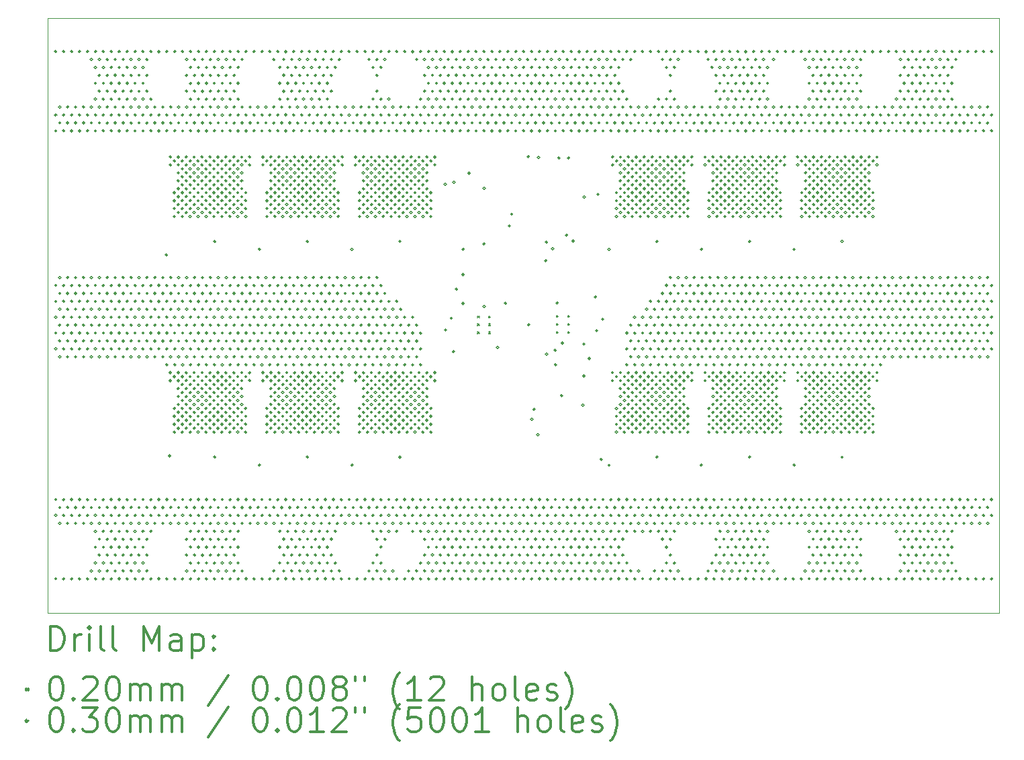
<source format=gbr>
%FSLAX45Y45*%
G04 Gerber Fmt 4.5, Leading zero omitted, Abs format (unit mm)*
G04 Created by KiCad (PCBNEW 5.1.9) date 2021-04-12 04:15:28*
%MOMM*%
%LPD*%
G01*
G04 APERTURE LIST*
%TA.AperFunction,Profile*%
%ADD10C,0.100000*%
%TD*%
%ADD11C,0.200000*%
%ADD12C,0.300000*%
G04 APERTURE END LIST*
D10*
X22225000Y-6355000D02*
X22225000Y-13855000D01*
X10225000Y-6355000D02*
X22225000Y-6355000D01*
X10225000Y-13855000D02*
X10225000Y-6355000D01*
X22225000Y-13855000D02*
X10225000Y-13855000D01*
D11*
X15645000Y-10110000D02*
X15665000Y-10130000D01*
X15665000Y-10110000D02*
X15645000Y-10130000D01*
X15645000Y-10210000D02*
X15665000Y-10230000D01*
X15665000Y-10210000D02*
X15645000Y-10230000D01*
X15645000Y-10310000D02*
X15665000Y-10330000D01*
X15665000Y-10310000D02*
X15645000Y-10330000D01*
X15785000Y-10110000D02*
X15805000Y-10130000D01*
X15805000Y-10110000D02*
X15785000Y-10130000D01*
X15785000Y-10210000D02*
X15805000Y-10230000D01*
X15805000Y-10210000D02*
X15785000Y-10230000D01*
X15785000Y-10310000D02*
X15805000Y-10330000D01*
X15805000Y-10310000D02*
X15785000Y-10330000D01*
X16641250Y-10104500D02*
X16661250Y-10124500D01*
X16661250Y-10104500D02*
X16641250Y-10124500D01*
X16641250Y-10204500D02*
X16661250Y-10224500D01*
X16661250Y-10204500D02*
X16641250Y-10224500D01*
X16641250Y-10304500D02*
X16661250Y-10324500D01*
X16661250Y-10304500D02*
X16641250Y-10324500D01*
X16781250Y-10104500D02*
X16801250Y-10124500D01*
X16801250Y-10104500D02*
X16781250Y-10124500D01*
X16781250Y-10204500D02*
X16801250Y-10224500D01*
X16801250Y-10204500D02*
X16781250Y-10224500D01*
X16781250Y-10304500D02*
X16801250Y-10324500D01*
X16801250Y-10304500D02*
X16781250Y-10324500D01*
X10340000Y-6775000D02*
G75*
G03*
X10340000Y-6775000I-15000J0D01*
G01*
X10340000Y-7575000D02*
G75*
G03*
X10340000Y-7575000I-15000J0D01*
G01*
X10340000Y-7775000D02*
G75*
G03*
X10340000Y-7775000I-15000J0D01*
G01*
X10340000Y-9725000D02*
G75*
G03*
X10340000Y-9725000I-15000J0D01*
G01*
X10340000Y-9925000D02*
G75*
G03*
X10340000Y-9925000I-15000J0D01*
G01*
X10340000Y-10125000D02*
G75*
G03*
X10340000Y-10125000I-15000J0D01*
G01*
X10340000Y-10325000D02*
G75*
G03*
X10340000Y-10325000I-15000J0D01*
G01*
X10340000Y-10525000D02*
G75*
G03*
X10340000Y-10525000I-15000J0D01*
G01*
X10340000Y-12425000D02*
G75*
G03*
X10340000Y-12425000I-15000J0D01*
G01*
X10340000Y-12625000D02*
G75*
G03*
X10340000Y-12625000I-15000J0D01*
G01*
X10340000Y-13425000D02*
G75*
G03*
X10340000Y-13425000I-15000J0D01*
G01*
X10390000Y-7475000D02*
G75*
G03*
X10390000Y-7475000I-15000J0D01*
G01*
X10390000Y-7675000D02*
G75*
G03*
X10390000Y-7675000I-15000J0D01*
G01*
X10390000Y-9625000D02*
G75*
G03*
X10390000Y-9625000I-15000J0D01*
G01*
X10390000Y-9825000D02*
G75*
G03*
X10390000Y-9825000I-15000J0D01*
G01*
X10390000Y-10025000D02*
G75*
G03*
X10390000Y-10025000I-15000J0D01*
G01*
X10390000Y-10225000D02*
G75*
G03*
X10390000Y-10225000I-15000J0D01*
G01*
X10390000Y-10425000D02*
G75*
G03*
X10390000Y-10425000I-15000J0D01*
G01*
X10390000Y-10625000D02*
G75*
G03*
X10390000Y-10625000I-15000J0D01*
G01*
X10390000Y-12525000D02*
G75*
G03*
X10390000Y-12525000I-15000J0D01*
G01*
X10390000Y-12725000D02*
G75*
G03*
X10390000Y-12725000I-15000J0D01*
G01*
X10440000Y-6775000D02*
G75*
G03*
X10440000Y-6775000I-15000J0D01*
G01*
X10440000Y-7575000D02*
G75*
G03*
X10440000Y-7575000I-15000J0D01*
G01*
X10440000Y-7775000D02*
G75*
G03*
X10440000Y-7775000I-15000J0D01*
G01*
X10440000Y-9725000D02*
G75*
G03*
X10440000Y-9725000I-15000J0D01*
G01*
X10440000Y-9925000D02*
G75*
G03*
X10440000Y-9925000I-15000J0D01*
G01*
X10440000Y-10125000D02*
G75*
G03*
X10440000Y-10125000I-15000J0D01*
G01*
X10440000Y-10325000D02*
G75*
G03*
X10440000Y-10325000I-15000J0D01*
G01*
X10440000Y-10525000D02*
G75*
G03*
X10440000Y-10525000I-15000J0D01*
G01*
X10440000Y-12425000D02*
G75*
G03*
X10440000Y-12425000I-15000J0D01*
G01*
X10440000Y-12625000D02*
G75*
G03*
X10440000Y-12625000I-15000J0D01*
G01*
X10440000Y-13425000D02*
G75*
G03*
X10440000Y-13425000I-15000J0D01*
G01*
X10490000Y-7475000D02*
G75*
G03*
X10490000Y-7475000I-15000J0D01*
G01*
X10490000Y-7675000D02*
G75*
G03*
X10490000Y-7675000I-15000J0D01*
G01*
X10490000Y-9625000D02*
G75*
G03*
X10490000Y-9625000I-15000J0D01*
G01*
X10490000Y-9825000D02*
G75*
G03*
X10490000Y-9825000I-15000J0D01*
G01*
X10490000Y-10025000D02*
G75*
G03*
X10490000Y-10025000I-15000J0D01*
G01*
X10490000Y-10225000D02*
G75*
G03*
X10490000Y-10225000I-15000J0D01*
G01*
X10490000Y-10425000D02*
G75*
G03*
X10490000Y-10425000I-15000J0D01*
G01*
X10490000Y-10625000D02*
G75*
G03*
X10490000Y-10625000I-15000J0D01*
G01*
X10490000Y-12525000D02*
G75*
G03*
X10490000Y-12525000I-15000J0D01*
G01*
X10490000Y-12725000D02*
G75*
G03*
X10490000Y-12725000I-15000J0D01*
G01*
X10540000Y-6775000D02*
G75*
G03*
X10540000Y-6775000I-15000J0D01*
G01*
X10540000Y-7575000D02*
G75*
G03*
X10540000Y-7575000I-15000J0D01*
G01*
X10540000Y-7775000D02*
G75*
G03*
X10540000Y-7775000I-15000J0D01*
G01*
X10540000Y-9725000D02*
G75*
G03*
X10540000Y-9725000I-15000J0D01*
G01*
X10540000Y-9925000D02*
G75*
G03*
X10540000Y-9925000I-15000J0D01*
G01*
X10540000Y-10125000D02*
G75*
G03*
X10540000Y-10125000I-15000J0D01*
G01*
X10540000Y-10325000D02*
G75*
G03*
X10540000Y-10325000I-15000J0D01*
G01*
X10540000Y-10525000D02*
G75*
G03*
X10540000Y-10525000I-15000J0D01*
G01*
X10540000Y-12425000D02*
G75*
G03*
X10540000Y-12425000I-15000J0D01*
G01*
X10540000Y-12625000D02*
G75*
G03*
X10540000Y-12625000I-15000J0D01*
G01*
X10540000Y-13425000D02*
G75*
G03*
X10540000Y-13425000I-15000J0D01*
G01*
X10590000Y-7475000D02*
G75*
G03*
X10590000Y-7475000I-15000J0D01*
G01*
X10590000Y-7675000D02*
G75*
G03*
X10590000Y-7675000I-15000J0D01*
G01*
X10590000Y-9625000D02*
G75*
G03*
X10590000Y-9625000I-15000J0D01*
G01*
X10590000Y-9825000D02*
G75*
G03*
X10590000Y-9825000I-15000J0D01*
G01*
X10590000Y-10025000D02*
G75*
G03*
X10590000Y-10025000I-15000J0D01*
G01*
X10590000Y-10225000D02*
G75*
G03*
X10590000Y-10225000I-15000J0D01*
G01*
X10590000Y-10425000D02*
G75*
G03*
X10590000Y-10425000I-15000J0D01*
G01*
X10590000Y-10625000D02*
G75*
G03*
X10590000Y-10625000I-15000J0D01*
G01*
X10590000Y-12525000D02*
G75*
G03*
X10590000Y-12525000I-15000J0D01*
G01*
X10590000Y-12725000D02*
G75*
G03*
X10590000Y-12725000I-15000J0D01*
G01*
X10640000Y-6775000D02*
G75*
G03*
X10640000Y-6775000I-15000J0D01*
G01*
X10640000Y-7575000D02*
G75*
G03*
X10640000Y-7575000I-15000J0D01*
G01*
X10640000Y-7775000D02*
G75*
G03*
X10640000Y-7775000I-15000J0D01*
G01*
X10640000Y-9725000D02*
G75*
G03*
X10640000Y-9725000I-15000J0D01*
G01*
X10640000Y-9925000D02*
G75*
G03*
X10640000Y-9925000I-15000J0D01*
G01*
X10640000Y-10125000D02*
G75*
G03*
X10640000Y-10125000I-15000J0D01*
G01*
X10640000Y-10325000D02*
G75*
G03*
X10640000Y-10325000I-15000J0D01*
G01*
X10640000Y-10525000D02*
G75*
G03*
X10640000Y-10525000I-15000J0D01*
G01*
X10640000Y-12425000D02*
G75*
G03*
X10640000Y-12425000I-15000J0D01*
G01*
X10640000Y-12625000D02*
G75*
G03*
X10640000Y-12625000I-15000J0D01*
G01*
X10640000Y-13425000D02*
G75*
G03*
X10640000Y-13425000I-15000J0D01*
G01*
X10690000Y-7475000D02*
G75*
G03*
X10690000Y-7475000I-15000J0D01*
G01*
X10690000Y-7675000D02*
G75*
G03*
X10690000Y-7675000I-15000J0D01*
G01*
X10690000Y-9625000D02*
G75*
G03*
X10690000Y-9625000I-15000J0D01*
G01*
X10690000Y-9825000D02*
G75*
G03*
X10690000Y-9825000I-15000J0D01*
G01*
X10690000Y-10025000D02*
G75*
G03*
X10690000Y-10025000I-15000J0D01*
G01*
X10690000Y-10225000D02*
G75*
G03*
X10690000Y-10225000I-15000J0D01*
G01*
X10690000Y-10425000D02*
G75*
G03*
X10690000Y-10425000I-15000J0D01*
G01*
X10690000Y-10625000D02*
G75*
G03*
X10690000Y-10625000I-15000J0D01*
G01*
X10690000Y-12525000D02*
G75*
G03*
X10690000Y-12525000I-15000J0D01*
G01*
X10690000Y-12725000D02*
G75*
G03*
X10690000Y-12725000I-15000J0D01*
G01*
X10740000Y-6775000D02*
G75*
G03*
X10740000Y-6775000I-15000J0D01*
G01*
X10740000Y-7575000D02*
G75*
G03*
X10740000Y-7575000I-15000J0D01*
G01*
X10740000Y-7775000D02*
G75*
G03*
X10740000Y-7775000I-15000J0D01*
G01*
X10740000Y-9725000D02*
G75*
G03*
X10740000Y-9725000I-15000J0D01*
G01*
X10740000Y-9925000D02*
G75*
G03*
X10740000Y-9925000I-15000J0D01*
G01*
X10740000Y-10125000D02*
G75*
G03*
X10740000Y-10125000I-15000J0D01*
G01*
X10740000Y-10325000D02*
G75*
G03*
X10740000Y-10325000I-15000J0D01*
G01*
X10740000Y-10525000D02*
G75*
G03*
X10740000Y-10525000I-15000J0D01*
G01*
X10740000Y-12425000D02*
G75*
G03*
X10740000Y-12425000I-15000J0D01*
G01*
X10740000Y-12625000D02*
G75*
G03*
X10740000Y-12625000I-15000J0D01*
G01*
X10740000Y-13425000D02*
G75*
G03*
X10740000Y-13425000I-15000J0D01*
G01*
X10790000Y-6875000D02*
G75*
G03*
X10790000Y-6875000I-15000J0D01*
G01*
X10790000Y-7475000D02*
G75*
G03*
X10790000Y-7475000I-15000J0D01*
G01*
X10790000Y-7675000D02*
G75*
G03*
X10790000Y-7675000I-15000J0D01*
G01*
X10790000Y-9625000D02*
G75*
G03*
X10790000Y-9625000I-15000J0D01*
G01*
X10790000Y-9825000D02*
G75*
G03*
X10790000Y-9825000I-15000J0D01*
G01*
X10790000Y-10025000D02*
G75*
G03*
X10790000Y-10025000I-15000J0D01*
G01*
X10790000Y-10225000D02*
G75*
G03*
X10790000Y-10225000I-15000J0D01*
G01*
X10790000Y-10425000D02*
G75*
G03*
X10790000Y-10425000I-15000J0D01*
G01*
X10790000Y-10625000D02*
G75*
G03*
X10790000Y-10625000I-15000J0D01*
G01*
X10790000Y-12525000D02*
G75*
G03*
X10790000Y-12525000I-15000J0D01*
G01*
X10790000Y-12725000D02*
G75*
G03*
X10790000Y-12725000I-15000J0D01*
G01*
X10790000Y-13325000D02*
G75*
G03*
X10790000Y-13325000I-15000J0D01*
G01*
X10840000Y-6775000D02*
G75*
G03*
X10840000Y-6775000I-15000J0D01*
G01*
X10840000Y-6975000D02*
G75*
G03*
X10840000Y-6975000I-15000J0D01*
G01*
X10840000Y-7175000D02*
G75*
G03*
X10840000Y-7175000I-15000J0D01*
G01*
X10840000Y-7375000D02*
G75*
G03*
X10840000Y-7375000I-15000J0D01*
G01*
X10840000Y-7575000D02*
G75*
G03*
X10840000Y-7575000I-15000J0D01*
G01*
X10840000Y-7775000D02*
G75*
G03*
X10840000Y-7775000I-15000J0D01*
G01*
X10840000Y-9725000D02*
G75*
G03*
X10840000Y-9725000I-15000J0D01*
G01*
X10840000Y-9925000D02*
G75*
G03*
X10840000Y-9925000I-15000J0D01*
G01*
X10840000Y-10125000D02*
G75*
G03*
X10840000Y-10125000I-15000J0D01*
G01*
X10840000Y-10325000D02*
G75*
G03*
X10840000Y-10325000I-15000J0D01*
G01*
X10840000Y-10525000D02*
G75*
G03*
X10840000Y-10525000I-15000J0D01*
G01*
X10840000Y-12425000D02*
G75*
G03*
X10840000Y-12425000I-15000J0D01*
G01*
X10840000Y-12625000D02*
G75*
G03*
X10840000Y-12625000I-15000J0D01*
G01*
X10840000Y-12825000D02*
G75*
G03*
X10840000Y-12825000I-15000J0D01*
G01*
X10840000Y-13025000D02*
G75*
G03*
X10840000Y-13025000I-15000J0D01*
G01*
X10840000Y-13225000D02*
G75*
G03*
X10840000Y-13225000I-15000J0D01*
G01*
X10840000Y-13425000D02*
G75*
G03*
X10840000Y-13425000I-15000J0D01*
G01*
X10890000Y-6875000D02*
G75*
G03*
X10890000Y-6875000I-15000J0D01*
G01*
X10890000Y-7075000D02*
G75*
G03*
X10890000Y-7075000I-15000J0D01*
G01*
X10890000Y-7275000D02*
G75*
G03*
X10890000Y-7275000I-15000J0D01*
G01*
X10890000Y-7475000D02*
G75*
G03*
X10890000Y-7475000I-15000J0D01*
G01*
X10890000Y-7675000D02*
G75*
G03*
X10890000Y-7675000I-15000J0D01*
G01*
X10890000Y-9625000D02*
G75*
G03*
X10890000Y-9625000I-15000J0D01*
G01*
X10890000Y-9825000D02*
G75*
G03*
X10890000Y-9825000I-15000J0D01*
G01*
X10890000Y-10025000D02*
G75*
G03*
X10890000Y-10025000I-15000J0D01*
G01*
X10890000Y-10225000D02*
G75*
G03*
X10890000Y-10225000I-15000J0D01*
G01*
X10890000Y-10425000D02*
G75*
G03*
X10890000Y-10425000I-15000J0D01*
G01*
X10890000Y-10625000D02*
G75*
G03*
X10890000Y-10625000I-15000J0D01*
G01*
X10890000Y-12525000D02*
G75*
G03*
X10890000Y-12525000I-15000J0D01*
G01*
X10890000Y-12725000D02*
G75*
G03*
X10890000Y-12725000I-15000J0D01*
G01*
X10890000Y-12925000D02*
G75*
G03*
X10890000Y-12925000I-15000J0D01*
G01*
X10890000Y-13125000D02*
G75*
G03*
X10890000Y-13125000I-15000J0D01*
G01*
X10890000Y-13325000D02*
G75*
G03*
X10890000Y-13325000I-15000J0D01*
G01*
X10940000Y-6775000D02*
G75*
G03*
X10940000Y-6775000I-15000J0D01*
G01*
X10940000Y-6975000D02*
G75*
G03*
X10940000Y-6975000I-15000J0D01*
G01*
X10940000Y-7175000D02*
G75*
G03*
X10940000Y-7175000I-15000J0D01*
G01*
X10940000Y-7375000D02*
G75*
G03*
X10940000Y-7375000I-15000J0D01*
G01*
X10940000Y-7575000D02*
G75*
G03*
X10940000Y-7575000I-15000J0D01*
G01*
X10940000Y-7775000D02*
G75*
G03*
X10940000Y-7775000I-15000J0D01*
G01*
X10940000Y-9725000D02*
G75*
G03*
X10940000Y-9725000I-15000J0D01*
G01*
X10940000Y-9925000D02*
G75*
G03*
X10940000Y-9925000I-15000J0D01*
G01*
X10940000Y-10125000D02*
G75*
G03*
X10940000Y-10125000I-15000J0D01*
G01*
X10940000Y-10325000D02*
G75*
G03*
X10940000Y-10325000I-15000J0D01*
G01*
X10940000Y-10525000D02*
G75*
G03*
X10940000Y-10525000I-15000J0D01*
G01*
X10940000Y-12425000D02*
G75*
G03*
X10940000Y-12425000I-15000J0D01*
G01*
X10940000Y-12625000D02*
G75*
G03*
X10940000Y-12625000I-15000J0D01*
G01*
X10940000Y-12825000D02*
G75*
G03*
X10940000Y-12825000I-15000J0D01*
G01*
X10940000Y-13025000D02*
G75*
G03*
X10940000Y-13025000I-15000J0D01*
G01*
X10940000Y-13225000D02*
G75*
G03*
X10940000Y-13225000I-15000J0D01*
G01*
X10940000Y-13425000D02*
G75*
G03*
X10940000Y-13425000I-15000J0D01*
G01*
X10990000Y-6875000D02*
G75*
G03*
X10990000Y-6875000I-15000J0D01*
G01*
X10990000Y-7075000D02*
G75*
G03*
X10990000Y-7075000I-15000J0D01*
G01*
X10990000Y-7275000D02*
G75*
G03*
X10990000Y-7275000I-15000J0D01*
G01*
X10990000Y-7475000D02*
G75*
G03*
X10990000Y-7475000I-15000J0D01*
G01*
X10990000Y-7675000D02*
G75*
G03*
X10990000Y-7675000I-15000J0D01*
G01*
X10990000Y-9625000D02*
G75*
G03*
X10990000Y-9625000I-15000J0D01*
G01*
X10990000Y-9825000D02*
G75*
G03*
X10990000Y-9825000I-15000J0D01*
G01*
X10990000Y-10025000D02*
G75*
G03*
X10990000Y-10025000I-15000J0D01*
G01*
X10990000Y-10225000D02*
G75*
G03*
X10990000Y-10225000I-15000J0D01*
G01*
X10990000Y-10425000D02*
G75*
G03*
X10990000Y-10425000I-15000J0D01*
G01*
X10990000Y-10625000D02*
G75*
G03*
X10990000Y-10625000I-15000J0D01*
G01*
X10990000Y-12525000D02*
G75*
G03*
X10990000Y-12525000I-15000J0D01*
G01*
X10990000Y-12725000D02*
G75*
G03*
X10990000Y-12725000I-15000J0D01*
G01*
X10990000Y-12925000D02*
G75*
G03*
X10990000Y-12925000I-15000J0D01*
G01*
X10990000Y-13125000D02*
G75*
G03*
X10990000Y-13125000I-15000J0D01*
G01*
X10990000Y-13325000D02*
G75*
G03*
X10990000Y-13325000I-15000J0D01*
G01*
X11040000Y-6775000D02*
G75*
G03*
X11040000Y-6775000I-15000J0D01*
G01*
X11040000Y-6975000D02*
G75*
G03*
X11040000Y-6975000I-15000J0D01*
G01*
X11040000Y-7175000D02*
G75*
G03*
X11040000Y-7175000I-15000J0D01*
G01*
X11040000Y-7375000D02*
G75*
G03*
X11040000Y-7375000I-15000J0D01*
G01*
X11040000Y-7575000D02*
G75*
G03*
X11040000Y-7575000I-15000J0D01*
G01*
X11040000Y-7775000D02*
G75*
G03*
X11040000Y-7775000I-15000J0D01*
G01*
X11040000Y-9725000D02*
G75*
G03*
X11040000Y-9725000I-15000J0D01*
G01*
X11040000Y-9925000D02*
G75*
G03*
X11040000Y-9925000I-15000J0D01*
G01*
X11040000Y-10125000D02*
G75*
G03*
X11040000Y-10125000I-15000J0D01*
G01*
X11040000Y-10325000D02*
G75*
G03*
X11040000Y-10325000I-15000J0D01*
G01*
X11040000Y-10525000D02*
G75*
G03*
X11040000Y-10525000I-15000J0D01*
G01*
X11040000Y-12425000D02*
G75*
G03*
X11040000Y-12425000I-15000J0D01*
G01*
X11040000Y-12625000D02*
G75*
G03*
X11040000Y-12625000I-15000J0D01*
G01*
X11040000Y-12825000D02*
G75*
G03*
X11040000Y-12825000I-15000J0D01*
G01*
X11040000Y-13025000D02*
G75*
G03*
X11040000Y-13025000I-15000J0D01*
G01*
X11040000Y-13225000D02*
G75*
G03*
X11040000Y-13225000I-15000J0D01*
G01*
X11040000Y-13425000D02*
G75*
G03*
X11040000Y-13425000I-15000J0D01*
G01*
X11090000Y-6875000D02*
G75*
G03*
X11090000Y-6875000I-15000J0D01*
G01*
X11090000Y-7075000D02*
G75*
G03*
X11090000Y-7075000I-15000J0D01*
G01*
X11090000Y-7275000D02*
G75*
G03*
X11090000Y-7275000I-15000J0D01*
G01*
X11090000Y-7475000D02*
G75*
G03*
X11090000Y-7475000I-15000J0D01*
G01*
X11090000Y-7675000D02*
G75*
G03*
X11090000Y-7675000I-15000J0D01*
G01*
X11090000Y-9625000D02*
G75*
G03*
X11090000Y-9625000I-15000J0D01*
G01*
X11090000Y-9825000D02*
G75*
G03*
X11090000Y-9825000I-15000J0D01*
G01*
X11090000Y-10025000D02*
G75*
G03*
X11090000Y-10025000I-15000J0D01*
G01*
X11090000Y-10225000D02*
G75*
G03*
X11090000Y-10225000I-15000J0D01*
G01*
X11090000Y-10425000D02*
G75*
G03*
X11090000Y-10425000I-15000J0D01*
G01*
X11090000Y-10625000D02*
G75*
G03*
X11090000Y-10625000I-15000J0D01*
G01*
X11090000Y-12525000D02*
G75*
G03*
X11090000Y-12525000I-15000J0D01*
G01*
X11090000Y-12725000D02*
G75*
G03*
X11090000Y-12725000I-15000J0D01*
G01*
X11090000Y-12925000D02*
G75*
G03*
X11090000Y-12925000I-15000J0D01*
G01*
X11090000Y-13125000D02*
G75*
G03*
X11090000Y-13125000I-15000J0D01*
G01*
X11090000Y-13325000D02*
G75*
G03*
X11090000Y-13325000I-15000J0D01*
G01*
X11140000Y-6775000D02*
G75*
G03*
X11140000Y-6775000I-15000J0D01*
G01*
X11140000Y-6975000D02*
G75*
G03*
X11140000Y-6975000I-15000J0D01*
G01*
X11140000Y-7175000D02*
G75*
G03*
X11140000Y-7175000I-15000J0D01*
G01*
X11140000Y-7375000D02*
G75*
G03*
X11140000Y-7375000I-15000J0D01*
G01*
X11140000Y-7575000D02*
G75*
G03*
X11140000Y-7575000I-15000J0D01*
G01*
X11140000Y-7775000D02*
G75*
G03*
X11140000Y-7775000I-15000J0D01*
G01*
X11140000Y-9725000D02*
G75*
G03*
X11140000Y-9725000I-15000J0D01*
G01*
X11140000Y-9925000D02*
G75*
G03*
X11140000Y-9925000I-15000J0D01*
G01*
X11140000Y-10125000D02*
G75*
G03*
X11140000Y-10125000I-15000J0D01*
G01*
X11140000Y-10325000D02*
G75*
G03*
X11140000Y-10325000I-15000J0D01*
G01*
X11140000Y-10525000D02*
G75*
G03*
X11140000Y-10525000I-15000J0D01*
G01*
X11140000Y-12425000D02*
G75*
G03*
X11140000Y-12425000I-15000J0D01*
G01*
X11140000Y-12625000D02*
G75*
G03*
X11140000Y-12625000I-15000J0D01*
G01*
X11140000Y-12825000D02*
G75*
G03*
X11140000Y-12825000I-15000J0D01*
G01*
X11140000Y-13025000D02*
G75*
G03*
X11140000Y-13025000I-15000J0D01*
G01*
X11140000Y-13225000D02*
G75*
G03*
X11140000Y-13225000I-15000J0D01*
G01*
X11140000Y-13425000D02*
G75*
G03*
X11140000Y-13425000I-15000J0D01*
G01*
X11190000Y-6875000D02*
G75*
G03*
X11190000Y-6875000I-15000J0D01*
G01*
X11190000Y-7075000D02*
G75*
G03*
X11190000Y-7075000I-15000J0D01*
G01*
X11190000Y-7275000D02*
G75*
G03*
X11190000Y-7275000I-15000J0D01*
G01*
X11190000Y-7475000D02*
G75*
G03*
X11190000Y-7475000I-15000J0D01*
G01*
X11190000Y-7675000D02*
G75*
G03*
X11190000Y-7675000I-15000J0D01*
G01*
X11190000Y-9625000D02*
G75*
G03*
X11190000Y-9625000I-15000J0D01*
G01*
X11190000Y-9825000D02*
G75*
G03*
X11190000Y-9825000I-15000J0D01*
G01*
X11190000Y-10025000D02*
G75*
G03*
X11190000Y-10025000I-15000J0D01*
G01*
X11190000Y-10225000D02*
G75*
G03*
X11190000Y-10225000I-15000J0D01*
G01*
X11190000Y-10425000D02*
G75*
G03*
X11190000Y-10425000I-15000J0D01*
G01*
X11190000Y-10625000D02*
G75*
G03*
X11190000Y-10625000I-15000J0D01*
G01*
X11190000Y-12525000D02*
G75*
G03*
X11190000Y-12525000I-15000J0D01*
G01*
X11190000Y-12725000D02*
G75*
G03*
X11190000Y-12725000I-15000J0D01*
G01*
X11190000Y-12925000D02*
G75*
G03*
X11190000Y-12925000I-15000J0D01*
G01*
X11190000Y-13125000D02*
G75*
G03*
X11190000Y-13125000I-15000J0D01*
G01*
X11190000Y-13325000D02*
G75*
G03*
X11190000Y-13325000I-15000J0D01*
G01*
X11240000Y-6775000D02*
G75*
G03*
X11240000Y-6775000I-15000J0D01*
G01*
X11240000Y-6975000D02*
G75*
G03*
X11240000Y-6975000I-15000J0D01*
G01*
X11240000Y-7175000D02*
G75*
G03*
X11240000Y-7175000I-15000J0D01*
G01*
X11240000Y-7375000D02*
G75*
G03*
X11240000Y-7375000I-15000J0D01*
G01*
X11240000Y-7575000D02*
G75*
G03*
X11240000Y-7575000I-15000J0D01*
G01*
X11240000Y-7775000D02*
G75*
G03*
X11240000Y-7775000I-15000J0D01*
G01*
X11240000Y-9725000D02*
G75*
G03*
X11240000Y-9725000I-15000J0D01*
G01*
X11240000Y-9925000D02*
G75*
G03*
X11240000Y-9925000I-15000J0D01*
G01*
X11240000Y-10125000D02*
G75*
G03*
X11240000Y-10125000I-15000J0D01*
G01*
X11240000Y-10325000D02*
G75*
G03*
X11240000Y-10325000I-15000J0D01*
G01*
X11240000Y-10525000D02*
G75*
G03*
X11240000Y-10525000I-15000J0D01*
G01*
X11240000Y-12425000D02*
G75*
G03*
X11240000Y-12425000I-15000J0D01*
G01*
X11240000Y-12625000D02*
G75*
G03*
X11240000Y-12625000I-15000J0D01*
G01*
X11240000Y-12825000D02*
G75*
G03*
X11240000Y-12825000I-15000J0D01*
G01*
X11240000Y-13025000D02*
G75*
G03*
X11240000Y-13025000I-15000J0D01*
G01*
X11240000Y-13225000D02*
G75*
G03*
X11240000Y-13225000I-15000J0D01*
G01*
X11240000Y-13425000D02*
G75*
G03*
X11240000Y-13425000I-15000J0D01*
G01*
X11290000Y-6875000D02*
G75*
G03*
X11290000Y-6875000I-15000J0D01*
G01*
X11290000Y-7075000D02*
G75*
G03*
X11290000Y-7075000I-15000J0D01*
G01*
X11290000Y-7275000D02*
G75*
G03*
X11290000Y-7275000I-15000J0D01*
G01*
X11290000Y-7475000D02*
G75*
G03*
X11290000Y-7475000I-15000J0D01*
G01*
X11290000Y-7675000D02*
G75*
G03*
X11290000Y-7675000I-15000J0D01*
G01*
X11290000Y-9625000D02*
G75*
G03*
X11290000Y-9625000I-15000J0D01*
G01*
X11290000Y-9825000D02*
G75*
G03*
X11290000Y-9825000I-15000J0D01*
G01*
X11290000Y-10025000D02*
G75*
G03*
X11290000Y-10025000I-15000J0D01*
G01*
X11290000Y-10225000D02*
G75*
G03*
X11290000Y-10225000I-15000J0D01*
G01*
X11290000Y-10425000D02*
G75*
G03*
X11290000Y-10425000I-15000J0D01*
G01*
X11290000Y-10625000D02*
G75*
G03*
X11290000Y-10625000I-15000J0D01*
G01*
X11290000Y-12525000D02*
G75*
G03*
X11290000Y-12525000I-15000J0D01*
G01*
X11290000Y-12725000D02*
G75*
G03*
X11290000Y-12725000I-15000J0D01*
G01*
X11290000Y-12925000D02*
G75*
G03*
X11290000Y-12925000I-15000J0D01*
G01*
X11290000Y-13125000D02*
G75*
G03*
X11290000Y-13125000I-15000J0D01*
G01*
X11290000Y-13325000D02*
G75*
G03*
X11290000Y-13325000I-15000J0D01*
G01*
X11340000Y-6775000D02*
G75*
G03*
X11340000Y-6775000I-15000J0D01*
G01*
X11340000Y-6975000D02*
G75*
G03*
X11340000Y-6975000I-15000J0D01*
G01*
X11340000Y-7175000D02*
G75*
G03*
X11340000Y-7175000I-15000J0D01*
G01*
X11340000Y-7375000D02*
G75*
G03*
X11340000Y-7375000I-15000J0D01*
G01*
X11340000Y-7575000D02*
G75*
G03*
X11340000Y-7575000I-15000J0D01*
G01*
X11340000Y-7775000D02*
G75*
G03*
X11340000Y-7775000I-15000J0D01*
G01*
X11340000Y-9725000D02*
G75*
G03*
X11340000Y-9725000I-15000J0D01*
G01*
X11340000Y-9925000D02*
G75*
G03*
X11340000Y-9925000I-15000J0D01*
G01*
X11340000Y-10125000D02*
G75*
G03*
X11340000Y-10125000I-15000J0D01*
G01*
X11340000Y-10325000D02*
G75*
G03*
X11340000Y-10325000I-15000J0D01*
G01*
X11340000Y-10525000D02*
G75*
G03*
X11340000Y-10525000I-15000J0D01*
G01*
X11340000Y-12425000D02*
G75*
G03*
X11340000Y-12425000I-15000J0D01*
G01*
X11340000Y-12625000D02*
G75*
G03*
X11340000Y-12625000I-15000J0D01*
G01*
X11340000Y-12825000D02*
G75*
G03*
X11340000Y-12825000I-15000J0D01*
G01*
X11340000Y-13025000D02*
G75*
G03*
X11340000Y-13025000I-15000J0D01*
G01*
X11340000Y-13225000D02*
G75*
G03*
X11340000Y-13225000I-15000J0D01*
G01*
X11340000Y-13425000D02*
G75*
G03*
X11340000Y-13425000I-15000J0D01*
G01*
X11390000Y-6875000D02*
G75*
G03*
X11390000Y-6875000I-15000J0D01*
G01*
X11390000Y-7075000D02*
G75*
G03*
X11390000Y-7075000I-15000J0D01*
G01*
X11390000Y-7275000D02*
G75*
G03*
X11390000Y-7275000I-15000J0D01*
G01*
X11390000Y-7475000D02*
G75*
G03*
X11390000Y-7475000I-15000J0D01*
G01*
X11390000Y-7675000D02*
G75*
G03*
X11390000Y-7675000I-15000J0D01*
G01*
X11390000Y-9625000D02*
G75*
G03*
X11390000Y-9625000I-15000J0D01*
G01*
X11390000Y-9825000D02*
G75*
G03*
X11390000Y-9825000I-15000J0D01*
G01*
X11390000Y-10025000D02*
G75*
G03*
X11390000Y-10025000I-15000J0D01*
G01*
X11390000Y-10225000D02*
G75*
G03*
X11390000Y-10225000I-15000J0D01*
G01*
X11390000Y-10425000D02*
G75*
G03*
X11390000Y-10425000I-15000J0D01*
G01*
X11390000Y-10625000D02*
G75*
G03*
X11390000Y-10625000I-15000J0D01*
G01*
X11390000Y-12525000D02*
G75*
G03*
X11390000Y-12525000I-15000J0D01*
G01*
X11390000Y-12725000D02*
G75*
G03*
X11390000Y-12725000I-15000J0D01*
G01*
X11390000Y-12925000D02*
G75*
G03*
X11390000Y-12925000I-15000J0D01*
G01*
X11390000Y-13125000D02*
G75*
G03*
X11390000Y-13125000I-15000J0D01*
G01*
X11390000Y-13325000D02*
G75*
G03*
X11390000Y-13325000I-15000J0D01*
G01*
X11440000Y-6775000D02*
G75*
G03*
X11440000Y-6775000I-15000J0D01*
G01*
X11440000Y-6975000D02*
G75*
G03*
X11440000Y-6975000I-15000J0D01*
G01*
X11440000Y-7175000D02*
G75*
G03*
X11440000Y-7175000I-15000J0D01*
G01*
X11440000Y-7375000D02*
G75*
G03*
X11440000Y-7375000I-15000J0D01*
G01*
X11440000Y-7575000D02*
G75*
G03*
X11440000Y-7575000I-15000J0D01*
G01*
X11440000Y-7775000D02*
G75*
G03*
X11440000Y-7775000I-15000J0D01*
G01*
X11440000Y-9725000D02*
G75*
G03*
X11440000Y-9725000I-15000J0D01*
G01*
X11440000Y-9925000D02*
G75*
G03*
X11440000Y-9925000I-15000J0D01*
G01*
X11440000Y-10125000D02*
G75*
G03*
X11440000Y-10125000I-15000J0D01*
G01*
X11440000Y-10325000D02*
G75*
G03*
X11440000Y-10325000I-15000J0D01*
G01*
X11440000Y-10525000D02*
G75*
G03*
X11440000Y-10525000I-15000J0D01*
G01*
X11440000Y-12425000D02*
G75*
G03*
X11440000Y-12425000I-15000J0D01*
G01*
X11440000Y-12625000D02*
G75*
G03*
X11440000Y-12625000I-15000J0D01*
G01*
X11440000Y-12825000D02*
G75*
G03*
X11440000Y-12825000I-15000J0D01*
G01*
X11440000Y-13025000D02*
G75*
G03*
X11440000Y-13025000I-15000J0D01*
G01*
X11440000Y-13225000D02*
G75*
G03*
X11440000Y-13225000I-15000J0D01*
G01*
X11440000Y-13425000D02*
G75*
G03*
X11440000Y-13425000I-15000J0D01*
G01*
X11490000Y-6875000D02*
G75*
G03*
X11490000Y-6875000I-15000J0D01*
G01*
X11490000Y-7075000D02*
G75*
G03*
X11490000Y-7075000I-15000J0D01*
G01*
X11490000Y-7275000D02*
G75*
G03*
X11490000Y-7275000I-15000J0D01*
G01*
X11490000Y-7475000D02*
G75*
G03*
X11490000Y-7475000I-15000J0D01*
G01*
X11490000Y-7675000D02*
G75*
G03*
X11490000Y-7675000I-15000J0D01*
G01*
X11490000Y-9625000D02*
G75*
G03*
X11490000Y-9625000I-15000J0D01*
G01*
X11490000Y-9825000D02*
G75*
G03*
X11490000Y-9825000I-15000J0D01*
G01*
X11490000Y-10025000D02*
G75*
G03*
X11490000Y-10025000I-15000J0D01*
G01*
X11490000Y-10225000D02*
G75*
G03*
X11490000Y-10225000I-15000J0D01*
G01*
X11490000Y-10425000D02*
G75*
G03*
X11490000Y-10425000I-15000J0D01*
G01*
X11490000Y-10625000D02*
G75*
G03*
X11490000Y-10625000I-15000J0D01*
G01*
X11490000Y-12525000D02*
G75*
G03*
X11490000Y-12525000I-15000J0D01*
G01*
X11490000Y-12725000D02*
G75*
G03*
X11490000Y-12725000I-15000J0D01*
G01*
X11490000Y-12925000D02*
G75*
G03*
X11490000Y-12925000I-15000J0D01*
G01*
X11490000Y-13125000D02*
G75*
G03*
X11490000Y-13125000I-15000J0D01*
G01*
X11490000Y-13325000D02*
G75*
G03*
X11490000Y-13325000I-15000J0D01*
G01*
X11540000Y-6775000D02*
G75*
G03*
X11540000Y-6775000I-15000J0D01*
G01*
X11540000Y-7375000D02*
G75*
G03*
X11540000Y-7375000I-15000J0D01*
G01*
X11540000Y-7575000D02*
G75*
G03*
X11540000Y-7575000I-15000J0D01*
G01*
X11540000Y-7775000D02*
G75*
G03*
X11540000Y-7775000I-15000J0D01*
G01*
X11540000Y-9725000D02*
G75*
G03*
X11540000Y-9725000I-15000J0D01*
G01*
X11540000Y-9925000D02*
G75*
G03*
X11540000Y-9925000I-15000J0D01*
G01*
X11540000Y-10125000D02*
G75*
G03*
X11540000Y-10125000I-15000J0D01*
G01*
X11540000Y-10325000D02*
G75*
G03*
X11540000Y-10325000I-15000J0D01*
G01*
X11540000Y-10525000D02*
G75*
G03*
X11540000Y-10525000I-15000J0D01*
G01*
X11540000Y-12425000D02*
G75*
G03*
X11540000Y-12425000I-15000J0D01*
G01*
X11540000Y-12625000D02*
G75*
G03*
X11540000Y-12625000I-15000J0D01*
G01*
X11540000Y-12825000D02*
G75*
G03*
X11540000Y-12825000I-15000J0D01*
G01*
X11540000Y-13425000D02*
G75*
G03*
X11540000Y-13425000I-15000J0D01*
G01*
X11590000Y-7475000D02*
G75*
G03*
X11590000Y-7475000I-15000J0D01*
G01*
X11590000Y-7675000D02*
G75*
G03*
X11590000Y-7675000I-15000J0D01*
G01*
X11590000Y-9625000D02*
G75*
G03*
X11590000Y-9625000I-15000J0D01*
G01*
X11590000Y-9825000D02*
G75*
G03*
X11590000Y-9825000I-15000J0D01*
G01*
X11590000Y-10025000D02*
G75*
G03*
X11590000Y-10025000I-15000J0D01*
G01*
X11590000Y-10225000D02*
G75*
G03*
X11590000Y-10225000I-15000J0D01*
G01*
X11590000Y-10425000D02*
G75*
G03*
X11590000Y-10425000I-15000J0D01*
G01*
X11590000Y-10625000D02*
G75*
G03*
X11590000Y-10625000I-15000J0D01*
G01*
X11590000Y-12525000D02*
G75*
G03*
X11590000Y-12525000I-15000J0D01*
G01*
X11590000Y-12725000D02*
G75*
G03*
X11590000Y-12725000I-15000J0D01*
G01*
X11640000Y-6775000D02*
G75*
G03*
X11640000Y-6775000I-15000J0D01*
G01*
X11640000Y-7575000D02*
G75*
G03*
X11640000Y-7575000I-15000J0D01*
G01*
X11640000Y-7775000D02*
G75*
G03*
X11640000Y-7775000I-15000J0D01*
G01*
X11640000Y-9725000D02*
G75*
G03*
X11640000Y-9725000I-15000J0D01*
G01*
X11640000Y-9925000D02*
G75*
G03*
X11640000Y-9925000I-15000J0D01*
G01*
X11640000Y-10125000D02*
G75*
G03*
X11640000Y-10125000I-15000J0D01*
G01*
X11640000Y-10325000D02*
G75*
G03*
X11640000Y-10325000I-15000J0D01*
G01*
X11640000Y-10525000D02*
G75*
G03*
X11640000Y-10525000I-15000J0D01*
G01*
X11640000Y-12425000D02*
G75*
G03*
X11640000Y-12425000I-15000J0D01*
G01*
X11640000Y-12625000D02*
G75*
G03*
X11640000Y-12625000I-15000J0D01*
G01*
X11640000Y-13425000D02*
G75*
G03*
X11640000Y-13425000I-15000J0D01*
G01*
X11690000Y-7475000D02*
G75*
G03*
X11690000Y-7475000I-15000J0D01*
G01*
X11690000Y-7675000D02*
G75*
G03*
X11690000Y-7675000I-15000J0D01*
G01*
X11690000Y-9625000D02*
G75*
G03*
X11690000Y-9625000I-15000J0D01*
G01*
X11690000Y-9825000D02*
G75*
G03*
X11690000Y-9825000I-15000J0D01*
G01*
X11690000Y-10025000D02*
G75*
G03*
X11690000Y-10025000I-15000J0D01*
G01*
X11690000Y-10225000D02*
G75*
G03*
X11690000Y-10225000I-15000J0D01*
G01*
X11690000Y-10425000D02*
G75*
G03*
X11690000Y-10425000I-15000J0D01*
G01*
X11690000Y-10625000D02*
G75*
G03*
X11690000Y-10625000I-15000J0D01*
G01*
X11690000Y-12525000D02*
G75*
G03*
X11690000Y-12525000I-15000J0D01*
G01*
X11690000Y-12725000D02*
G75*
G03*
X11690000Y-12725000I-15000J0D01*
G01*
X11735000Y-9340000D02*
G75*
G03*
X11735000Y-9340000I-15000J0D01*
G01*
X11740000Y-6775000D02*
G75*
G03*
X11740000Y-6775000I-15000J0D01*
G01*
X11740000Y-7575000D02*
G75*
G03*
X11740000Y-7575000I-15000J0D01*
G01*
X11740000Y-7775000D02*
G75*
G03*
X11740000Y-7775000I-15000J0D01*
G01*
X11740000Y-9725000D02*
G75*
G03*
X11740000Y-9725000I-15000J0D01*
G01*
X11740000Y-9925000D02*
G75*
G03*
X11740000Y-9925000I-15000J0D01*
G01*
X11740000Y-10125000D02*
G75*
G03*
X11740000Y-10125000I-15000J0D01*
G01*
X11740000Y-10325000D02*
G75*
G03*
X11740000Y-10325000I-15000J0D01*
G01*
X11740000Y-10525000D02*
G75*
G03*
X11740000Y-10525000I-15000J0D01*
G01*
X11740000Y-10725000D02*
G75*
G03*
X11740000Y-10725000I-15000J0D01*
G01*
X11740000Y-12425000D02*
G75*
G03*
X11740000Y-12425000I-15000J0D01*
G01*
X11740000Y-12625000D02*
G75*
G03*
X11740000Y-12625000I-15000J0D01*
G01*
X11740000Y-13425000D02*
G75*
G03*
X11740000Y-13425000I-15000J0D01*
G01*
X11775001Y-11875000D02*
G75*
G03*
X11775001Y-11875000I-15000J0D01*
G01*
X11785000Y-8105000D02*
G75*
G03*
X11785000Y-8105000I-15000J0D01*
G01*
X11785000Y-8205000D02*
G75*
G03*
X11785000Y-8205000I-15000J0D01*
G01*
X11785000Y-10825000D02*
G75*
G03*
X11785000Y-10825000I-15000J0D01*
G01*
X11785000Y-10925000D02*
G75*
G03*
X11785000Y-10925000I-15000J0D01*
G01*
X11790000Y-7475000D02*
G75*
G03*
X11790000Y-7475000I-15000J0D01*
G01*
X11790000Y-7675000D02*
G75*
G03*
X11790000Y-7675000I-15000J0D01*
G01*
X11790000Y-9625000D02*
G75*
G03*
X11790000Y-9625000I-15000J0D01*
G01*
X11790000Y-9825000D02*
G75*
G03*
X11790000Y-9825000I-15000J0D01*
G01*
X11790000Y-10025000D02*
G75*
G03*
X11790000Y-10025000I-15000J0D01*
G01*
X11790000Y-10225000D02*
G75*
G03*
X11790000Y-10225000I-15000J0D01*
G01*
X11790000Y-10425000D02*
G75*
G03*
X11790000Y-10425000I-15000J0D01*
G01*
X11790000Y-10625000D02*
G75*
G03*
X11790000Y-10625000I-15000J0D01*
G01*
X11790000Y-12525000D02*
G75*
G03*
X11790000Y-12525000I-15000J0D01*
G01*
X11790000Y-12725000D02*
G75*
G03*
X11790000Y-12725000I-15000J0D01*
G01*
X11835000Y-8155000D02*
G75*
G03*
X11835000Y-8155000I-15000J0D01*
G01*
X11835000Y-8555000D02*
G75*
G03*
X11835000Y-8555000I-15000J0D01*
G01*
X11835000Y-8655000D02*
G75*
G03*
X11835000Y-8655000I-15000J0D01*
G01*
X11835000Y-8755000D02*
G75*
G03*
X11835000Y-8755000I-15000J0D01*
G01*
X11835000Y-8855000D02*
G75*
G03*
X11835000Y-8855000I-15000J0D01*
G01*
X11835000Y-10875000D02*
G75*
G03*
X11835000Y-10875000I-15000J0D01*
G01*
X11835000Y-11275000D02*
G75*
G03*
X11835000Y-11275000I-15000J0D01*
G01*
X11835000Y-11375000D02*
G75*
G03*
X11835000Y-11375000I-15000J0D01*
G01*
X11835000Y-11475000D02*
G75*
G03*
X11835000Y-11475000I-15000J0D01*
G01*
X11835000Y-11575000D02*
G75*
G03*
X11835000Y-11575000I-15000J0D01*
G01*
X11840000Y-6775000D02*
G75*
G03*
X11840000Y-6775000I-15000J0D01*
G01*
X11840000Y-7575000D02*
G75*
G03*
X11840000Y-7575000I-15000J0D01*
G01*
X11840000Y-7775000D02*
G75*
G03*
X11840000Y-7775000I-15000J0D01*
G01*
X11840000Y-9725000D02*
G75*
G03*
X11840000Y-9725000I-15000J0D01*
G01*
X11840000Y-9925000D02*
G75*
G03*
X11840000Y-9925000I-15000J0D01*
G01*
X11840000Y-10125000D02*
G75*
G03*
X11840000Y-10125000I-15000J0D01*
G01*
X11840000Y-10325000D02*
G75*
G03*
X11840000Y-10325000I-15000J0D01*
G01*
X11840000Y-10525000D02*
G75*
G03*
X11840000Y-10525000I-15000J0D01*
G01*
X11840000Y-10725000D02*
G75*
G03*
X11840000Y-10725000I-15000J0D01*
G01*
X11840000Y-12425000D02*
G75*
G03*
X11840000Y-12425000I-15000J0D01*
G01*
X11840000Y-12625000D02*
G75*
G03*
X11840000Y-12625000I-15000J0D01*
G01*
X11840000Y-13425000D02*
G75*
G03*
X11840000Y-13425000I-15000J0D01*
G01*
X11885000Y-8105000D02*
G75*
G03*
X11885000Y-8105000I-15000J0D01*
G01*
X11885000Y-8205000D02*
G75*
G03*
X11885000Y-8205000I-15000J0D01*
G01*
X11885000Y-8305000D02*
G75*
G03*
X11885000Y-8305000I-15000J0D01*
G01*
X11885000Y-8405000D02*
G75*
G03*
X11885000Y-8405000I-15000J0D01*
G01*
X11885000Y-8505000D02*
G75*
G03*
X11885000Y-8505000I-15000J0D01*
G01*
X11885000Y-8605000D02*
G75*
G03*
X11885000Y-8605000I-15000J0D01*
G01*
X11885000Y-8705000D02*
G75*
G03*
X11885000Y-8705000I-15000J0D01*
G01*
X11885000Y-8805000D02*
G75*
G03*
X11885000Y-8805000I-15000J0D01*
G01*
X11885000Y-10825000D02*
G75*
G03*
X11885000Y-10825000I-15000J0D01*
G01*
X11885000Y-10925000D02*
G75*
G03*
X11885000Y-10925000I-15000J0D01*
G01*
X11885000Y-11025000D02*
G75*
G03*
X11885000Y-11025000I-15000J0D01*
G01*
X11885000Y-11125000D02*
G75*
G03*
X11885000Y-11125000I-15000J0D01*
G01*
X11885000Y-11225000D02*
G75*
G03*
X11885000Y-11225000I-15000J0D01*
G01*
X11885000Y-11325000D02*
G75*
G03*
X11885000Y-11325000I-15000J0D01*
G01*
X11885000Y-11425000D02*
G75*
G03*
X11885000Y-11425000I-15000J0D01*
G01*
X11885000Y-11525000D02*
G75*
G03*
X11885000Y-11525000I-15000J0D01*
G01*
X11890000Y-7475000D02*
G75*
G03*
X11890000Y-7475000I-15000J0D01*
G01*
X11890000Y-7675000D02*
G75*
G03*
X11890000Y-7675000I-15000J0D01*
G01*
X11890000Y-9625000D02*
G75*
G03*
X11890000Y-9625000I-15000J0D01*
G01*
X11890000Y-9825000D02*
G75*
G03*
X11890000Y-9825000I-15000J0D01*
G01*
X11890000Y-10025000D02*
G75*
G03*
X11890000Y-10025000I-15000J0D01*
G01*
X11890000Y-10225000D02*
G75*
G03*
X11890000Y-10225000I-15000J0D01*
G01*
X11890000Y-10425000D02*
G75*
G03*
X11890000Y-10425000I-15000J0D01*
G01*
X11890000Y-10625000D02*
G75*
G03*
X11890000Y-10625000I-15000J0D01*
G01*
X11890000Y-12525000D02*
G75*
G03*
X11890000Y-12525000I-15000J0D01*
G01*
X11890000Y-12725000D02*
G75*
G03*
X11890000Y-12725000I-15000J0D01*
G01*
X11935000Y-8155000D02*
G75*
G03*
X11935000Y-8155000I-15000J0D01*
G01*
X11935000Y-8255000D02*
G75*
G03*
X11935000Y-8255000I-15000J0D01*
G01*
X11935000Y-8355000D02*
G75*
G03*
X11935000Y-8355000I-15000J0D01*
G01*
X11935000Y-8455000D02*
G75*
G03*
X11935000Y-8455000I-15000J0D01*
G01*
X11935000Y-8555000D02*
G75*
G03*
X11935000Y-8555000I-15000J0D01*
G01*
X11935000Y-8655000D02*
G75*
G03*
X11935000Y-8655000I-15000J0D01*
G01*
X11935000Y-8755000D02*
G75*
G03*
X11935000Y-8755000I-15000J0D01*
G01*
X11935000Y-8855000D02*
G75*
G03*
X11935000Y-8855000I-15000J0D01*
G01*
X11935000Y-10875000D02*
G75*
G03*
X11935000Y-10875000I-15000J0D01*
G01*
X11935000Y-10975000D02*
G75*
G03*
X11935000Y-10975000I-15000J0D01*
G01*
X11935000Y-11075000D02*
G75*
G03*
X11935000Y-11075000I-15000J0D01*
G01*
X11935000Y-11175000D02*
G75*
G03*
X11935000Y-11175000I-15000J0D01*
G01*
X11935000Y-11275000D02*
G75*
G03*
X11935000Y-11275000I-15000J0D01*
G01*
X11935000Y-11375000D02*
G75*
G03*
X11935000Y-11375000I-15000J0D01*
G01*
X11935000Y-11475000D02*
G75*
G03*
X11935000Y-11475000I-15000J0D01*
G01*
X11935000Y-11575000D02*
G75*
G03*
X11935000Y-11575000I-15000J0D01*
G01*
X11940000Y-6775000D02*
G75*
G03*
X11940000Y-6775000I-15000J0D01*
G01*
X11940000Y-7575000D02*
G75*
G03*
X11940000Y-7575000I-15000J0D01*
G01*
X11940000Y-7775000D02*
G75*
G03*
X11940000Y-7775000I-15000J0D01*
G01*
X11940000Y-9725000D02*
G75*
G03*
X11940000Y-9725000I-15000J0D01*
G01*
X11940000Y-9925000D02*
G75*
G03*
X11940000Y-9925000I-15000J0D01*
G01*
X11940000Y-10125000D02*
G75*
G03*
X11940000Y-10125000I-15000J0D01*
G01*
X11940000Y-10325000D02*
G75*
G03*
X11940000Y-10325000I-15000J0D01*
G01*
X11940000Y-10525000D02*
G75*
G03*
X11940000Y-10525000I-15000J0D01*
G01*
X11940000Y-10725000D02*
G75*
G03*
X11940000Y-10725000I-15000J0D01*
G01*
X11940000Y-12425000D02*
G75*
G03*
X11940000Y-12425000I-15000J0D01*
G01*
X11940000Y-12625000D02*
G75*
G03*
X11940000Y-12625000I-15000J0D01*
G01*
X11940000Y-13425000D02*
G75*
G03*
X11940000Y-13425000I-15000J0D01*
G01*
X11985000Y-8105000D02*
G75*
G03*
X11985000Y-8105000I-15000J0D01*
G01*
X11985000Y-8205000D02*
G75*
G03*
X11985000Y-8205000I-15000J0D01*
G01*
X11985000Y-8305000D02*
G75*
G03*
X11985000Y-8305000I-15000J0D01*
G01*
X11985000Y-8405000D02*
G75*
G03*
X11985000Y-8405000I-15000J0D01*
G01*
X11985000Y-8505000D02*
G75*
G03*
X11985000Y-8505000I-15000J0D01*
G01*
X11985000Y-8605000D02*
G75*
G03*
X11985000Y-8605000I-15000J0D01*
G01*
X11985000Y-8705000D02*
G75*
G03*
X11985000Y-8705000I-15000J0D01*
G01*
X11985000Y-8805000D02*
G75*
G03*
X11985000Y-8805000I-15000J0D01*
G01*
X11985000Y-10825000D02*
G75*
G03*
X11985000Y-10825000I-15000J0D01*
G01*
X11985000Y-10925000D02*
G75*
G03*
X11985000Y-10925000I-15000J0D01*
G01*
X11985000Y-11025000D02*
G75*
G03*
X11985000Y-11025000I-15000J0D01*
G01*
X11985000Y-11125000D02*
G75*
G03*
X11985000Y-11125000I-15000J0D01*
G01*
X11985000Y-11225000D02*
G75*
G03*
X11985000Y-11225000I-15000J0D01*
G01*
X11985000Y-11325000D02*
G75*
G03*
X11985000Y-11325000I-15000J0D01*
G01*
X11985000Y-11425000D02*
G75*
G03*
X11985000Y-11425000I-15000J0D01*
G01*
X11985000Y-11525000D02*
G75*
G03*
X11985000Y-11525000I-15000J0D01*
G01*
X11990000Y-6875000D02*
G75*
G03*
X11990000Y-6875000I-15000J0D01*
G01*
X11990000Y-7075000D02*
G75*
G03*
X11990000Y-7075000I-15000J0D01*
G01*
X11990000Y-7275000D02*
G75*
G03*
X11990000Y-7275000I-15000J0D01*
G01*
X11990000Y-7475000D02*
G75*
G03*
X11990000Y-7475000I-15000J0D01*
G01*
X11990000Y-7675000D02*
G75*
G03*
X11990000Y-7675000I-15000J0D01*
G01*
X11990000Y-9625000D02*
G75*
G03*
X11990000Y-9625000I-15000J0D01*
G01*
X11990000Y-9825000D02*
G75*
G03*
X11990000Y-9825000I-15000J0D01*
G01*
X11990000Y-10025000D02*
G75*
G03*
X11990000Y-10025000I-15000J0D01*
G01*
X11990000Y-10225000D02*
G75*
G03*
X11990000Y-10225000I-15000J0D01*
G01*
X11990000Y-10425000D02*
G75*
G03*
X11990000Y-10425000I-15000J0D01*
G01*
X11990000Y-10625000D02*
G75*
G03*
X11990000Y-10625000I-15000J0D01*
G01*
X11990000Y-12525000D02*
G75*
G03*
X11990000Y-12525000I-15000J0D01*
G01*
X11990000Y-12725000D02*
G75*
G03*
X11990000Y-12725000I-15000J0D01*
G01*
X11990000Y-12925000D02*
G75*
G03*
X11990000Y-12925000I-15000J0D01*
G01*
X11990000Y-13125000D02*
G75*
G03*
X11990000Y-13125000I-15000J0D01*
G01*
X11990000Y-13325000D02*
G75*
G03*
X11990000Y-13325000I-15000J0D01*
G01*
X12035000Y-8155000D02*
G75*
G03*
X12035000Y-8155000I-15000J0D01*
G01*
X12035000Y-8255000D02*
G75*
G03*
X12035000Y-8255000I-15000J0D01*
G01*
X12035000Y-8355000D02*
G75*
G03*
X12035000Y-8355000I-15000J0D01*
G01*
X12035000Y-8455000D02*
G75*
G03*
X12035000Y-8455000I-15000J0D01*
G01*
X12035000Y-8555000D02*
G75*
G03*
X12035000Y-8555000I-15000J0D01*
G01*
X12035000Y-8655000D02*
G75*
G03*
X12035000Y-8655000I-15000J0D01*
G01*
X12035000Y-8755000D02*
G75*
G03*
X12035000Y-8755000I-15000J0D01*
G01*
X12035000Y-8855000D02*
G75*
G03*
X12035000Y-8855000I-15000J0D01*
G01*
X12035000Y-10875000D02*
G75*
G03*
X12035000Y-10875000I-15000J0D01*
G01*
X12035000Y-10975000D02*
G75*
G03*
X12035000Y-10975000I-15000J0D01*
G01*
X12035000Y-11075000D02*
G75*
G03*
X12035000Y-11075000I-15000J0D01*
G01*
X12035000Y-11175000D02*
G75*
G03*
X12035000Y-11175000I-15000J0D01*
G01*
X12035000Y-11275000D02*
G75*
G03*
X12035000Y-11275000I-15000J0D01*
G01*
X12035000Y-11375000D02*
G75*
G03*
X12035000Y-11375000I-15000J0D01*
G01*
X12035000Y-11475000D02*
G75*
G03*
X12035000Y-11475000I-15000J0D01*
G01*
X12035000Y-11575000D02*
G75*
G03*
X12035000Y-11575000I-15000J0D01*
G01*
X12040000Y-6775000D02*
G75*
G03*
X12040000Y-6775000I-15000J0D01*
G01*
X12040000Y-6975000D02*
G75*
G03*
X12040000Y-6975000I-15000J0D01*
G01*
X12040000Y-7175000D02*
G75*
G03*
X12040000Y-7175000I-15000J0D01*
G01*
X12040000Y-7375000D02*
G75*
G03*
X12040000Y-7375000I-15000J0D01*
G01*
X12040000Y-7575000D02*
G75*
G03*
X12040000Y-7575000I-15000J0D01*
G01*
X12040000Y-7775000D02*
G75*
G03*
X12040000Y-7775000I-15000J0D01*
G01*
X12040000Y-9725000D02*
G75*
G03*
X12040000Y-9725000I-15000J0D01*
G01*
X12040000Y-9925000D02*
G75*
G03*
X12040000Y-9925000I-15000J0D01*
G01*
X12040000Y-10125000D02*
G75*
G03*
X12040000Y-10125000I-15000J0D01*
G01*
X12040000Y-10325000D02*
G75*
G03*
X12040000Y-10325000I-15000J0D01*
G01*
X12040000Y-10525000D02*
G75*
G03*
X12040000Y-10525000I-15000J0D01*
G01*
X12040000Y-10725000D02*
G75*
G03*
X12040000Y-10725000I-15000J0D01*
G01*
X12040000Y-12425000D02*
G75*
G03*
X12040000Y-12425000I-15000J0D01*
G01*
X12040000Y-12625000D02*
G75*
G03*
X12040000Y-12625000I-15000J0D01*
G01*
X12040000Y-12825000D02*
G75*
G03*
X12040000Y-12825000I-15000J0D01*
G01*
X12040000Y-13025000D02*
G75*
G03*
X12040000Y-13025000I-15000J0D01*
G01*
X12040000Y-13225000D02*
G75*
G03*
X12040000Y-13225000I-15000J0D01*
G01*
X12040000Y-13425000D02*
G75*
G03*
X12040000Y-13425000I-15000J0D01*
G01*
X12085000Y-8105000D02*
G75*
G03*
X12085000Y-8105000I-15000J0D01*
G01*
X12085000Y-8205000D02*
G75*
G03*
X12085000Y-8205000I-15000J0D01*
G01*
X12085000Y-8305000D02*
G75*
G03*
X12085000Y-8305000I-15000J0D01*
G01*
X12085000Y-8405000D02*
G75*
G03*
X12085000Y-8405000I-15000J0D01*
G01*
X12085000Y-8505000D02*
G75*
G03*
X12085000Y-8505000I-15000J0D01*
G01*
X12085000Y-8605000D02*
G75*
G03*
X12085000Y-8605000I-15000J0D01*
G01*
X12085000Y-8705000D02*
G75*
G03*
X12085000Y-8705000I-15000J0D01*
G01*
X12085000Y-8805000D02*
G75*
G03*
X12085000Y-8805000I-15000J0D01*
G01*
X12085000Y-10825000D02*
G75*
G03*
X12085000Y-10825000I-15000J0D01*
G01*
X12085000Y-10925000D02*
G75*
G03*
X12085000Y-10925000I-15000J0D01*
G01*
X12085000Y-11025000D02*
G75*
G03*
X12085000Y-11025000I-15000J0D01*
G01*
X12085000Y-11125000D02*
G75*
G03*
X12085000Y-11125000I-15000J0D01*
G01*
X12085000Y-11225000D02*
G75*
G03*
X12085000Y-11225000I-15000J0D01*
G01*
X12085000Y-11325000D02*
G75*
G03*
X12085000Y-11325000I-15000J0D01*
G01*
X12085000Y-11425000D02*
G75*
G03*
X12085000Y-11425000I-15000J0D01*
G01*
X12085000Y-11525000D02*
G75*
G03*
X12085000Y-11525000I-15000J0D01*
G01*
X12090000Y-6875000D02*
G75*
G03*
X12090000Y-6875000I-15000J0D01*
G01*
X12090000Y-7075000D02*
G75*
G03*
X12090000Y-7075000I-15000J0D01*
G01*
X12090000Y-7275000D02*
G75*
G03*
X12090000Y-7275000I-15000J0D01*
G01*
X12090000Y-7475000D02*
G75*
G03*
X12090000Y-7475000I-15000J0D01*
G01*
X12090000Y-7675000D02*
G75*
G03*
X12090000Y-7675000I-15000J0D01*
G01*
X12090000Y-9625000D02*
G75*
G03*
X12090000Y-9625000I-15000J0D01*
G01*
X12090000Y-9825000D02*
G75*
G03*
X12090000Y-9825000I-15000J0D01*
G01*
X12090000Y-10025000D02*
G75*
G03*
X12090000Y-10025000I-15000J0D01*
G01*
X12090000Y-10225000D02*
G75*
G03*
X12090000Y-10225000I-15000J0D01*
G01*
X12090000Y-10425000D02*
G75*
G03*
X12090000Y-10425000I-15000J0D01*
G01*
X12090000Y-10625000D02*
G75*
G03*
X12090000Y-10625000I-15000J0D01*
G01*
X12090000Y-12525000D02*
G75*
G03*
X12090000Y-12525000I-15000J0D01*
G01*
X12090000Y-12725000D02*
G75*
G03*
X12090000Y-12725000I-15000J0D01*
G01*
X12090000Y-12925000D02*
G75*
G03*
X12090000Y-12925000I-15000J0D01*
G01*
X12090000Y-13125000D02*
G75*
G03*
X12090000Y-13125000I-15000J0D01*
G01*
X12090000Y-13325000D02*
G75*
G03*
X12090000Y-13325000I-15000J0D01*
G01*
X12135000Y-8155000D02*
G75*
G03*
X12135000Y-8155000I-15000J0D01*
G01*
X12135000Y-8255000D02*
G75*
G03*
X12135000Y-8255000I-15000J0D01*
G01*
X12135000Y-8355000D02*
G75*
G03*
X12135000Y-8355000I-15000J0D01*
G01*
X12135000Y-8455000D02*
G75*
G03*
X12135000Y-8455000I-15000J0D01*
G01*
X12135000Y-8555000D02*
G75*
G03*
X12135000Y-8555000I-15000J0D01*
G01*
X12135000Y-8655000D02*
G75*
G03*
X12135000Y-8655000I-15000J0D01*
G01*
X12135000Y-8755000D02*
G75*
G03*
X12135000Y-8755000I-15000J0D01*
G01*
X12135000Y-8855000D02*
G75*
G03*
X12135000Y-8855000I-15000J0D01*
G01*
X12135000Y-10875000D02*
G75*
G03*
X12135000Y-10875000I-15000J0D01*
G01*
X12135000Y-10975000D02*
G75*
G03*
X12135000Y-10975000I-15000J0D01*
G01*
X12135000Y-11075000D02*
G75*
G03*
X12135000Y-11075000I-15000J0D01*
G01*
X12135000Y-11175000D02*
G75*
G03*
X12135000Y-11175000I-15000J0D01*
G01*
X12135000Y-11275000D02*
G75*
G03*
X12135000Y-11275000I-15000J0D01*
G01*
X12135000Y-11375000D02*
G75*
G03*
X12135000Y-11375000I-15000J0D01*
G01*
X12135000Y-11475000D02*
G75*
G03*
X12135000Y-11475000I-15000J0D01*
G01*
X12135000Y-11575000D02*
G75*
G03*
X12135000Y-11575000I-15000J0D01*
G01*
X12140000Y-6775000D02*
G75*
G03*
X12140000Y-6775000I-15000J0D01*
G01*
X12140000Y-6975000D02*
G75*
G03*
X12140000Y-6975000I-15000J0D01*
G01*
X12140000Y-7175000D02*
G75*
G03*
X12140000Y-7175000I-15000J0D01*
G01*
X12140000Y-7375000D02*
G75*
G03*
X12140000Y-7375000I-15000J0D01*
G01*
X12140000Y-7575000D02*
G75*
G03*
X12140000Y-7575000I-15000J0D01*
G01*
X12140000Y-7775000D02*
G75*
G03*
X12140000Y-7775000I-15000J0D01*
G01*
X12140000Y-9725000D02*
G75*
G03*
X12140000Y-9725000I-15000J0D01*
G01*
X12140000Y-9925000D02*
G75*
G03*
X12140000Y-9925000I-15000J0D01*
G01*
X12140000Y-10125000D02*
G75*
G03*
X12140000Y-10125000I-15000J0D01*
G01*
X12140000Y-10325000D02*
G75*
G03*
X12140000Y-10325000I-15000J0D01*
G01*
X12140000Y-10525000D02*
G75*
G03*
X12140000Y-10525000I-15000J0D01*
G01*
X12140000Y-10725000D02*
G75*
G03*
X12140000Y-10725000I-15000J0D01*
G01*
X12140000Y-12425000D02*
G75*
G03*
X12140000Y-12425000I-15000J0D01*
G01*
X12140000Y-12625000D02*
G75*
G03*
X12140000Y-12625000I-15000J0D01*
G01*
X12140000Y-12825000D02*
G75*
G03*
X12140000Y-12825000I-15000J0D01*
G01*
X12140000Y-13025000D02*
G75*
G03*
X12140000Y-13025000I-15000J0D01*
G01*
X12140000Y-13225000D02*
G75*
G03*
X12140000Y-13225000I-15000J0D01*
G01*
X12140000Y-13425000D02*
G75*
G03*
X12140000Y-13425000I-15000J0D01*
G01*
X12185000Y-8105000D02*
G75*
G03*
X12185000Y-8105000I-15000J0D01*
G01*
X12185000Y-8205000D02*
G75*
G03*
X12185000Y-8205000I-15000J0D01*
G01*
X12185000Y-8305000D02*
G75*
G03*
X12185000Y-8305000I-15000J0D01*
G01*
X12185000Y-8405000D02*
G75*
G03*
X12185000Y-8405000I-15000J0D01*
G01*
X12185000Y-8505000D02*
G75*
G03*
X12185000Y-8505000I-15000J0D01*
G01*
X12185000Y-8605000D02*
G75*
G03*
X12185000Y-8605000I-15000J0D01*
G01*
X12185000Y-8705000D02*
G75*
G03*
X12185000Y-8705000I-15000J0D01*
G01*
X12185000Y-8805000D02*
G75*
G03*
X12185000Y-8805000I-15000J0D01*
G01*
X12185000Y-10825000D02*
G75*
G03*
X12185000Y-10825000I-15000J0D01*
G01*
X12185000Y-10925000D02*
G75*
G03*
X12185000Y-10925000I-15000J0D01*
G01*
X12185000Y-11025000D02*
G75*
G03*
X12185000Y-11025000I-15000J0D01*
G01*
X12185000Y-11125000D02*
G75*
G03*
X12185000Y-11125000I-15000J0D01*
G01*
X12185000Y-11225000D02*
G75*
G03*
X12185000Y-11225000I-15000J0D01*
G01*
X12185000Y-11325000D02*
G75*
G03*
X12185000Y-11325000I-15000J0D01*
G01*
X12185000Y-11425000D02*
G75*
G03*
X12185000Y-11425000I-15000J0D01*
G01*
X12185000Y-11525000D02*
G75*
G03*
X12185000Y-11525000I-15000J0D01*
G01*
X12190000Y-6875000D02*
G75*
G03*
X12190000Y-6875000I-15000J0D01*
G01*
X12190000Y-7075000D02*
G75*
G03*
X12190000Y-7075000I-15000J0D01*
G01*
X12190000Y-7275000D02*
G75*
G03*
X12190000Y-7275000I-15000J0D01*
G01*
X12190000Y-7475000D02*
G75*
G03*
X12190000Y-7475000I-15000J0D01*
G01*
X12190000Y-7675000D02*
G75*
G03*
X12190000Y-7675000I-15000J0D01*
G01*
X12190000Y-9625000D02*
G75*
G03*
X12190000Y-9625000I-15000J0D01*
G01*
X12190000Y-9825000D02*
G75*
G03*
X12190000Y-9825000I-15000J0D01*
G01*
X12190000Y-10025000D02*
G75*
G03*
X12190000Y-10025000I-15000J0D01*
G01*
X12190000Y-10225000D02*
G75*
G03*
X12190000Y-10225000I-15000J0D01*
G01*
X12190000Y-10425000D02*
G75*
G03*
X12190000Y-10425000I-15000J0D01*
G01*
X12190000Y-10625000D02*
G75*
G03*
X12190000Y-10625000I-15000J0D01*
G01*
X12190000Y-12525000D02*
G75*
G03*
X12190000Y-12525000I-15000J0D01*
G01*
X12190000Y-12725000D02*
G75*
G03*
X12190000Y-12725000I-15000J0D01*
G01*
X12190000Y-12925000D02*
G75*
G03*
X12190000Y-12925000I-15000J0D01*
G01*
X12190000Y-13125000D02*
G75*
G03*
X12190000Y-13125000I-15000J0D01*
G01*
X12190000Y-13325000D02*
G75*
G03*
X12190000Y-13325000I-15000J0D01*
G01*
X12235000Y-8155000D02*
G75*
G03*
X12235000Y-8155000I-15000J0D01*
G01*
X12235000Y-8255000D02*
G75*
G03*
X12235000Y-8255000I-15000J0D01*
G01*
X12235000Y-8355000D02*
G75*
G03*
X12235000Y-8355000I-15000J0D01*
G01*
X12235000Y-8455000D02*
G75*
G03*
X12235000Y-8455000I-15000J0D01*
G01*
X12235000Y-8555000D02*
G75*
G03*
X12235000Y-8555000I-15000J0D01*
G01*
X12235000Y-8655000D02*
G75*
G03*
X12235000Y-8655000I-15000J0D01*
G01*
X12235000Y-8755000D02*
G75*
G03*
X12235000Y-8755000I-15000J0D01*
G01*
X12235000Y-8855000D02*
G75*
G03*
X12235000Y-8855000I-15000J0D01*
G01*
X12235000Y-10875000D02*
G75*
G03*
X12235000Y-10875000I-15000J0D01*
G01*
X12235000Y-10975000D02*
G75*
G03*
X12235000Y-10975000I-15000J0D01*
G01*
X12235000Y-11075000D02*
G75*
G03*
X12235000Y-11075000I-15000J0D01*
G01*
X12235000Y-11175000D02*
G75*
G03*
X12235000Y-11175000I-15000J0D01*
G01*
X12235000Y-11275000D02*
G75*
G03*
X12235000Y-11275000I-15000J0D01*
G01*
X12235000Y-11375000D02*
G75*
G03*
X12235000Y-11375000I-15000J0D01*
G01*
X12235000Y-11475000D02*
G75*
G03*
X12235000Y-11475000I-15000J0D01*
G01*
X12235000Y-11575000D02*
G75*
G03*
X12235000Y-11575000I-15000J0D01*
G01*
X12240000Y-6775000D02*
G75*
G03*
X12240000Y-6775000I-15000J0D01*
G01*
X12240000Y-6975000D02*
G75*
G03*
X12240000Y-6975000I-15000J0D01*
G01*
X12240000Y-7175000D02*
G75*
G03*
X12240000Y-7175000I-15000J0D01*
G01*
X12240000Y-7375000D02*
G75*
G03*
X12240000Y-7375000I-15000J0D01*
G01*
X12240000Y-7575000D02*
G75*
G03*
X12240000Y-7575000I-15000J0D01*
G01*
X12240000Y-7775000D02*
G75*
G03*
X12240000Y-7775000I-15000J0D01*
G01*
X12240000Y-9725000D02*
G75*
G03*
X12240000Y-9725000I-15000J0D01*
G01*
X12240000Y-9925000D02*
G75*
G03*
X12240000Y-9925000I-15000J0D01*
G01*
X12240000Y-10125000D02*
G75*
G03*
X12240000Y-10125000I-15000J0D01*
G01*
X12240000Y-10325000D02*
G75*
G03*
X12240000Y-10325000I-15000J0D01*
G01*
X12240000Y-10525000D02*
G75*
G03*
X12240000Y-10525000I-15000J0D01*
G01*
X12240000Y-10725000D02*
G75*
G03*
X12240000Y-10725000I-15000J0D01*
G01*
X12240000Y-12425000D02*
G75*
G03*
X12240000Y-12425000I-15000J0D01*
G01*
X12240000Y-12625000D02*
G75*
G03*
X12240000Y-12625000I-15000J0D01*
G01*
X12240000Y-12825000D02*
G75*
G03*
X12240000Y-12825000I-15000J0D01*
G01*
X12240000Y-13025000D02*
G75*
G03*
X12240000Y-13025000I-15000J0D01*
G01*
X12240000Y-13225000D02*
G75*
G03*
X12240000Y-13225000I-15000J0D01*
G01*
X12240000Y-13425000D02*
G75*
G03*
X12240000Y-13425000I-15000J0D01*
G01*
X12285000Y-8105000D02*
G75*
G03*
X12285000Y-8105000I-15000J0D01*
G01*
X12285000Y-8205000D02*
G75*
G03*
X12285000Y-8205000I-15000J0D01*
G01*
X12285000Y-8305000D02*
G75*
G03*
X12285000Y-8305000I-15000J0D01*
G01*
X12285000Y-8405000D02*
G75*
G03*
X12285000Y-8405000I-15000J0D01*
G01*
X12285000Y-8505000D02*
G75*
G03*
X12285000Y-8505000I-15000J0D01*
G01*
X12285000Y-8605000D02*
G75*
G03*
X12285000Y-8605000I-15000J0D01*
G01*
X12285000Y-8705000D02*
G75*
G03*
X12285000Y-8705000I-15000J0D01*
G01*
X12285000Y-8805000D02*
G75*
G03*
X12285000Y-8805000I-15000J0D01*
G01*
X12285000Y-10825000D02*
G75*
G03*
X12285000Y-10825000I-15000J0D01*
G01*
X12285000Y-10925000D02*
G75*
G03*
X12285000Y-10925000I-15000J0D01*
G01*
X12285000Y-11025000D02*
G75*
G03*
X12285000Y-11025000I-15000J0D01*
G01*
X12285000Y-11125000D02*
G75*
G03*
X12285000Y-11125000I-15000J0D01*
G01*
X12285000Y-11225000D02*
G75*
G03*
X12285000Y-11225000I-15000J0D01*
G01*
X12285000Y-11325000D02*
G75*
G03*
X12285000Y-11325000I-15000J0D01*
G01*
X12285000Y-11425000D02*
G75*
G03*
X12285000Y-11425000I-15000J0D01*
G01*
X12285000Y-11525000D02*
G75*
G03*
X12285000Y-11525000I-15000J0D01*
G01*
X12290000Y-6875000D02*
G75*
G03*
X12290000Y-6875000I-15000J0D01*
G01*
X12290000Y-7075000D02*
G75*
G03*
X12290000Y-7075000I-15000J0D01*
G01*
X12290000Y-7275000D02*
G75*
G03*
X12290000Y-7275000I-15000J0D01*
G01*
X12290000Y-7475000D02*
G75*
G03*
X12290000Y-7475000I-15000J0D01*
G01*
X12290000Y-7675000D02*
G75*
G03*
X12290000Y-7675000I-15000J0D01*
G01*
X12290000Y-9625000D02*
G75*
G03*
X12290000Y-9625000I-15000J0D01*
G01*
X12290000Y-9825000D02*
G75*
G03*
X12290000Y-9825000I-15000J0D01*
G01*
X12290000Y-10025000D02*
G75*
G03*
X12290000Y-10025000I-15000J0D01*
G01*
X12290000Y-10225000D02*
G75*
G03*
X12290000Y-10225000I-15000J0D01*
G01*
X12290000Y-10425000D02*
G75*
G03*
X12290000Y-10425000I-15000J0D01*
G01*
X12290000Y-10625000D02*
G75*
G03*
X12290000Y-10625000I-15000J0D01*
G01*
X12290000Y-12525000D02*
G75*
G03*
X12290000Y-12525000I-15000J0D01*
G01*
X12290000Y-12725000D02*
G75*
G03*
X12290000Y-12725000I-15000J0D01*
G01*
X12290000Y-12925000D02*
G75*
G03*
X12290000Y-12925000I-15000J0D01*
G01*
X12290000Y-13125000D02*
G75*
G03*
X12290000Y-13125000I-15000J0D01*
G01*
X12290000Y-13325000D02*
G75*
G03*
X12290000Y-13325000I-15000J0D01*
G01*
X12335000Y-8155000D02*
G75*
G03*
X12335000Y-8155000I-15000J0D01*
G01*
X12335000Y-8255000D02*
G75*
G03*
X12335000Y-8255000I-15000J0D01*
G01*
X12335000Y-8355000D02*
G75*
G03*
X12335000Y-8355000I-15000J0D01*
G01*
X12335000Y-8455000D02*
G75*
G03*
X12335000Y-8455000I-15000J0D01*
G01*
X12335000Y-8555000D02*
G75*
G03*
X12335000Y-8555000I-15000J0D01*
G01*
X12335000Y-8655000D02*
G75*
G03*
X12335000Y-8655000I-15000J0D01*
G01*
X12335000Y-8755000D02*
G75*
G03*
X12335000Y-8755000I-15000J0D01*
G01*
X12335000Y-8855000D02*
G75*
G03*
X12335000Y-8855000I-15000J0D01*
G01*
X12335000Y-10875000D02*
G75*
G03*
X12335000Y-10875000I-15000J0D01*
G01*
X12335000Y-10975000D02*
G75*
G03*
X12335000Y-10975000I-15000J0D01*
G01*
X12335000Y-11075000D02*
G75*
G03*
X12335000Y-11075000I-15000J0D01*
G01*
X12335000Y-11175000D02*
G75*
G03*
X12335000Y-11175000I-15000J0D01*
G01*
X12335000Y-11275000D02*
G75*
G03*
X12335000Y-11275000I-15000J0D01*
G01*
X12335000Y-11375000D02*
G75*
G03*
X12335000Y-11375000I-15000J0D01*
G01*
X12335000Y-11475000D02*
G75*
G03*
X12335000Y-11475000I-15000J0D01*
G01*
X12335000Y-11575000D02*
G75*
G03*
X12335000Y-11575000I-15000J0D01*
G01*
X12340000Y-6775000D02*
G75*
G03*
X12340000Y-6775000I-15000J0D01*
G01*
X12340000Y-6975000D02*
G75*
G03*
X12340000Y-6975000I-15000J0D01*
G01*
X12340000Y-7175000D02*
G75*
G03*
X12340000Y-7175000I-15000J0D01*
G01*
X12340000Y-7375000D02*
G75*
G03*
X12340000Y-7375000I-15000J0D01*
G01*
X12340000Y-7575000D02*
G75*
G03*
X12340000Y-7575000I-15000J0D01*
G01*
X12340000Y-7775000D02*
G75*
G03*
X12340000Y-7775000I-15000J0D01*
G01*
X12340000Y-9725000D02*
G75*
G03*
X12340000Y-9725000I-15000J0D01*
G01*
X12340000Y-9925000D02*
G75*
G03*
X12340000Y-9925000I-15000J0D01*
G01*
X12340000Y-10125000D02*
G75*
G03*
X12340000Y-10125000I-15000J0D01*
G01*
X12340000Y-10325000D02*
G75*
G03*
X12340000Y-10325000I-15000J0D01*
G01*
X12340000Y-10525000D02*
G75*
G03*
X12340000Y-10525000I-15000J0D01*
G01*
X12340000Y-10725000D02*
G75*
G03*
X12340000Y-10725000I-15000J0D01*
G01*
X12340000Y-12425000D02*
G75*
G03*
X12340000Y-12425000I-15000J0D01*
G01*
X12340000Y-12625000D02*
G75*
G03*
X12340000Y-12625000I-15000J0D01*
G01*
X12340000Y-12825000D02*
G75*
G03*
X12340000Y-12825000I-15000J0D01*
G01*
X12340000Y-13025000D02*
G75*
G03*
X12340000Y-13025000I-15000J0D01*
G01*
X12340000Y-13225000D02*
G75*
G03*
X12340000Y-13225000I-15000J0D01*
G01*
X12340000Y-13425000D02*
G75*
G03*
X12340000Y-13425000I-15000J0D01*
G01*
X12345125Y-9169786D02*
G75*
G03*
X12345125Y-9169786I-15000J0D01*
G01*
X12345125Y-11889786D02*
G75*
G03*
X12345125Y-11889786I-15000J0D01*
G01*
X12385000Y-8105000D02*
G75*
G03*
X12385000Y-8105000I-15000J0D01*
G01*
X12385000Y-8205000D02*
G75*
G03*
X12385000Y-8205000I-15000J0D01*
G01*
X12385000Y-8305000D02*
G75*
G03*
X12385000Y-8305000I-15000J0D01*
G01*
X12385000Y-8405000D02*
G75*
G03*
X12385000Y-8405000I-15000J0D01*
G01*
X12385000Y-8505000D02*
G75*
G03*
X12385000Y-8505000I-15000J0D01*
G01*
X12385000Y-8605000D02*
G75*
G03*
X12385000Y-8605000I-15000J0D01*
G01*
X12385000Y-8705000D02*
G75*
G03*
X12385000Y-8705000I-15000J0D01*
G01*
X12385000Y-8805000D02*
G75*
G03*
X12385000Y-8805000I-15000J0D01*
G01*
X12385000Y-10825000D02*
G75*
G03*
X12385000Y-10825000I-15000J0D01*
G01*
X12385000Y-10925000D02*
G75*
G03*
X12385000Y-10925000I-15000J0D01*
G01*
X12385000Y-11025000D02*
G75*
G03*
X12385000Y-11025000I-15000J0D01*
G01*
X12385000Y-11125000D02*
G75*
G03*
X12385000Y-11125000I-15000J0D01*
G01*
X12385000Y-11225000D02*
G75*
G03*
X12385000Y-11225000I-15000J0D01*
G01*
X12385000Y-11325000D02*
G75*
G03*
X12385000Y-11325000I-15000J0D01*
G01*
X12385000Y-11425000D02*
G75*
G03*
X12385000Y-11425000I-15000J0D01*
G01*
X12385000Y-11525000D02*
G75*
G03*
X12385000Y-11525000I-15000J0D01*
G01*
X12390000Y-6875000D02*
G75*
G03*
X12390000Y-6875000I-15000J0D01*
G01*
X12390000Y-7075000D02*
G75*
G03*
X12390000Y-7075000I-15000J0D01*
G01*
X12390000Y-7275000D02*
G75*
G03*
X12390000Y-7275000I-15000J0D01*
G01*
X12390000Y-7475000D02*
G75*
G03*
X12390000Y-7475000I-15000J0D01*
G01*
X12390000Y-7675000D02*
G75*
G03*
X12390000Y-7675000I-15000J0D01*
G01*
X12390000Y-9625000D02*
G75*
G03*
X12390000Y-9625000I-15000J0D01*
G01*
X12390000Y-9825000D02*
G75*
G03*
X12390000Y-9825000I-15000J0D01*
G01*
X12390000Y-10025000D02*
G75*
G03*
X12390000Y-10025000I-15000J0D01*
G01*
X12390000Y-10225000D02*
G75*
G03*
X12390000Y-10225000I-15000J0D01*
G01*
X12390000Y-10425000D02*
G75*
G03*
X12390000Y-10425000I-15000J0D01*
G01*
X12390000Y-10625000D02*
G75*
G03*
X12390000Y-10625000I-15000J0D01*
G01*
X12390000Y-12525000D02*
G75*
G03*
X12390000Y-12525000I-15000J0D01*
G01*
X12390000Y-12725000D02*
G75*
G03*
X12390000Y-12725000I-15000J0D01*
G01*
X12390000Y-12925000D02*
G75*
G03*
X12390000Y-12925000I-15000J0D01*
G01*
X12390000Y-13125000D02*
G75*
G03*
X12390000Y-13125000I-15000J0D01*
G01*
X12390000Y-13325000D02*
G75*
G03*
X12390000Y-13325000I-15000J0D01*
G01*
X12435000Y-8155000D02*
G75*
G03*
X12435000Y-8155000I-15000J0D01*
G01*
X12435000Y-8255000D02*
G75*
G03*
X12435000Y-8255000I-15000J0D01*
G01*
X12435000Y-8355000D02*
G75*
G03*
X12435000Y-8355000I-15000J0D01*
G01*
X12435000Y-8455000D02*
G75*
G03*
X12435000Y-8455000I-15000J0D01*
G01*
X12435000Y-8555000D02*
G75*
G03*
X12435000Y-8555000I-15000J0D01*
G01*
X12435000Y-8655000D02*
G75*
G03*
X12435000Y-8655000I-15000J0D01*
G01*
X12435000Y-8755000D02*
G75*
G03*
X12435000Y-8755000I-15000J0D01*
G01*
X12435000Y-8855000D02*
G75*
G03*
X12435000Y-8855000I-15000J0D01*
G01*
X12435000Y-10875000D02*
G75*
G03*
X12435000Y-10875000I-15000J0D01*
G01*
X12435000Y-10975000D02*
G75*
G03*
X12435000Y-10975000I-15000J0D01*
G01*
X12435000Y-11075000D02*
G75*
G03*
X12435000Y-11075000I-15000J0D01*
G01*
X12435000Y-11175000D02*
G75*
G03*
X12435000Y-11175000I-15000J0D01*
G01*
X12435000Y-11275000D02*
G75*
G03*
X12435000Y-11275000I-15000J0D01*
G01*
X12435000Y-11375000D02*
G75*
G03*
X12435000Y-11375000I-15000J0D01*
G01*
X12435000Y-11475000D02*
G75*
G03*
X12435000Y-11475000I-15000J0D01*
G01*
X12435000Y-11575000D02*
G75*
G03*
X12435000Y-11575000I-15000J0D01*
G01*
X12440000Y-6775000D02*
G75*
G03*
X12440000Y-6775000I-15000J0D01*
G01*
X12440000Y-6975000D02*
G75*
G03*
X12440000Y-6975000I-15000J0D01*
G01*
X12440000Y-7175000D02*
G75*
G03*
X12440000Y-7175000I-15000J0D01*
G01*
X12440000Y-7375000D02*
G75*
G03*
X12440000Y-7375000I-15000J0D01*
G01*
X12440000Y-7575000D02*
G75*
G03*
X12440000Y-7575000I-15000J0D01*
G01*
X12440000Y-7775000D02*
G75*
G03*
X12440000Y-7775000I-15000J0D01*
G01*
X12440000Y-9725000D02*
G75*
G03*
X12440000Y-9725000I-15000J0D01*
G01*
X12440000Y-9925000D02*
G75*
G03*
X12440000Y-9925000I-15000J0D01*
G01*
X12440000Y-10125000D02*
G75*
G03*
X12440000Y-10125000I-15000J0D01*
G01*
X12440000Y-10325000D02*
G75*
G03*
X12440000Y-10325000I-15000J0D01*
G01*
X12440000Y-10525000D02*
G75*
G03*
X12440000Y-10525000I-15000J0D01*
G01*
X12440000Y-10725000D02*
G75*
G03*
X12440000Y-10725000I-15000J0D01*
G01*
X12440000Y-12425000D02*
G75*
G03*
X12440000Y-12425000I-15000J0D01*
G01*
X12440000Y-12625000D02*
G75*
G03*
X12440000Y-12625000I-15000J0D01*
G01*
X12440000Y-12825000D02*
G75*
G03*
X12440000Y-12825000I-15000J0D01*
G01*
X12440000Y-13025000D02*
G75*
G03*
X12440000Y-13025000I-15000J0D01*
G01*
X12440000Y-13225000D02*
G75*
G03*
X12440000Y-13225000I-15000J0D01*
G01*
X12440000Y-13425000D02*
G75*
G03*
X12440000Y-13425000I-15000J0D01*
G01*
X12485000Y-8105000D02*
G75*
G03*
X12485000Y-8105000I-15000J0D01*
G01*
X12485000Y-8205000D02*
G75*
G03*
X12485000Y-8205000I-15000J0D01*
G01*
X12485000Y-8305000D02*
G75*
G03*
X12485000Y-8305000I-15000J0D01*
G01*
X12485000Y-8405000D02*
G75*
G03*
X12485000Y-8405000I-15000J0D01*
G01*
X12485000Y-8505000D02*
G75*
G03*
X12485000Y-8505000I-15000J0D01*
G01*
X12485000Y-8605000D02*
G75*
G03*
X12485000Y-8605000I-15000J0D01*
G01*
X12485000Y-8705000D02*
G75*
G03*
X12485000Y-8705000I-15000J0D01*
G01*
X12485000Y-8805000D02*
G75*
G03*
X12485000Y-8805000I-15000J0D01*
G01*
X12485000Y-10825000D02*
G75*
G03*
X12485000Y-10825000I-15000J0D01*
G01*
X12485000Y-10925000D02*
G75*
G03*
X12485000Y-10925000I-15000J0D01*
G01*
X12485000Y-11025000D02*
G75*
G03*
X12485000Y-11025000I-15000J0D01*
G01*
X12485000Y-11125000D02*
G75*
G03*
X12485000Y-11125000I-15000J0D01*
G01*
X12485000Y-11225000D02*
G75*
G03*
X12485000Y-11225000I-15000J0D01*
G01*
X12485000Y-11325000D02*
G75*
G03*
X12485000Y-11325000I-15000J0D01*
G01*
X12485000Y-11425000D02*
G75*
G03*
X12485000Y-11425000I-15000J0D01*
G01*
X12485000Y-11525000D02*
G75*
G03*
X12485000Y-11525000I-15000J0D01*
G01*
X12490000Y-6875000D02*
G75*
G03*
X12490000Y-6875000I-15000J0D01*
G01*
X12490000Y-7075000D02*
G75*
G03*
X12490000Y-7075000I-15000J0D01*
G01*
X12490000Y-7275000D02*
G75*
G03*
X12490000Y-7275000I-15000J0D01*
G01*
X12490000Y-7475000D02*
G75*
G03*
X12490000Y-7475000I-15000J0D01*
G01*
X12490000Y-7675000D02*
G75*
G03*
X12490000Y-7675000I-15000J0D01*
G01*
X12490000Y-9625000D02*
G75*
G03*
X12490000Y-9625000I-15000J0D01*
G01*
X12490000Y-9825000D02*
G75*
G03*
X12490000Y-9825000I-15000J0D01*
G01*
X12490000Y-10025000D02*
G75*
G03*
X12490000Y-10025000I-15000J0D01*
G01*
X12490000Y-10225000D02*
G75*
G03*
X12490000Y-10225000I-15000J0D01*
G01*
X12490000Y-10425000D02*
G75*
G03*
X12490000Y-10425000I-15000J0D01*
G01*
X12490000Y-10625000D02*
G75*
G03*
X12490000Y-10625000I-15000J0D01*
G01*
X12490000Y-12525000D02*
G75*
G03*
X12490000Y-12525000I-15000J0D01*
G01*
X12490000Y-12725000D02*
G75*
G03*
X12490000Y-12725000I-15000J0D01*
G01*
X12490000Y-12925000D02*
G75*
G03*
X12490000Y-12925000I-15000J0D01*
G01*
X12490000Y-13125000D02*
G75*
G03*
X12490000Y-13125000I-15000J0D01*
G01*
X12490000Y-13325000D02*
G75*
G03*
X12490000Y-13325000I-15000J0D01*
G01*
X12535000Y-8155000D02*
G75*
G03*
X12535000Y-8155000I-15000J0D01*
G01*
X12535000Y-8255000D02*
G75*
G03*
X12535000Y-8255000I-15000J0D01*
G01*
X12535000Y-8355000D02*
G75*
G03*
X12535000Y-8355000I-15000J0D01*
G01*
X12535000Y-8455000D02*
G75*
G03*
X12535000Y-8455000I-15000J0D01*
G01*
X12535000Y-8555000D02*
G75*
G03*
X12535000Y-8555000I-15000J0D01*
G01*
X12535000Y-8655000D02*
G75*
G03*
X12535000Y-8655000I-15000J0D01*
G01*
X12535000Y-8755000D02*
G75*
G03*
X12535000Y-8755000I-15000J0D01*
G01*
X12535000Y-8855000D02*
G75*
G03*
X12535000Y-8855000I-15000J0D01*
G01*
X12535000Y-10875000D02*
G75*
G03*
X12535000Y-10875000I-15000J0D01*
G01*
X12535000Y-10975000D02*
G75*
G03*
X12535000Y-10975000I-15000J0D01*
G01*
X12535000Y-11075000D02*
G75*
G03*
X12535000Y-11075000I-15000J0D01*
G01*
X12535000Y-11175000D02*
G75*
G03*
X12535000Y-11175000I-15000J0D01*
G01*
X12535000Y-11275000D02*
G75*
G03*
X12535000Y-11275000I-15000J0D01*
G01*
X12535000Y-11375000D02*
G75*
G03*
X12535000Y-11375000I-15000J0D01*
G01*
X12535000Y-11475000D02*
G75*
G03*
X12535000Y-11475000I-15000J0D01*
G01*
X12535000Y-11575000D02*
G75*
G03*
X12535000Y-11575000I-15000J0D01*
G01*
X12540000Y-6775000D02*
G75*
G03*
X12540000Y-6775000I-15000J0D01*
G01*
X12540000Y-6975000D02*
G75*
G03*
X12540000Y-6975000I-15000J0D01*
G01*
X12540000Y-7175000D02*
G75*
G03*
X12540000Y-7175000I-15000J0D01*
G01*
X12540000Y-7375000D02*
G75*
G03*
X12540000Y-7375000I-15000J0D01*
G01*
X12540000Y-7575000D02*
G75*
G03*
X12540000Y-7575000I-15000J0D01*
G01*
X12540000Y-7775000D02*
G75*
G03*
X12540000Y-7775000I-15000J0D01*
G01*
X12540000Y-9725000D02*
G75*
G03*
X12540000Y-9725000I-15000J0D01*
G01*
X12540000Y-9925000D02*
G75*
G03*
X12540000Y-9925000I-15000J0D01*
G01*
X12540000Y-10125000D02*
G75*
G03*
X12540000Y-10125000I-15000J0D01*
G01*
X12540000Y-10325000D02*
G75*
G03*
X12540000Y-10325000I-15000J0D01*
G01*
X12540000Y-10525000D02*
G75*
G03*
X12540000Y-10525000I-15000J0D01*
G01*
X12540000Y-10725000D02*
G75*
G03*
X12540000Y-10725000I-15000J0D01*
G01*
X12540000Y-12425000D02*
G75*
G03*
X12540000Y-12425000I-15000J0D01*
G01*
X12540000Y-12625000D02*
G75*
G03*
X12540000Y-12625000I-15000J0D01*
G01*
X12540000Y-12825000D02*
G75*
G03*
X12540000Y-12825000I-15000J0D01*
G01*
X12540000Y-13025000D02*
G75*
G03*
X12540000Y-13025000I-15000J0D01*
G01*
X12540000Y-13225000D02*
G75*
G03*
X12540000Y-13225000I-15000J0D01*
G01*
X12540000Y-13425000D02*
G75*
G03*
X12540000Y-13425000I-15000J0D01*
G01*
X12585000Y-8105000D02*
G75*
G03*
X12585000Y-8105000I-15000J0D01*
G01*
X12585000Y-8205000D02*
G75*
G03*
X12585000Y-8205000I-15000J0D01*
G01*
X12585000Y-8305000D02*
G75*
G03*
X12585000Y-8305000I-15000J0D01*
G01*
X12585000Y-8405000D02*
G75*
G03*
X12585000Y-8405000I-15000J0D01*
G01*
X12585000Y-8505000D02*
G75*
G03*
X12585000Y-8505000I-15000J0D01*
G01*
X12585000Y-8605000D02*
G75*
G03*
X12585000Y-8605000I-15000J0D01*
G01*
X12585000Y-8705000D02*
G75*
G03*
X12585000Y-8705000I-15000J0D01*
G01*
X12585000Y-8805000D02*
G75*
G03*
X12585000Y-8805000I-15000J0D01*
G01*
X12585000Y-10825000D02*
G75*
G03*
X12585000Y-10825000I-15000J0D01*
G01*
X12585000Y-10925000D02*
G75*
G03*
X12585000Y-10925000I-15000J0D01*
G01*
X12585000Y-11025000D02*
G75*
G03*
X12585000Y-11025000I-15000J0D01*
G01*
X12585000Y-11125000D02*
G75*
G03*
X12585000Y-11125000I-15000J0D01*
G01*
X12585000Y-11225000D02*
G75*
G03*
X12585000Y-11225000I-15000J0D01*
G01*
X12585000Y-11325000D02*
G75*
G03*
X12585000Y-11325000I-15000J0D01*
G01*
X12585000Y-11425000D02*
G75*
G03*
X12585000Y-11425000I-15000J0D01*
G01*
X12585000Y-11525000D02*
G75*
G03*
X12585000Y-11525000I-15000J0D01*
G01*
X12590000Y-6875000D02*
G75*
G03*
X12590000Y-6875000I-15000J0D01*
G01*
X12590000Y-7075000D02*
G75*
G03*
X12590000Y-7075000I-15000J0D01*
G01*
X12590000Y-7275000D02*
G75*
G03*
X12590000Y-7275000I-15000J0D01*
G01*
X12590000Y-7475000D02*
G75*
G03*
X12590000Y-7475000I-15000J0D01*
G01*
X12590000Y-7675000D02*
G75*
G03*
X12590000Y-7675000I-15000J0D01*
G01*
X12590000Y-9625000D02*
G75*
G03*
X12590000Y-9625000I-15000J0D01*
G01*
X12590000Y-9825000D02*
G75*
G03*
X12590000Y-9825000I-15000J0D01*
G01*
X12590000Y-10025000D02*
G75*
G03*
X12590000Y-10025000I-15000J0D01*
G01*
X12590000Y-10225000D02*
G75*
G03*
X12590000Y-10225000I-15000J0D01*
G01*
X12590000Y-10425000D02*
G75*
G03*
X12590000Y-10425000I-15000J0D01*
G01*
X12590000Y-10625000D02*
G75*
G03*
X12590000Y-10625000I-15000J0D01*
G01*
X12590000Y-12525000D02*
G75*
G03*
X12590000Y-12525000I-15000J0D01*
G01*
X12590000Y-12725000D02*
G75*
G03*
X12590000Y-12725000I-15000J0D01*
G01*
X12590000Y-12925000D02*
G75*
G03*
X12590000Y-12925000I-15000J0D01*
G01*
X12590000Y-13125000D02*
G75*
G03*
X12590000Y-13125000I-15000J0D01*
G01*
X12590000Y-13325000D02*
G75*
G03*
X12590000Y-13325000I-15000J0D01*
G01*
X12635000Y-8155000D02*
G75*
G03*
X12635000Y-8155000I-15000J0D01*
G01*
X12635000Y-8255000D02*
G75*
G03*
X12635000Y-8255000I-15000J0D01*
G01*
X12635000Y-8355000D02*
G75*
G03*
X12635000Y-8355000I-15000J0D01*
G01*
X12635000Y-8455000D02*
G75*
G03*
X12635000Y-8455000I-15000J0D01*
G01*
X12635000Y-8555000D02*
G75*
G03*
X12635000Y-8555000I-15000J0D01*
G01*
X12635000Y-8655000D02*
G75*
G03*
X12635000Y-8655000I-15000J0D01*
G01*
X12635000Y-8755000D02*
G75*
G03*
X12635000Y-8755000I-15000J0D01*
G01*
X12635000Y-8855000D02*
G75*
G03*
X12635000Y-8855000I-15000J0D01*
G01*
X12635000Y-10875000D02*
G75*
G03*
X12635000Y-10875000I-15000J0D01*
G01*
X12635000Y-10975000D02*
G75*
G03*
X12635000Y-10975000I-15000J0D01*
G01*
X12635000Y-11075000D02*
G75*
G03*
X12635000Y-11075000I-15000J0D01*
G01*
X12635000Y-11175000D02*
G75*
G03*
X12635000Y-11175000I-15000J0D01*
G01*
X12635000Y-11275000D02*
G75*
G03*
X12635000Y-11275000I-15000J0D01*
G01*
X12635000Y-11375000D02*
G75*
G03*
X12635000Y-11375000I-15000J0D01*
G01*
X12635000Y-11475000D02*
G75*
G03*
X12635000Y-11475000I-15000J0D01*
G01*
X12635000Y-11575000D02*
G75*
G03*
X12635000Y-11575000I-15000J0D01*
G01*
X12640000Y-6775000D02*
G75*
G03*
X12640000Y-6775000I-15000J0D01*
G01*
X12640000Y-6975000D02*
G75*
G03*
X12640000Y-6975000I-15000J0D01*
G01*
X12640000Y-7175000D02*
G75*
G03*
X12640000Y-7175000I-15000J0D01*
G01*
X12640000Y-7375000D02*
G75*
G03*
X12640000Y-7375000I-15000J0D01*
G01*
X12640000Y-7575000D02*
G75*
G03*
X12640000Y-7575000I-15000J0D01*
G01*
X12640000Y-7775000D02*
G75*
G03*
X12640000Y-7775000I-15000J0D01*
G01*
X12640000Y-9725000D02*
G75*
G03*
X12640000Y-9725000I-15000J0D01*
G01*
X12640000Y-9925000D02*
G75*
G03*
X12640000Y-9925000I-15000J0D01*
G01*
X12640000Y-10125000D02*
G75*
G03*
X12640000Y-10125000I-15000J0D01*
G01*
X12640000Y-10325000D02*
G75*
G03*
X12640000Y-10325000I-15000J0D01*
G01*
X12640000Y-10525000D02*
G75*
G03*
X12640000Y-10525000I-15000J0D01*
G01*
X12640000Y-10725000D02*
G75*
G03*
X12640000Y-10725000I-15000J0D01*
G01*
X12640000Y-12425000D02*
G75*
G03*
X12640000Y-12425000I-15000J0D01*
G01*
X12640000Y-12625000D02*
G75*
G03*
X12640000Y-12625000I-15000J0D01*
G01*
X12640000Y-12825000D02*
G75*
G03*
X12640000Y-12825000I-15000J0D01*
G01*
X12640000Y-13025000D02*
G75*
G03*
X12640000Y-13025000I-15000J0D01*
G01*
X12640000Y-13225000D02*
G75*
G03*
X12640000Y-13225000I-15000J0D01*
G01*
X12640000Y-13425000D02*
G75*
G03*
X12640000Y-13425000I-15000J0D01*
G01*
X12685000Y-8105000D02*
G75*
G03*
X12685000Y-8105000I-15000J0D01*
G01*
X12685000Y-8205000D02*
G75*
G03*
X12685000Y-8205000I-15000J0D01*
G01*
X12685000Y-8305000D02*
G75*
G03*
X12685000Y-8305000I-15000J0D01*
G01*
X12685000Y-8405000D02*
G75*
G03*
X12685000Y-8405000I-15000J0D01*
G01*
X12685000Y-8505000D02*
G75*
G03*
X12685000Y-8505000I-15000J0D01*
G01*
X12685000Y-8605000D02*
G75*
G03*
X12685000Y-8605000I-15000J0D01*
G01*
X12685000Y-8705000D02*
G75*
G03*
X12685000Y-8705000I-15000J0D01*
G01*
X12685000Y-8805000D02*
G75*
G03*
X12685000Y-8805000I-15000J0D01*
G01*
X12685000Y-10825000D02*
G75*
G03*
X12685000Y-10825000I-15000J0D01*
G01*
X12685000Y-10925000D02*
G75*
G03*
X12685000Y-10925000I-15000J0D01*
G01*
X12685000Y-11025000D02*
G75*
G03*
X12685000Y-11025000I-15000J0D01*
G01*
X12685000Y-11125000D02*
G75*
G03*
X12685000Y-11125000I-15000J0D01*
G01*
X12685000Y-11225000D02*
G75*
G03*
X12685000Y-11225000I-15000J0D01*
G01*
X12685000Y-11325000D02*
G75*
G03*
X12685000Y-11325000I-15000J0D01*
G01*
X12685000Y-11425000D02*
G75*
G03*
X12685000Y-11425000I-15000J0D01*
G01*
X12685000Y-11525000D02*
G75*
G03*
X12685000Y-11525000I-15000J0D01*
G01*
X12690000Y-6875000D02*
G75*
G03*
X12690000Y-6875000I-15000J0D01*
G01*
X12690000Y-7475000D02*
G75*
G03*
X12690000Y-7475000I-15000J0D01*
G01*
X12690000Y-7675000D02*
G75*
G03*
X12690000Y-7675000I-15000J0D01*
G01*
X12690000Y-9625000D02*
G75*
G03*
X12690000Y-9625000I-15000J0D01*
G01*
X12690000Y-9825000D02*
G75*
G03*
X12690000Y-9825000I-15000J0D01*
G01*
X12690000Y-10025000D02*
G75*
G03*
X12690000Y-10025000I-15000J0D01*
G01*
X12690000Y-10225000D02*
G75*
G03*
X12690000Y-10225000I-15000J0D01*
G01*
X12690000Y-10425000D02*
G75*
G03*
X12690000Y-10425000I-15000J0D01*
G01*
X12690000Y-10625000D02*
G75*
G03*
X12690000Y-10625000I-15000J0D01*
G01*
X12690000Y-12525000D02*
G75*
G03*
X12690000Y-12525000I-15000J0D01*
G01*
X12690000Y-12725000D02*
G75*
G03*
X12690000Y-12725000I-15000J0D01*
G01*
X12690000Y-13325000D02*
G75*
G03*
X12690000Y-13325000I-15000J0D01*
G01*
X12735000Y-8155000D02*
G75*
G03*
X12735000Y-8155000I-15000J0D01*
G01*
X12735000Y-8555000D02*
G75*
G03*
X12735000Y-8555000I-15000J0D01*
G01*
X12735000Y-8655000D02*
G75*
G03*
X12735000Y-8655000I-15000J0D01*
G01*
X12735000Y-8755000D02*
G75*
G03*
X12735000Y-8755000I-15000J0D01*
G01*
X12735000Y-8855000D02*
G75*
G03*
X12735000Y-8855000I-15000J0D01*
G01*
X12735000Y-10875000D02*
G75*
G03*
X12735000Y-10875000I-15000J0D01*
G01*
X12735000Y-11275000D02*
G75*
G03*
X12735000Y-11275000I-15000J0D01*
G01*
X12735000Y-11375000D02*
G75*
G03*
X12735000Y-11375000I-15000J0D01*
G01*
X12735000Y-11475000D02*
G75*
G03*
X12735000Y-11475000I-15000J0D01*
G01*
X12735000Y-11575000D02*
G75*
G03*
X12735000Y-11575000I-15000J0D01*
G01*
X12740000Y-6775000D02*
G75*
G03*
X12740000Y-6775000I-15000J0D01*
G01*
X12740000Y-7575000D02*
G75*
G03*
X12740000Y-7575000I-15000J0D01*
G01*
X12740000Y-7775000D02*
G75*
G03*
X12740000Y-7775000I-15000J0D01*
G01*
X12740000Y-9725000D02*
G75*
G03*
X12740000Y-9725000I-15000J0D01*
G01*
X12740000Y-9925000D02*
G75*
G03*
X12740000Y-9925000I-15000J0D01*
G01*
X12740000Y-10125000D02*
G75*
G03*
X12740000Y-10125000I-15000J0D01*
G01*
X12740000Y-10325000D02*
G75*
G03*
X12740000Y-10325000I-15000J0D01*
G01*
X12740000Y-10525000D02*
G75*
G03*
X12740000Y-10525000I-15000J0D01*
G01*
X12740000Y-10725000D02*
G75*
G03*
X12740000Y-10725000I-15000J0D01*
G01*
X12740000Y-12425000D02*
G75*
G03*
X12740000Y-12425000I-15000J0D01*
G01*
X12740000Y-12625000D02*
G75*
G03*
X12740000Y-12625000I-15000J0D01*
G01*
X12740000Y-13425000D02*
G75*
G03*
X12740000Y-13425000I-15000J0D01*
G01*
X12785000Y-8105000D02*
G75*
G03*
X12785000Y-8105000I-15000J0D01*
G01*
X12785000Y-8205000D02*
G75*
G03*
X12785000Y-8205000I-15000J0D01*
G01*
X12785000Y-10825000D02*
G75*
G03*
X12785000Y-10825000I-15000J0D01*
G01*
X12785000Y-10925000D02*
G75*
G03*
X12785000Y-10925000I-15000J0D01*
G01*
X12790000Y-7475000D02*
G75*
G03*
X12790000Y-7475000I-15000J0D01*
G01*
X12790000Y-7675000D02*
G75*
G03*
X12790000Y-7675000I-15000J0D01*
G01*
X12790000Y-9625000D02*
G75*
G03*
X12790000Y-9625000I-15000J0D01*
G01*
X12790000Y-9825000D02*
G75*
G03*
X12790000Y-9825000I-15000J0D01*
G01*
X12790000Y-10025000D02*
G75*
G03*
X12790000Y-10025000I-15000J0D01*
G01*
X12790000Y-10225000D02*
G75*
G03*
X12790000Y-10225000I-15000J0D01*
G01*
X12790000Y-10425000D02*
G75*
G03*
X12790000Y-10425000I-15000J0D01*
G01*
X12790000Y-10625000D02*
G75*
G03*
X12790000Y-10625000I-15000J0D01*
G01*
X12790000Y-12525000D02*
G75*
G03*
X12790000Y-12525000I-15000J0D01*
G01*
X12790000Y-12725000D02*
G75*
G03*
X12790000Y-12725000I-15000J0D01*
G01*
X12840000Y-6775000D02*
G75*
G03*
X12840000Y-6775000I-15000J0D01*
G01*
X12840000Y-7575000D02*
G75*
G03*
X12840000Y-7575000I-15000J0D01*
G01*
X12840000Y-7775000D02*
G75*
G03*
X12840000Y-7775000I-15000J0D01*
G01*
X12840000Y-9725000D02*
G75*
G03*
X12840000Y-9725000I-15000J0D01*
G01*
X12840000Y-9925000D02*
G75*
G03*
X12840000Y-9925000I-15000J0D01*
G01*
X12840000Y-10125000D02*
G75*
G03*
X12840000Y-10125000I-15000J0D01*
G01*
X12840000Y-10325000D02*
G75*
G03*
X12840000Y-10325000I-15000J0D01*
G01*
X12840000Y-10525000D02*
G75*
G03*
X12840000Y-10525000I-15000J0D01*
G01*
X12840000Y-10725000D02*
G75*
G03*
X12840000Y-10725000I-15000J0D01*
G01*
X12840000Y-12425000D02*
G75*
G03*
X12840000Y-12425000I-15000J0D01*
G01*
X12840000Y-12625000D02*
G75*
G03*
X12840000Y-12625000I-15000J0D01*
G01*
X12840000Y-13425000D02*
G75*
G03*
X12840000Y-13425000I-15000J0D01*
G01*
X12890000Y-7475000D02*
G75*
G03*
X12890000Y-7475000I-15000J0D01*
G01*
X12890000Y-7675000D02*
G75*
G03*
X12890000Y-7675000I-15000J0D01*
G01*
X12890000Y-9625000D02*
G75*
G03*
X12890000Y-9625000I-15000J0D01*
G01*
X12890000Y-9825000D02*
G75*
G03*
X12890000Y-9825000I-15000J0D01*
G01*
X12890000Y-10025000D02*
G75*
G03*
X12890000Y-10025000I-15000J0D01*
G01*
X12890000Y-10225000D02*
G75*
G03*
X12890000Y-10225000I-15000J0D01*
G01*
X12890000Y-10425000D02*
G75*
G03*
X12890000Y-10425000I-15000J0D01*
G01*
X12890000Y-10625000D02*
G75*
G03*
X12890000Y-10625000I-15000J0D01*
G01*
X12890000Y-12525000D02*
G75*
G03*
X12890000Y-12525000I-15000J0D01*
G01*
X12890000Y-12725000D02*
G75*
G03*
X12890000Y-12725000I-15000J0D01*
G01*
X12907500Y-9270000D02*
G75*
G03*
X12907500Y-9270000I-15000J0D01*
G01*
X12907500Y-11990000D02*
G75*
G03*
X12907500Y-11990000I-15000J0D01*
G01*
X12940000Y-6775000D02*
G75*
G03*
X12940000Y-6775000I-15000J0D01*
G01*
X12940000Y-7575000D02*
G75*
G03*
X12940000Y-7575000I-15000J0D01*
G01*
X12940000Y-7775000D02*
G75*
G03*
X12940000Y-7775000I-15000J0D01*
G01*
X12940000Y-9725000D02*
G75*
G03*
X12940000Y-9725000I-15000J0D01*
G01*
X12940000Y-9925000D02*
G75*
G03*
X12940000Y-9925000I-15000J0D01*
G01*
X12940000Y-10125000D02*
G75*
G03*
X12940000Y-10125000I-15000J0D01*
G01*
X12940000Y-10325000D02*
G75*
G03*
X12940000Y-10325000I-15000J0D01*
G01*
X12940000Y-10525000D02*
G75*
G03*
X12940000Y-10525000I-15000J0D01*
G01*
X12940000Y-10725000D02*
G75*
G03*
X12940000Y-10725000I-15000J0D01*
G01*
X12940000Y-12425000D02*
G75*
G03*
X12940000Y-12425000I-15000J0D01*
G01*
X12940000Y-12625000D02*
G75*
G03*
X12940000Y-12625000I-15000J0D01*
G01*
X12940000Y-13425000D02*
G75*
G03*
X12940000Y-13425000I-15000J0D01*
G01*
X12952500Y-8105000D02*
G75*
G03*
X12952500Y-8105000I-15000J0D01*
G01*
X12952500Y-8205000D02*
G75*
G03*
X12952500Y-8205000I-15000J0D01*
G01*
X12952500Y-10825000D02*
G75*
G03*
X12952500Y-10825000I-15000J0D01*
G01*
X12952500Y-10925000D02*
G75*
G03*
X12952500Y-10925000I-15000J0D01*
G01*
X12990000Y-7475000D02*
G75*
G03*
X12990000Y-7475000I-15000J0D01*
G01*
X12990000Y-7675000D02*
G75*
G03*
X12990000Y-7675000I-15000J0D01*
G01*
X12990000Y-9625000D02*
G75*
G03*
X12990000Y-9625000I-15000J0D01*
G01*
X12990000Y-9825000D02*
G75*
G03*
X12990000Y-9825000I-15000J0D01*
G01*
X12990000Y-10025000D02*
G75*
G03*
X12990000Y-10025000I-15000J0D01*
G01*
X12990000Y-10225000D02*
G75*
G03*
X12990000Y-10225000I-15000J0D01*
G01*
X12990000Y-10425000D02*
G75*
G03*
X12990000Y-10425000I-15000J0D01*
G01*
X12990000Y-10625000D02*
G75*
G03*
X12990000Y-10625000I-15000J0D01*
G01*
X12990000Y-12525000D02*
G75*
G03*
X12990000Y-12525000I-15000J0D01*
G01*
X12990000Y-12725000D02*
G75*
G03*
X12990000Y-12725000I-15000J0D01*
G01*
X13002500Y-8155000D02*
G75*
G03*
X13002500Y-8155000I-15000J0D01*
G01*
X13002500Y-8555000D02*
G75*
G03*
X13002500Y-8555000I-15000J0D01*
G01*
X13002500Y-8655000D02*
G75*
G03*
X13002500Y-8655000I-15000J0D01*
G01*
X13002500Y-8755000D02*
G75*
G03*
X13002500Y-8755000I-15000J0D01*
G01*
X13002500Y-8855000D02*
G75*
G03*
X13002500Y-8855000I-15000J0D01*
G01*
X13002500Y-10875000D02*
G75*
G03*
X13002500Y-10875000I-15000J0D01*
G01*
X13002500Y-11275000D02*
G75*
G03*
X13002500Y-11275000I-15000J0D01*
G01*
X13002500Y-11375000D02*
G75*
G03*
X13002500Y-11375000I-15000J0D01*
G01*
X13002500Y-11475000D02*
G75*
G03*
X13002500Y-11475000I-15000J0D01*
G01*
X13002500Y-11575000D02*
G75*
G03*
X13002500Y-11575000I-15000J0D01*
G01*
X13040000Y-6775000D02*
G75*
G03*
X13040000Y-6775000I-15000J0D01*
G01*
X13040000Y-7575000D02*
G75*
G03*
X13040000Y-7575000I-15000J0D01*
G01*
X13040000Y-7775000D02*
G75*
G03*
X13040000Y-7775000I-15000J0D01*
G01*
X13040000Y-9725000D02*
G75*
G03*
X13040000Y-9725000I-15000J0D01*
G01*
X13040000Y-9925000D02*
G75*
G03*
X13040000Y-9925000I-15000J0D01*
G01*
X13040000Y-10125000D02*
G75*
G03*
X13040000Y-10125000I-15000J0D01*
G01*
X13040000Y-10325000D02*
G75*
G03*
X13040000Y-10325000I-15000J0D01*
G01*
X13040000Y-10525000D02*
G75*
G03*
X13040000Y-10525000I-15000J0D01*
G01*
X13040000Y-10725000D02*
G75*
G03*
X13040000Y-10725000I-15000J0D01*
G01*
X13040000Y-12425000D02*
G75*
G03*
X13040000Y-12425000I-15000J0D01*
G01*
X13040000Y-12625000D02*
G75*
G03*
X13040000Y-12625000I-15000J0D01*
G01*
X13040000Y-13425000D02*
G75*
G03*
X13040000Y-13425000I-15000J0D01*
G01*
X13052500Y-8105000D02*
G75*
G03*
X13052500Y-8105000I-15000J0D01*
G01*
X13052500Y-8205000D02*
G75*
G03*
X13052500Y-8205000I-15000J0D01*
G01*
X13052500Y-8305000D02*
G75*
G03*
X13052500Y-8305000I-15000J0D01*
G01*
X13052500Y-8405000D02*
G75*
G03*
X13052500Y-8405000I-15000J0D01*
G01*
X13052500Y-8505000D02*
G75*
G03*
X13052500Y-8505000I-15000J0D01*
G01*
X13052500Y-8605000D02*
G75*
G03*
X13052500Y-8605000I-15000J0D01*
G01*
X13052500Y-8705000D02*
G75*
G03*
X13052500Y-8705000I-15000J0D01*
G01*
X13052500Y-8805000D02*
G75*
G03*
X13052500Y-8805000I-15000J0D01*
G01*
X13052500Y-10825000D02*
G75*
G03*
X13052500Y-10825000I-15000J0D01*
G01*
X13052500Y-10925000D02*
G75*
G03*
X13052500Y-10925000I-15000J0D01*
G01*
X13052500Y-11025000D02*
G75*
G03*
X13052500Y-11025000I-15000J0D01*
G01*
X13052500Y-11125000D02*
G75*
G03*
X13052500Y-11125000I-15000J0D01*
G01*
X13052500Y-11225000D02*
G75*
G03*
X13052500Y-11225000I-15000J0D01*
G01*
X13052500Y-11325000D02*
G75*
G03*
X13052500Y-11325000I-15000J0D01*
G01*
X13052500Y-11425000D02*
G75*
G03*
X13052500Y-11425000I-15000J0D01*
G01*
X13052500Y-11525000D02*
G75*
G03*
X13052500Y-11525000I-15000J0D01*
G01*
X13090000Y-6875000D02*
G75*
G03*
X13090000Y-6875000I-15000J0D01*
G01*
X13090000Y-7475000D02*
G75*
G03*
X13090000Y-7475000I-15000J0D01*
G01*
X13090000Y-7675000D02*
G75*
G03*
X13090000Y-7675000I-15000J0D01*
G01*
X13090000Y-9625000D02*
G75*
G03*
X13090000Y-9625000I-15000J0D01*
G01*
X13090000Y-9825000D02*
G75*
G03*
X13090000Y-9825000I-15000J0D01*
G01*
X13090000Y-10025000D02*
G75*
G03*
X13090000Y-10025000I-15000J0D01*
G01*
X13090000Y-10225000D02*
G75*
G03*
X13090000Y-10225000I-15000J0D01*
G01*
X13090000Y-10425000D02*
G75*
G03*
X13090000Y-10425000I-15000J0D01*
G01*
X13090000Y-10625000D02*
G75*
G03*
X13090000Y-10625000I-15000J0D01*
G01*
X13090000Y-12525000D02*
G75*
G03*
X13090000Y-12525000I-15000J0D01*
G01*
X13090000Y-12725000D02*
G75*
G03*
X13090000Y-12725000I-15000J0D01*
G01*
X13090000Y-13325000D02*
G75*
G03*
X13090000Y-13325000I-15000J0D01*
G01*
X13102500Y-8155000D02*
G75*
G03*
X13102500Y-8155000I-15000J0D01*
G01*
X13102500Y-8255000D02*
G75*
G03*
X13102500Y-8255000I-15000J0D01*
G01*
X13102500Y-8355000D02*
G75*
G03*
X13102500Y-8355000I-15000J0D01*
G01*
X13102500Y-8455000D02*
G75*
G03*
X13102500Y-8455000I-15000J0D01*
G01*
X13102500Y-8555000D02*
G75*
G03*
X13102500Y-8555000I-15000J0D01*
G01*
X13102500Y-8655000D02*
G75*
G03*
X13102500Y-8655000I-15000J0D01*
G01*
X13102500Y-8755000D02*
G75*
G03*
X13102500Y-8755000I-15000J0D01*
G01*
X13102500Y-8855000D02*
G75*
G03*
X13102500Y-8855000I-15000J0D01*
G01*
X13102500Y-10875000D02*
G75*
G03*
X13102500Y-10875000I-15000J0D01*
G01*
X13102500Y-10975000D02*
G75*
G03*
X13102500Y-10975000I-15000J0D01*
G01*
X13102500Y-11075000D02*
G75*
G03*
X13102500Y-11075000I-15000J0D01*
G01*
X13102500Y-11175000D02*
G75*
G03*
X13102500Y-11175000I-15000J0D01*
G01*
X13102500Y-11275000D02*
G75*
G03*
X13102500Y-11275000I-15000J0D01*
G01*
X13102500Y-11375000D02*
G75*
G03*
X13102500Y-11375000I-15000J0D01*
G01*
X13102500Y-11475000D02*
G75*
G03*
X13102500Y-11475000I-15000J0D01*
G01*
X13102500Y-11575000D02*
G75*
G03*
X13102500Y-11575000I-15000J0D01*
G01*
X13140000Y-6775000D02*
G75*
G03*
X13140000Y-6775000I-15000J0D01*
G01*
X13140000Y-7575000D02*
G75*
G03*
X13140000Y-7575000I-15000J0D01*
G01*
X13140000Y-7775000D02*
G75*
G03*
X13140000Y-7775000I-15000J0D01*
G01*
X13140000Y-9725000D02*
G75*
G03*
X13140000Y-9725000I-15000J0D01*
G01*
X13140000Y-9925000D02*
G75*
G03*
X13140000Y-9925000I-15000J0D01*
G01*
X13140000Y-10125000D02*
G75*
G03*
X13140000Y-10125000I-15000J0D01*
G01*
X13140000Y-10325000D02*
G75*
G03*
X13140000Y-10325000I-15000J0D01*
G01*
X13140000Y-10525000D02*
G75*
G03*
X13140000Y-10525000I-15000J0D01*
G01*
X13140000Y-10725000D02*
G75*
G03*
X13140000Y-10725000I-15000J0D01*
G01*
X13140000Y-12425000D02*
G75*
G03*
X13140000Y-12425000I-15000J0D01*
G01*
X13140000Y-12625000D02*
G75*
G03*
X13140000Y-12625000I-15000J0D01*
G01*
X13140000Y-13425000D02*
G75*
G03*
X13140000Y-13425000I-15000J0D01*
G01*
X13152500Y-8105000D02*
G75*
G03*
X13152500Y-8105000I-15000J0D01*
G01*
X13152500Y-8205000D02*
G75*
G03*
X13152500Y-8205000I-15000J0D01*
G01*
X13152500Y-8305000D02*
G75*
G03*
X13152500Y-8305000I-15000J0D01*
G01*
X13152500Y-8405000D02*
G75*
G03*
X13152500Y-8405000I-15000J0D01*
G01*
X13152500Y-8505000D02*
G75*
G03*
X13152500Y-8505000I-15000J0D01*
G01*
X13152500Y-8605000D02*
G75*
G03*
X13152500Y-8605000I-15000J0D01*
G01*
X13152500Y-8705000D02*
G75*
G03*
X13152500Y-8705000I-15000J0D01*
G01*
X13152500Y-8805000D02*
G75*
G03*
X13152500Y-8805000I-15000J0D01*
G01*
X13152500Y-10825000D02*
G75*
G03*
X13152500Y-10825000I-15000J0D01*
G01*
X13152500Y-10925000D02*
G75*
G03*
X13152500Y-10925000I-15000J0D01*
G01*
X13152500Y-11025000D02*
G75*
G03*
X13152500Y-11025000I-15000J0D01*
G01*
X13152500Y-11125000D02*
G75*
G03*
X13152500Y-11125000I-15000J0D01*
G01*
X13152500Y-11225000D02*
G75*
G03*
X13152500Y-11225000I-15000J0D01*
G01*
X13152500Y-11325000D02*
G75*
G03*
X13152500Y-11325000I-15000J0D01*
G01*
X13152500Y-11425000D02*
G75*
G03*
X13152500Y-11425000I-15000J0D01*
G01*
X13152500Y-11525000D02*
G75*
G03*
X13152500Y-11525000I-15000J0D01*
G01*
X13165000Y-6975000D02*
G75*
G03*
X13165000Y-6975000I-15000J0D01*
G01*
X13165000Y-7175000D02*
G75*
G03*
X13165000Y-7175000I-15000J0D01*
G01*
X13165000Y-7375000D02*
G75*
G03*
X13165000Y-7375000I-15000J0D01*
G01*
X13165000Y-12825000D02*
G75*
G03*
X13165000Y-12825000I-15000J0D01*
G01*
X13165000Y-13025000D02*
G75*
G03*
X13165000Y-13025000I-15000J0D01*
G01*
X13165000Y-13225000D02*
G75*
G03*
X13165000Y-13225000I-15000J0D01*
G01*
X13190000Y-7475000D02*
G75*
G03*
X13190000Y-7475000I-15000J0D01*
G01*
X13190000Y-7675000D02*
G75*
G03*
X13190000Y-7675000I-15000J0D01*
G01*
X13190000Y-9625000D02*
G75*
G03*
X13190000Y-9625000I-15000J0D01*
G01*
X13190000Y-9825000D02*
G75*
G03*
X13190000Y-9825000I-15000J0D01*
G01*
X13190000Y-10025000D02*
G75*
G03*
X13190000Y-10025000I-15000J0D01*
G01*
X13190000Y-10225000D02*
G75*
G03*
X13190000Y-10225000I-15000J0D01*
G01*
X13190000Y-10425000D02*
G75*
G03*
X13190000Y-10425000I-15000J0D01*
G01*
X13190000Y-10625000D02*
G75*
G03*
X13190000Y-10625000I-15000J0D01*
G01*
X13190000Y-12525000D02*
G75*
G03*
X13190000Y-12525000I-15000J0D01*
G01*
X13190000Y-12725000D02*
G75*
G03*
X13190000Y-12725000I-15000J0D01*
G01*
X13202500Y-8155000D02*
G75*
G03*
X13202500Y-8155000I-15000J0D01*
G01*
X13202500Y-8255000D02*
G75*
G03*
X13202500Y-8255000I-15000J0D01*
G01*
X13202500Y-8355000D02*
G75*
G03*
X13202500Y-8355000I-15000J0D01*
G01*
X13202500Y-8455000D02*
G75*
G03*
X13202500Y-8455000I-15000J0D01*
G01*
X13202500Y-8555000D02*
G75*
G03*
X13202500Y-8555000I-15000J0D01*
G01*
X13202500Y-8655000D02*
G75*
G03*
X13202500Y-8655000I-15000J0D01*
G01*
X13202500Y-8755000D02*
G75*
G03*
X13202500Y-8755000I-15000J0D01*
G01*
X13202500Y-8855000D02*
G75*
G03*
X13202500Y-8855000I-15000J0D01*
G01*
X13202500Y-10875000D02*
G75*
G03*
X13202500Y-10875000I-15000J0D01*
G01*
X13202500Y-10975000D02*
G75*
G03*
X13202500Y-10975000I-15000J0D01*
G01*
X13202500Y-11075000D02*
G75*
G03*
X13202500Y-11075000I-15000J0D01*
G01*
X13202500Y-11175000D02*
G75*
G03*
X13202500Y-11175000I-15000J0D01*
G01*
X13202500Y-11275000D02*
G75*
G03*
X13202500Y-11275000I-15000J0D01*
G01*
X13202500Y-11375000D02*
G75*
G03*
X13202500Y-11375000I-15000J0D01*
G01*
X13202500Y-11475000D02*
G75*
G03*
X13202500Y-11475000I-15000J0D01*
G01*
X13202500Y-11575000D02*
G75*
G03*
X13202500Y-11575000I-15000J0D01*
G01*
X13215000Y-6875000D02*
G75*
G03*
X13215000Y-6875000I-15000J0D01*
G01*
X13215000Y-7075000D02*
G75*
G03*
X13215000Y-7075000I-15000J0D01*
G01*
X13215000Y-7275000D02*
G75*
G03*
X13215000Y-7275000I-15000J0D01*
G01*
X13215000Y-12925000D02*
G75*
G03*
X13215000Y-12925000I-15000J0D01*
G01*
X13215000Y-13125000D02*
G75*
G03*
X13215000Y-13125000I-15000J0D01*
G01*
X13215000Y-13325000D02*
G75*
G03*
X13215000Y-13325000I-15000J0D01*
G01*
X13240000Y-6775000D02*
G75*
G03*
X13240000Y-6775000I-15000J0D01*
G01*
X13240000Y-7575000D02*
G75*
G03*
X13240000Y-7575000I-15000J0D01*
G01*
X13240000Y-7775000D02*
G75*
G03*
X13240000Y-7775000I-15000J0D01*
G01*
X13240000Y-9725000D02*
G75*
G03*
X13240000Y-9725000I-15000J0D01*
G01*
X13240000Y-9925000D02*
G75*
G03*
X13240000Y-9925000I-15000J0D01*
G01*
X13240000Y-10125000D02*
G75*
G03*
X13240000Y-10125000I-15000J0D01*
G01*
X13240000Y-10325000D02*
G75*
G03*
X13240000Y-10325000I-15000J0D01*
G01*
X13240000Y-10525000D02*
G75*
G03*
X13240000Y-10525000I-15000J0D01*
G01*
X13240000Y-10725000D02*
G75*
G03*
X13240000Y-10725000I-15000J0D01*
G01*
X13240000Y-12425000D02*
G75*
G03*
X13240000Y-12425000I-15000J0D01*
G01*
X13240000Y-12625000D02*
G75*
G03*
X13240000Y-12625000I-15000J0D01*
G01*
X13240000Y-13425000D02*
G75*
G03*
X13240000Y-13425000I-15000J0D01*
G01*
X13252500Y-8105000D02*
G75*
G03*
X13252500Y-8105000I-15000J0D01*
G01*
X13252500Y-8205000D02*
G75*
G03*
X13252500Y-8205000I-15000J0D01*
G01*
X13252500Y-8305000D02*
G75*
G03*
X13252500Y-8305000I-15000J0D01*
G01*
X13252500Y-8405000D02*
G75*
G03*
X13252500Y-8405000I-15000J0D01*
G01*
X13252500Y-8505000D02*
G75*
G03*
X13252500Y-8505000I-15000J0D01*
G01*
X13252500Y-8605000D02*
G75*
G03*
X13252500Y-8605000I-15000J0D01*
G01*
X13252500Y-8705000D02*
G75*
G03*
X13252500Y-8705000I-15000J0D01*
G01*
X13252500Y-8805000D02*
G75*
G03*
X13252500Y-8805000I-15000J0D01*
G01*
X13252500Y-10825000D02*
G75*
G03*
X13252500Y-10825000I-15000J0D01*
G01*
X13252500Y-10925000D02*
G75*
G03*
X13252500Y-10925000I-15000J0D01*
G01*
X13252500Y-11025000D02*
G75*
G03*
X13252500Y-11025000I-15000J0D01*
G01*
X13252500Y-11125000D02*
G75*
G03*
X13252500Y-11125000I-15000J0D01*
G01*
X13252500Y-11225000D02*
G75*
G03*
X13252500Y-11225000I-15000J0D01*
G01*
X13252500Y-11325000D02*
G75*
G03*
X13252500Y-11325000I-15000J0D01*
G01*
X13252500Y-11425000D02*
G75*
G03*
X13252500Y-11425000I-15000J0D01*
G01*
X13252500Y-11525000D02*
G75*
G03*
X13252500Y-11525000I-15000J0D01*
G01*
X13265000Y-6975000D02*
G75*
G03*
X13265000Y-6975000I-15000J0D01*
G01*
X13265000Y-7175000D02*
G75*
G03*
X13265000Y-7175000I-15000J0D01*
G01*
X13265000Y-7375000D02*
G75*
G03*
X13265000Y-7375000I-15000J0D01*
G01*
X13265000Y-12825000D02*
G75*
G03*
X13265000Y-12825000I-15000J0D01*
G01*
X13265000Y-13025000D02*
G75*
G03*
X13265000Y-13025000I-15000J0D01*
G01*
X13265000Y-13225000D02*
G75*
G03*
X13265000Y-13225000I-15000J0D01*
G01*
X13290000Y-7475000D02*
G75*
G03*
X13290000Y-7475000I-15000J0D01*
G01*
X13290000Y-7675000D02*
G75*
G03*
X13290000Y-7675000I-15000J0D01*
G01*
X13290000Y-9625000D02*
G75*
G03*
X13290000Y-9625000I-15000J0D01*
G01*
X13290000Y-9825000D02*
G75*
G03*
X13290000Y-9825000I-15000J0D01*
G01*
X13290000Y-10025000D02*
G75*
G03*
X13290000Y-10025000I-15000J0D01*
G01*
X13290000Y-10225000D02*
G75*
G03*
X13290000Y-10225000I-15000J0D01*
G01*
X13290000Y-10425000D02*
G75*
G03*
X13290000Y-10425000I-15000J0D01*
G01*
X13290000Y-10625000D02*
G75*
G03*
X13290000Y-10625000I-15000J0D01*
G01*
X13290000Y-12525000D02*
G75*
G03*
X13290000Y-12525000I-15000J0D01*
G01*
X13290000Y-12725000D02*
G75*
G03*
X13290000Y-12725000I-15000J0D01*
G01*
X13302500Y-8155000D02*
G75*
G03*
X13302500Y-8155000I-15000J0D01*
G01*
X13302500Y-8255000D02*
G75*
G03*
X13302500Y-8255000I-15000J0D01*
G01*
X13302500Y-8355000D02*
G75*
G03*
X13302500Y-8355000I-15000J0D01*
G01*
X13302500Y-8455000D02*
G75*
G03*
X13302500Y-8455000I-15000J0D01*
G01*
X13302500Y-8555000D02*
G75*
G03*
X13302500Y-8555000I-15000J0D01*
G01*
X13302500Y-8655000D02*
G75*
G03*
X13302500Y-8655000I-15000J0D01*
G01*
X13302500Y-8755000D02*
G75*
G03*
X13302500Y-8755000I-15000J0D01*
G01*
X13302500Y-8855000D02*
G75*
G03*
X13302500Y-8855000I-15000J0D01*
G01*
X13302500Y-10875000D02*
G75*
G03*
X13302500Y-10875000I-15000J0D01*
G01*
X13302500Y-10975000D02*
G75*
G03*
X13302500Y-10975000I-15000J0D01*
G01*
X13302500Y-11075000D02*
G75*
G03*
X13302500Y-11075000I-15000J0D01*
G01*
X13302500Y-11175000D02*
G75*
G03*
X13302500Y-11175000I-15000J0D01*
G01*
X13302500Y-11275000D02*
G75*
G03*
X13302500Y-11275000I-15000J0D01*
G01*
X13302500Y-11375000D02*
G75*
G03*
X13302500Y-11375000I-15000J0D01*
G01*
X13302500Y-11475000D02*
G75*
G03*
X13302500Y-11475000I-15000J0D01*
G01*
X13302500Y-11575000D02*
G75*
G03*
X13302500Y-11575000I-15000J0D01*
G01*
X13315000Y-6875000D02*
G75*
G03*
X13315000Y-6875000I-15000J0D01*
G01*
X13315000Y-7075000D02*
G75*
G03*
X13315000Y-7075000I-15000J0D01*
G01*
X13315000Y-7275000D02*
G75*
G03*
X13315000Y-7275000I-15000J0D01*
G01*
X13315000Y-12925000D02*
G75*
G03*
X13315000Y-12925000I-15000J0D01*
G01*
X13315000Y-13125000D02*
G75*
G03*
X13315000Y-13125000I-15000J0D01*
G01*
X13315000Y-13325000D02*
G75*
G03*
X13315000Y-13325000I-15000J0D01*
G01*
X13340000Y-6775000D02*
G75*
G03*
X13340000Y-6775000I-15000J0D01*
G01*
X13340000Y-7575000D02*
G75*
G03*
X13340000Y-7575000I-15000J0D01*
G01*
X13340000Y-7775000D02*
G75*
G03*
X13340000Y-7775000I-15000J0D01*
G01*
X13340000Y-9725000D02*
G75*
G03*
X13340000Y-9725000I-15000J0D01*
G01*
X13340000Y-9925000D02*
G75*
G03*
X13340000Y-9925000I-15000J0D01*
G01*
X13340000Y-10125000D02*
G75*
G03*
X13340000Y-10125000I-15000J0D01*
G01*
X13340000Y-10325000D02*
G75*
G03*
X13340000Y-10325000I-15000J0D01*
G01*
X13340000Y-10525000D02*
G75*
G03*
X13340000Y-10525000I-15000J0D01*
G01*
X13340000Y-10725000D02*
G75*
G03*
X13340000Y-10725000I-15000J0D01*
G01*
X13340000Y-12425000D02*
G75*
G03*
X13340000Y-12425000I-15000J0D01*
G01*
X13340000Y-12625000D02*
G75*
G03*
X13340000Y-12625000I-15000J0D01*
G01*
X13340000Y-13425000D02*
G75*
G03*
X13340000Y-13425000I-15000J0D01*
G01*
X13352500Y-8105000D02*
G75*
G03*
X13352500Y-8105000I-15000J0D01*
G01*
X13352500Y-8205000D02*
G75*
G03*
X13352500Y-8205000I-15000J0D01*
G01*
X13352500Y-8305000D02*
G75*
G03*
X13352500Y-8305000I-15000J0D01*
G01*
X13352500Y-8405000D02*
G75*
G03*
X13352500Y-8405000I-15000J0D01*
G01*
X13352500Y-8505000D02*
G75*
G03*
X13352500Y-8505000I-15000J0D01*
G01*
X13352500Y-8605000D02*
G75*
G03*
X13352500Y-8605000I-15000J0D01*
G01*
X13352500Y-8705000D02*
G75*
G03*
X13352500Y-8705000I-15000J0D01*
G01*
X13352500Y-8805000D02*
G75*
G03*
X13352500Y-8805000I-15000J0D01*
G01*
X13352500Y-10825000D02*
G75*
G03*
X13352500Y-10825000I-15000J0D01*
G01*
X13352500Y-10925000D02*
G75*
G03*
X13352500Y-10925000I-15000J0D01*
G01*
X13352500Y-11025000D02*
G75*
G03*
X13352500Y-11025000I-15000J0D01*
G01*
X13352500Y-11125000D02*
G75*
G03*
X13352500Y-11125000I-15000J0D01*
G01*
X13352500Y-11225000D02*
G75*
G03*
X13352500Y-11225000I-15000J0D01*
G01*
X13352500Y-11325000D02*
G75*
G03*
X13352500Y-11325000I-15000J0D01*
G01*
X13352500Y-11425000D02*
G75*
G03*
X13352500Y-11425000I-15000J0D01*
G01*
X13352500Y-11525000D02*
G75*
G03*
X13352500Y-11525000I-15000J0D01*
G01*
X13365000Y-6975000D02*
G75*
G03*
X13365000Y-6975000I-15000J0D01*
G01*
X13365000Y-7175000D02*
G75*
G03*
X13365000Y-7175000I-15000J0D01*
G01*
X13365000Y-7375000D02*
G75*
G03*
X13365000Y-7375000I-15000J0D01*
G01*
X13365000Y-12825000D02*
G75*
G03*
X13365000Y-12825000I-15000J0D01*
G01*
X13365000Y-13025000D02*
G75*
G03*
X13365000Y-13025000I-15000J0D01*
G01*
X13365000Y-13225000D02*
G75*
G03*
X13365000Y-13225000I-15000J0D01*
G01*
X13390000Y-7475000D02*
G75*
G03*
X13390000Y-7475000I-15000J0D01*
G01*
X13390000Y-7675000D02*
G75*
G03*
X13390000Y-7675000I-15000J0D01*
G01*
X13390000Y-9625000D02*
G75*
G03*
X13390000Y-9625000I-15000J0D01*
G01*
X13390000Y-9825000D02*
G75*
G03*
X13390000Y-9825000I-15000J0D01*
G01*
X13390000Y-10025000D02*
G75*
G03*
X13390000Y-10025000I-15000J0D01*
G01*
X13390000Y-10225000D02*
G75*
G03*
X13390000Y-10225000I-15000J0D01*
G01*
X13390000Y-10425000D02*
G75*
G03*
X13390000Y-10425000I-15000J0D01*
G01*
X13390000Y-10625000D02*
G75*
G03*
X13390000Y-10625000I-15000J0D01*
G01*
X13390000Y-12525000D02*
G75*
G03*
X13390000Y-12525000I-15000J0D01*
G01*
X13390000Y-12725000D02*
G75*
G03*
X13390000Y-12725000I-15000J0D01*
G01*
X13402500Y-8155000D02*
G75*
G03*
X13402500Y-8155000I-15000J0D01*
G01*
X13402500Y-8255000D02*
G75*
G03*
X13402500Y-8255000I-15000J0D01*
G01*
X13402500Y-8355000D02*
G75*
G03*
X13402500Y-8355000I-15000J0D01*
G01*
X13402500Y-8455000D02*
G75*
G03*
X13402500Y-8455000I-15000J0D01*
G01*
X13402500Y-8555000D02*
G75*
G03*
X13402500Y-8555000I-15000J0D01*
G01*
X13402500Y-8655000D02*
G75*
G03*
X13402500Y-8655000I-15000J0D01*
G01*
X13402500Y-8755000D02*
G75*
G03*
X13402500Y-8755000I-15000J0D01*
G01*
X13402500Y-8855000D02*
G75*
G03*
X13402500Y-8855000I-15000J0D01*
G01*
X13402500Y-10875000D02*
G75*
G03*
X13402500Y-10875000I-15000J0D01*
G01*
X13402500Y-10975000D02*
G75*
G03*
X13402500Y-10975000I-15000J0D01*
G01*
X13402500Y-11075000D02*
G75*
G03*
X13402500Y-11075000I-15000J0D01*
G01*
X13402500Y-11175000D02*
G75*
G03*
X13402500Y-11175000I-15000J0D01*
G01*
X13402500Y-11275000D02*
G75*
G03*
X13402500Y-11275000I-15000J0D01*
G01*
X13402500Y-11375000D02*
G75*
G03*
X13402500Y-11375000I-15000J0D01*
G01*
X13402500Y-11475000D02*
G75*
G03*
X13402500Y-11475000I-15000J0D01*
G01*
X13402500Y-11575000D02*
G75*
G03*
X13402500Y-11575000I-15000J0D01*
G01*
X13415000Y-6875000D02*
G75*
G03*
X13415000Y-6875000I-15000J0D01*
G01*
X13415000Y-7075000D02*
G75*
G03*
X13415000Y-7075000I-15000J0D01*
G01*
X13415000Y-7275000D02*
G75*
G03*
X13415000Y-7275000I-15000J0D01*
G01*
X13415000Y-12925000D02*
G75*
G03*
X13415000Y-12925000I-15000J0D01*
G01*
X13415000Y-13125000D02*
G75*
G03*
X13415000Y-13125000I-15000J0D01*
G01*
X13415000Y-13325000D02*
G75*
G03*
X13415000Y-13325000I-15000J0D01*
G01*
X13440000Y-6775000D02*
G75*
G03*
X13440000Y-6775000I-15000J0D01*
G01*
X13440000Y-7575000D02*
G75*
G03*
X13440000Y-7575000I-15000J0D01*
G01*
X13440000Y-7775000D02*
G75*
G03*
X13440000Y-7775000I-15000J0D01*
G01*
X13440000Y-9725000D02*
G75*
G03*
X13440000Y-9725000I-15000J0D01*
G01*
X13440000Y-9925000D02*
G75*
G03*
X13440000Y-9925000I-15000J0D01*
G01*
X13440000Y-10125000D02*
G75*
G03*
X13440000Y-10125000I-15000J0D01*
G01*
X13440000Y-10325000D02*
G75*
G03*
X13440000Y-10325000I-15000J0D01*
G01*
X13440000Y-10525000D02*
G75*
G03*
X13440000Y-10525000I-15000J0D01*
G01*
X13440000Y-10725000D02*
G75*
G03*
X13440000Y-10725000I-15000J0D01*
G01*
X13440000Y-12425000D02*
G75*
G03*
X13440000Y-12425000I-15000J0D01*
G01*
X13440000Y-12625000D02*
G75*
G03*
X13440000Y-12625000I-15000J0D01*
G01*
X13440000Y-13425000D02*
G75*
G03*
X13440000Y-13425000I-15000J0D01*
G01*
X13452500Y-8105000D02*
G75*
G03*
X13452500Y-8105000I-15000J0D01*
G01*
X13452500Y-8205000D02*
G75*
G03*
X13452500Y-8205000I-15000J0D01*
G01*
X13452500Y-8305000D02*
G75*
G03*
X13452500Y-8305000I-15000J0D01*
G01*
X13452500Y-8405000D02*
G75*
G03*
X13452500Y-8405000I-15000J0D01*
G01*
X13452500Y-8505000D02*
G75*
G03*
X13452500Y-8505000I-15000J0D01*
G01*
X13452500Y-8605000D02*
G75*
G03*
X13452500Y-8605000I-15000J0D01*
G01*
X13452500Y-8705000D02*
G75*
G03*
X13452500Y-8705000I-15000J0D01*
G01*
X13452500Y-8805000D02*
G75*
G03*
X13452500Y-8805000I-15000J0D01*
G01*
X13452500Y-10825000D02*
G75*
G03*
X13452500Y-10825000I-15000J0D01*
G01*
X13452500Y-10925000D02*
G75*
G03*
X13452500Y-10925000I-15000J0D01*
G01*
X13452500Y-11025000D02*
G75*
G03*
X13452500Y-11025000I-15000J0D01*
G01*
X13452500Y-11125000D02*
G75*
G03*
X13452500Y-11125000I-15000J0D01*
G01*
X13452500Y-11225000D02*
G75*
G03*
X13452500Y-11225000I-15000J0D01*
G01*
X13452500Y-11325000D02*
G75*
G03*
X13452500Y-11325000I-15000J0D01*
G01*
X13452500Y-11425000D02*
G75*
G03*
X13452500Y-11425000I-15000J0D01*
G01*
X13452500Y-11525000D02*
G75*
G03*
X13452500Y-11525000I-15000J0D01*
G01*
X13465000Y-6975000D02*
G75*
G03*
X13465000Y-6975000I-15000J0D01*
G01*
X13465000Y-7175000D02*
G75*
G03*
X13465000Y-7175000I-15000J0D01*
G01*
X13465000Y-7375000D02*
G75*
G03*
X13465000Y-7375000I-15000J0D01*
G01*
X13465000Y-12825000D02*
G75*
G03*
X13465000Y-12825000I-15000J0D01*
G01*
X13465000Y-13025000D02*
G75*
G03*
X13465000Y-13025000I-15000J0D01*
G01*
X13465000Y-13225000D02*
G75*
G03*
X13465000Y-13225000I-15000J0D01*
G01*
X13490000Y-7475000D02*
G75*
G03*
X13490000Y-7475000I-15000J0D01*
G01*
X13490000Y-7675000D02*
G75*
G03*
X13490000Y-7675000I-15000J0D01*
G01*
X13490000Y-9625000D02*
G75*
G03*
X13490000Y-9625000I-15000J0D01*
G01*
X13490000Y-9825000D02*
G75*
G03*
X13490000Y-9825000I-15000J0D01*
G01*
X13490000Y-10025000D02*
G75*
G03*
X13490000Y-10025000I-15000J0D01*
G01*
X13490000Y-10225000D02*
G75*
G03*
X13490000Y-10225000I-15000J0D01*
G01*
X13490000Y-10425000D02*
G75*
G03*
X13490000Y-10425000I-15000J0D01*
G01*
X13490000Y-10625000D02*
G75*
G03*
X13490000Y-10625000I-15000J0D01*
G01*
X13490000Y-12525000D02*
G75*
G03*
X13490000Y-12525000I-15000J0D01*
G01*
X13490000Y-12725000D02*
G75*
G03*
X13490000Y-12725000I-15000J0D01*
G01*
X13502500Y-8155000D02*
G75*
G03*
X13502500Y-8155000I-15000J0D01*
G01*
X13502500Y-8255000D02*
G75*
G03*
X13502500Y-8255000I-15000J0D01*
G01*
X13502500Y-8355000D02*
G75*
G03*
X13502500Y-8355000I-15000J0D01*
G01*
X13502500Y-8455000D02*
G75*
G03*
X13502500Y-8455000I-15000J0D01*
G01*
X13502500Y-8555000D02*
G75*
G03*
X13502500Y-8555000I-15000J0D01*
G01*
X13502500Y-8655000D02*
G75*
G03*
X13502500Y-8655000I-15000J0D01*
G01*
X13502500Y-8755000D02*
G75*
G03*
X13502500Y-8755000I-15000J0D01*
G01*
X13502500Y-8855000D02*
G75*
G03*
X13502500Y-8855000I-15000J0D01*
G01*
X13502500Y-10875000D02*
G75*
G03*
X13502500Y-10875000I-15000J0D01*
G01*
X13502500Y-10975000D02*
G75*
G03*
X13502500Y-10975000I-15000J0D01*
G01*
X13502500Y-11075000D02*
G75*
G03*
X13502500Y-11075000I-15000J0D01*
G01*
X13502500Y-11175000D02*
G75*
G03*
X13502500Y-11175000I-15000J0D01*
G01*
X13502500Y-11275000D02*
G75*
G03*
X13502500Y-11275000I-15000J0D01*
G01*
X13502500Y-11375000D02*
G75*
G03*
X13502500Y-11375000I-15000J0D01*
G01*
X13502500Y-11475000D02*
G75*
G03*
X13502500Y-11475000I-15000J0D01*
G01*
X13502500Y-11575000D02*
G75*
G03*
X13502500Y-11575000I-15000J0D01*
G01*
X13512625Y-9169786D02*
G75*
G03*
X13512625Y-9169786I-15000J0D01*
G01*
X13512625Y-11889786D02*
G75*
G03*
X13512625Y-11889786I-15000J0D01*
G01*
X13515000Y-6875000D02*
G75*
G03*
X13515000Y-6875000I-15000J0D01*
G01*
X13515000Y-7075000D02*
G75*
G03*
X13515000Y-7075000I-15000J0D01*
G01*
X13515000Y-7275000D02*
G75*
G03*
X13515000Y-7275000I-15000J0D01*
G01*
X13515000Y-12925000D02*
G75*
G03*
X13515000Y-12925000I-15000J0D01*
G01*
X13515000Y-13125000D02*
G75*
G03*
X13515000Y-13125000I-15000J0D01*
G01*
X13515000Y-13325000D02*
G75*
G03*
X13515000Y-13325000I-15000J0D01*
G01*
X13540000Y-6775000D02*
G75*
G03*
X13540000Y-6775000I-15000J0D01*
G01*
X13540000Y-7575000D02*
G75*
G03*
X13540000Y-7575000I-15000J0D01*
G01*
X13540000Y-7775000D02*
G75*
G03*
X13540000Y-7775000I-15000J0D01*
G01*
X13540000Y-9725000D02*
G75*
G03*
X13540000Y-9725000I-15000J0D01*
G01*
X13540000Y-9925000D02*
G75*
G03*
X13540000Y-9925000I-15000J0D01*
G01*
X13540000Y-10125000D02*
G75*
G03*
X13540000Y-10125000I-15000J0D01*
G01*
X13540000Y-10325000D02*
G75*
G03*
X13540000Y-10325000I-15000J0D01*
G01*
X13540000Y-10525000D02*
G75*
G03*
X13540000Y-10525000I-15000J0D01*
G01*
X13540000Y-10725000D02*
G75*
G03*
X13540000Y-10725000I-15000J0D01*
G01*
X13540000Y-12425000D02*
G75*
G03*
X13540000Y-12425000I-15000J0D01*
G01*
X13540000Y-12625000D02*
G75*
G03*
X13540000Y-12625000I-15000J0D01*
G01*
X13540000Y-13425000D02*
G75*
G03*
X13540000Y-13425000I-15000J0D01*
G01*
X13552500Y-8105000D02*
G75*
G03*
X13552500Y-8105000I-15000J0D01*
G01*
X13552500Y-8205000D02*
G75*
G03*
X13552500Y-8205000I-15000J0D01*
G01*
X13552500Y-8305000D02*
G75*
G03*
X13552500Y-8305000I-15000J0D01*
G01*
X13552500Y-8405000D02*
G75*
G03*
X13552500Y-8405000I-15000J0D01*
G01*
X13552500Y-8505000D02*
G75*
G03*
X13552500Y-8505000I-15000J0D01*
G01*
X13552500Y-8605000D02*
G75*
G03*
X13552500Y-8605000I-15000J0D01*
G01*
X13552500Y-8705000D02*
G75*
G03*
X13552500Y-8705000I-15000J0D01*
G01*
X13552500Y-8805000D02*
G75*
G03*
X13552500Y-8805000I-15000J0D01*
G01*
X13552500Y-10825000D02*
G75*
G03*
X13552500Y-10825000I-15000J0D01*
G01*
X13552500Y-10925000D02*
G75*
G03*
X13552500Y-10925000I-15000J0D01*
G01*
X13552500Y-11025000D02*
G75*
G03*
X13552500Y-11025000I-15000J0D01*
G01*
X13552500Y-11125000D02*
G75*
G03*
X13552500Y-11125000I-15000J0D01*
G01*
X13552500Y-11225000D02*
G75*
G03*
X13552500Y-11225000I-15000J0D01*
G01*
X13552500Y-11325000D02*
G75*
G03*
X13552500Y-11325000I-15000J0D01*
G01*
X13552500Y-11425000D02*
G75*
G03*
X13552500Y-11425000I-15000J0D01*
G01*
X13552500Y-11525000D02*
G75*
G03*
X13552500Y-11525000I-15000J0D01*
G01*
X13565000Y-6975000D02*
G75*
G03*
X13565000Y-6975000I-15000J0D01*
G01*
X13565000Y-7175000D02*
G75*
G03*
X13565000Y-7175000I-15000J0D01*
G01*
X13565000Y-7375000D02*
G75*
G03*
X13565000Y-7375000I-15000J0D01*
G01*
X13565000Y-12825000D02*
G75*
G03*
X13565000Y-12825000I-15000J0D01*
G01*
X13565000Y-13025000D02*
G75*
G03*
X13565000Y-13025000I-15000J0D01*
G01*
X13565000Y-13225000D02*
G75*
G03*
X13565000Y-13225000I-15000J0D01*
G01*
X13590000Y-7475000D02*
G75*
G03*
X13590000Y-7475000I-15000J0D01*
G01*
X13590000Y-7675000D02*
G75*
G03*
X13590000Y-7675000I-15000J0D01*
G01*
X13590000Y-9625000D02*
G75*
G03*
X13590000Y-9625000I-15000J0D01*
G01*
X13590000Y-9825000D02*
G75*
G03*
X13590000Y-9825000I-15000J0D01*
G01*
X13590000Y-10025000D02*
G75*
G03*
X13590000Y-10025000I-15000J0D01*
G01*
X13590000Y-10225000D02*
G75*
G03*
X13590000Y-10225000I-15000J0D01*
G01*
X13590000Y-10425000D02*
G75*
G03*
X13590000Y-10425000I-15000J0D01*
G01*
X13590000Y-10625000D02*
G75*
G03*
X13590000Y-10625000I-15000J0D01*
G01*
X13590000Y-12525000D02*
G75*
G03*
X13590000Y-12525000I-15000J0D01*
G01*
X13590000Y-12725000D02*
G75*
G03*
X13590000Y-12725000I-15000J0D01*
G01*
X13602500Y-8155000D02*
G75*
G03*
X13602500Y-8155000I-15000J0D01*
G01*
X13602500Y-8255000D02*
G75*
G03*
X13602500Y-8255000I-15000J0D01*
G01*
X13602500Y-8355000D02*
G75*
G03*
X13602500Y-8355000I-15000J0D01*
G01*
X13602500Y-8455000D02*
G75*
G03*
X13602500Y-8455000I-15000J0D01*
G01*
X13602500Y-8555000D02*
G75*
G03*
X13602500Y-8555000I-15000J0D01*
G01*
X13602500Y-8655000D02*
G75*
G03*
X13602500Y-8655000I-15000J0D01*
G01*
X13602500Y-8755000D02*
G75*
G03*
X13602500Y-8755000I-15000J0D01*
G01*
X13602500Y-8855000D02*
G75*
G03*
X13602500Y-8855000I-15000J0D01*
G01*
X13602500Y-10875000D02*
G75*
G03*
X13602500Y-10875000I-15000J0D01*
G01*
X13602500Y-10975000D02*
G75*
G03*
X13602500Y-10975000I-15000J0D01*
G01*
X13602500Y-11075000D02*
G75*
G03*
X13602500Y-11075000I-15000J0D01*
G01*
X13602500Y-11175000D02*
G75*
G03*
X13602500Y-11175000I-15000J0D01*
G01*
X13602500Y-11275000D02*
G75*
G03*
X13602500Y-11275000I-15000J0D01*
G01*
X13602500Y-11375000D02*
G75*
G03*
X13602500Y-11375000I-15000J0D01*
G01*
X13602500Y-11475000D02*
G75*
G03*
X13602500Y-11475000I-15000J0D01*
G01*
X13602500Y-11575000D02*
G75*
G03*
X13602500Y-11575000I-15000J0D01*
G01*
X13615000Y-6875000D02*
G75*
G03*
X13615000Y-6875000I-15000J0D01*
G01*
X13615000Y-7075000D02*
G75*
G03*
X13615000Y-7075000I-15000J0D01*
G01*
X13615000Y-7275000D02*
G75*
G03*
X13615000Y-7275000I-15000J0D01*
G01*
X13615000Y-12925000D02*
G75*
G03*
X13615000Y-12925000I-15000J0D01*
G01*
X13615000Y-13125000D02*
G75*
G03*
X13615000Y-13125000I-15000J0D01*
G01*
X13615000Y-13325000D02*
G75*
G03*
X13615000Y-13325000I-15000J0D01*
G01*
X13640000Y-6775000D02*
G75*
G03*
X13640000Y-6775000I-15000J0D01*
G01*
X13640000Y-7575000D02*
G75*
G03*
X13640000Y-7575000I-15000J0D01*
G01*
X13640000Y-7775000D02*
G75*
G03*
X13640000Y-7775000I-15000J0D01*
G01*
X13640000Y-9725000D02*
G75*
G03*
X13640000Y-9725000I-15000J0D01*
G01*
X13640000Y-9925000D02*
G75*
G03*
X13640000Y-9925000I-15000J0D01*
G01*
X13640000Y-10125000D02*
G75*
G03*
X13640000Y-10125000I-15000J0D01*
G01*
X13640000Y-10325000D02*
G75*
G03*
X13640000Y-10325000I-15000J0D01*
G01*
X13640000Y-10525000D02*
G75*
G03*
X13640000Y-10525000I-15000J0D01*
G01*
X13640000Y-10725000D02*
G75*
G03*
X13640000Y-10725000I-15000J0D01*
G01*
X13640000Y-12425000D02*
G75*
G03*
X13640000Y-12425000I-15000J0D01*
G01*
X13640000Y-12625000D02*
G75*
G03*
X13640000Y-12625000I-15000J0D01*
G01*
X13640000Y-13425000D02*
G75*
G03*
X13640000Y-13425000I-15000J0D01*
G01*
X13652500Y-8105000D02*
G75*
G03*
X13652500Y-8105000I-15000J0D01*
G01*
X13652500Y-8205000D02*
G75*
G03*
X13652500Y-8205000I-15000J0D01*
G01*
X13652500Y-8305000D02*
G75*
G03*
X13652500Y-8305000I-15000J0D01*
G01*
X13652500Y-8405000D02*
G75*
G03*
X13652500Y-8405000I-15000J0D01*
G01*
X13652500Y-8505000D02*
G75*
G03*
X13652500Y-8505000I-15000J0D01*
G01*
X13652500Y-8605000D02*
G75*
G03*
X13652500Y-8605000I-15000J0D01*
G01*
X13652500Y-8705000D02*
G75*
G03*
X13652500Y-8705000I-15000J0D01*
G01*
X13652500Y-8805000D02*
G75*
G03*
X13652500Y-8805000I-15000J0D01*
G01*
X13652500Y-10825000D02*
G75*
G03*
X13652500Y-10825000I-15000J0D01*
G01*
X13652500Y-10925000D02*
G75*
G03*
X13652500Y-10925000I-15000J0D01*
G01*
X13652500Y-11025000D02*
G75*
G03*
X13652500Y-11025000I-15000J0D01*
G01*
X13652500Y-11125000D02*
G75*
G03*
X13652500Y-11125000I-15000J0D01*
G01*
X13652500Y-11225000D02*
G75*
G03*
X13652500Y-11225000I-15000J0D01*
G01*
X13652500Y-11325000D02*
G75*
G03*
X13652500Y-11325000I-15000J0D01*
G01*
X13652500Y-11425000D02*
G75*
G03*
X13652500Y-11425000I-15000J0D01*
G01*
X13652500Y-11525000D02*
G75*
G03*
X13652500Y-11525000I-15000J0D01*
G01*
X13665000Y-6975000D02*
G75*
G03*
X13665000Y-6975000I-15000J0D01*
G01*
X13665000Y-7175000D02*
G75*
G03*
X13665000Y-7175000I-15000J0D01*
G01*
X13665000Y-7375000D02*
G75*
G03*
X13665000Y-7375000I-15000J0D01*
G01*
X13665000Y-12825000D02*
G75*
G03*
X13665000Y-12825000I-15000J0D01*
G01*
X13665000Y-13025000D02*
G75*
G03*
X13665000Y-13025000I-15000J0D01*
G01*
X13665000Y-13225000D02*
G75*
G03*
X13665000Y-13225000I-15000J0D01*
G01*
X13690000Y-7475000D02*
G75*
G03*
X13690000Y-7475000I-15000J0D01*
G01*
X13690000Y-7675000D02*
G75*
G03*
X13690000Y-7675000I-15000J0D01*
G01*
X13690000Y-9625000D02*
G75*
G03*
X13690000Y-9625000I-15000J0D01*
G01*
X13690000Y-9825000D02*
G75*
G03*
X13690000Y-9825000I-15000J0D01*
G01*
X13690000Y-10025000D02*
G75*
G03*
X13690000Y-10025000I-15000J0D01*
G01*
X13690000Y-10225000D02*
G75*
G03*
X13690000Y-10225000I-15000J0D01*
G01*
X13690000Y-10425000D02*
G75*
G03*
X13690000Y-10425000I-15000J0D01*
G01*
X13690000Y-10625000D02*
G75*
G03*
X13690000Y-10625000I-15000J0D01*
G01*
X13690000Y-12525000D02*
G75*
G03*
X13690000Y-12525000I-15000J0D01*
G01*
X13690000Y-12725000D02*
G75*
G03*
X13690000Y-12725000I-15000J0D01*
G01*
X13702500Y-8155000D02*
G75*
G03*
X13702500Y-8155000I-15000J0D01*
G01*
X13702500Y-8255000D02*
G75*
G03*
X13702500Y-8255000I-15000J0D01*
G01*
X13702500Y-8355000D02*
G75*
G03*
X13702500Y-8355000I-15000J0D01*
G01*
X13702500Y-8455000D02*
G75*
G03*
X13702500Y-8455000I-15000J0D01*
G01*
X13702500Y-8555000D02*
G75*
G03*
X13702500Y-8555000I-15000J0D01*
G01*
X13702500Y-8655000D02*
G75*
G03*
X13702500Y-8655000I-15000J0D01*
G01*
X13702500Y-8755000D02*
G75*
G03*
X13702500Y-8755000I-15000J0D01*
G01*
X13702500Y-8855000D02*
G75*
G03*
X13702500Y-8855000I-15000J0D01*
G01*
X13702500Y-10875000D02*
G75*
G03*
X13702500Y-10875000I-15000J0D01*
G01*
X13702500Y-10975000D02*
G75*
G03*
X13702500Y-10975000I-15000J0D01*
G01*
X13702500Y-11075000D02*
G75*
G03*
X13702500Y-11075000I-15000J0D01*
G01*
X13702500Y-11175000D02*
G75*
G03*
X13702500Y-11175000I-15000J0D01*
G01*
X13702500Y-11275000D02*
G75*
G03*
X13702500Y-11275000I-15000J0D01*
G01*
X13702500Y-11375000D02*
G75*
G03*
X13702500Y-11375000I-15000J0D01*
G01*
X13702500Y-11475000D02*
G75*
G03*
X13702500Y-11475000I-15000J0D01*
G01*
X13702500Y-11575000D02*
G75*
G03*
X13702500Y-11575000I-15000J0D01*
G01*
X13715000Y-6875000D02*
G75*
G03*
X13715000Y-6875000I-15000J0D01*
G01*
X13715000Y-7075000D02*
G75*
G03*
X13715000Y-7075000I-15000J0D01*
G01*
X13715000Y-7275000D02*
G75*
G03*
X13715000Y-7275000I-15000J0D01*
G01*
X13715000Y-12925000D02*
G75*
G03*
X13715000Y-12925000I-15000J0D01*
G01*
X13715000Y-13125000D02*
G75*
G03*
X13715000Y-13125000I-15000J0D01*
G01*
X13715000Y-13325000D02*
G75*
G03*
X13715000Y-13325000I-15000J0D01*
G01*
X13740000Y-6775000D02*
G75*
G03*
X13740000Y-6775000I-15000J0D01*
G01*
X13740000Y-7575000D02*
G75*
G03*
X13740000Y-7575000I-15000J0D01*
G01*
X13740000Y-7775000D02*
G75*
G03*
X13740000Y-7775000I-15000J0D01*
G01*
X13740000Y-9725000D02*
G75*
G03*
X13740000Y-9725000I-15000J0D01*
G01*
X13740000Y-9925000D02*
G75*
G03*
X13740000Y-9925000I-15000J0D01*
G01*
X13740000Y-10125000D02*
G75*
G03*
X13740000Y-10125000I-15000J0D01*
G01*
X13740000Y-10325000D02*
G75*
G03*
X13740000Y-10325000I-15000J0D01*
G01*
X13740000Y-10525000D02*
G75*
G03*
X13740000Y-10525000I-15000J0D01*
G01*
X13740000Y-10725000D02*
G75*
G03*
X13740000Y-10725000I-15000J0D01*
G01*
X13740000Y-12425000D02*
G75*
G03*
X13740000Y-12425000I-15000J0D01*
G01*
X13740000Y-12625000D02*
G75*
G03*
X13740000Y-12625000I-15000J0D01*
G01*
X13740000Y-13425000D02*
G75*
G03*
X13740000Y-13425000I-15000J0D01*
G01*
X13752500Y-8105000D02*
G75*
G03*
X13752500Y-8105000I-15000J0D01*
G01*
X13752500Y-8205000D02*
G75*
G03*
X13752500Y-8205000I-15000J0D01*
G01*
X13752500Y-8305000D02*
G75*
G03*
X13752500Y-8305000I-15000J0D01*
G01*
X13752500Y-8405000D02*
G75*
G03*
X13752500Y-8405000I-15000J0D01*
G01*
X13752500Y-8505000D02*
G75*
G03*
X13752500Y-8505000I-15000J0D01*
G01*
X13752500Y-8605000D02*
G75*
G03*
X13752500Y-8605000I-15000J0D01*
G01*
X13752500Y-8705000D02*
G75*
G03*
X13752500Y-8705000I-15000J0D01*
G01*
X13752500Y-8805000D02*
G75*
G03*
X13752500Y-8805000I-15000J0D01*
G01*
X13752500Y-10825000D02*
G75*
G03*
X13752500Y-10825000I-15000J0D01*
G01*
X13752500Y-10925000D02*
G75*
G03*
X13752500Y-10925000I-15000J0D01*
G01*
X13752500Y-11025000D02*
G75*
G03*
X13752500Y-11025000I-15000J0D01*
G01*
X13752500Y-11125000D02*
G75*
G03*
X13752500Y-11125000I-15000J0D01*
G01*
X13752500Y-11225000D02*
G75*
G03*
X13752500Y-11225000I-15000J0D01*
G01*
X13752500Y-11325000D02*
G75*
G03*
X13752500Y-11325000I-15000J0D01*
G01*
X13752500Y-11425000D02*
G75*
G03*
X13752500Y-11425000I-15000J0D01*
G01*
X13752500Y-11525000D02*
G75*
G03*
X13752500Y-11525000I-15000J0D01*
G01*
X13765000Y-6975000D02*
G75*
G03*
X13765000Y-6975000I-15000J0D01*
G01*
X13765000Y-7175000D02*
G75*
G03*
X13765000Y-7175000I-15000J0D01*
G01*
X13765000Y-7375000D02*
G75*
G03*
X13765000Y-7375000I-15000J0D01*
G01*
X13765000Y-12825000D02*
G75*
G03*
X13765000Y-12825000I-15000J0D01*
G01*
X13765000Y-13025000D02*
G75*
G03*
X13765000Y-13025000I-15000J0D01*
G01*
X13765000Y-13225000D02*
G75*
G03*
X13765000Y-13225000I-15000J0D01*
G01*
X13790000Y-7475000D02*
G75*
G03*
X13790000Y-7475000I-15000J0D01*
G01*
X13790000Y-7675000D02*
G75*
G03*
X13790000Y-7675000I-15000J0D01*
G01*
X13790000Y-9625000D02*
G75*
G03*
X13790000Y-9625000I-15000J0D01*
G01*
X13790000Y-9825000D02*
G75*
G03*
X13790000Y-9825000I-15000J0D01*
G01*
X13790000Y-10025000D02*
G75*
G03*
X13790000Y-10025000I-15000J0D01*
G01*
X13790000Y-10225000D02*
G75*
G03*
X13790000Y-10225000I-15000J0D01*
G01*
X13790000Y-10425000D02*
G75*
G03*
X13790000Y-10425000I-15000J0D01*
G01*
X13790000Y-10625000D02*
G75*
G03*
X13790000Y-10625000I-15000J0D01*
G01*
X13790000Y-12525000D02*
G75*
G03*
X13790000Y-12525000I-15000J0D01*
G01*
X13790000Y-12725000D02*
G75*
G03*
X13790000Y-12725000I-15000J0D01*
G01*
X13802500Y-8155000D02*
G75*
G03*
X13802500Y-8155000I-15000J0D01*
G01*
X13802500Y-8255000D02*
G75*
G03*
X13802500Y-8255000I-15000J0D01*
G01*
X13802500Y-8355000D02*
G75*
G03*
X13802500Y-8355000I-15000J0D01*
G01*
X13802500Y-8455000D02*
G75*
G03*
X13802500Y-8455000I-15000J0D01*
G01*
X13802500Y-8555000D02*
G75*
G03*
X13802500Y-8555000I-15000J0D01*
G01*
X13802500Y-8655000D02*
G75*
G03*
X13802500Y-8655000I-15000J0D01*
G01*
X13802500Y-8755000D02*
G75*
G03*
X13802500Y-8755000I-15000J0D01*
G01*
X13802500Y-8855000D02*
G75*
G03*
X13802500Y-8855000I-15000J0D01*
G01*
X13802500Y-10875000D02*
G75*
G03*
X13802500Y-10875000I-15000J0D01*
G01*
X13802500Y-10975000D02*
G75*
G03*
X13802500Y-10975000I-15000J0D01*
G01*
X13802500Y-11075000D02*
G75*
G03*
X13802500Y-11075000I-15000J0D01*
G01*
X13802500Y-11175000D02*
G75*
G03*
X13802500Y-11175000I-15000J0D01*
G01*
X13802500Y-11275000D02*
G75*
G03*
X13802500Y-11275000I-15000J0D01*
G01*
X13802500Y-11375000D02*
G75*
G03*
X13802500Y-11375000I-15000J0D01*
G01*
X13802500Y-11475000D02*
G75*
G03*
X13802500Y-11475000I-15000J0D01*
G01*
X13802500Y-11575000D02*
G75*
G03*
X13802500Y-11575000I-15000J0D01*
G01*
X13815000Y-6875000D02*
G75*
G03*
X13815000Y-6875000I-15000J0D01*
G01*
X13815000Y-7075000D02*
G75*
G03*
X13815000Y-7075000I-15000J0D01*
G01*
X13815000Y-7275000D02*
G75*
G03*
X13815000Y-7275000I-15000J0D01*
G01*
X13815000Y-12925000D02*
G75*
G03*
X13815000Y-12925000I-15000J0D01*
G01*
X13815000Y-13125000D02*
G75*
G03*
X13815000Y-13125000I-15000J0D01*
G01*
X13815000Y-13325000D02*
G75*
G03*
X13815000Y-13325000I-15000J0D01*
G01*
X13840000Y-6775000D02*
G75*
G03*
X13840000Y-6775000I-15000J0D01*
G01*
X13840000Y-7575000D02*
G75*
G03*
X13840000Y-7575000I-15000J0D01*
G01*
X13840000Y-7775000D02*
G75*
G03*
X13840000Y-7775000I-15000J0D01*
G01*
X13840000Y-9725000D02*
G75*
G03*
X13840000Y-9725000I-15000J0D01*
G01*
X13840000Y-9925000D02*
G75*
G03*
X13840000Y-9925000I-15000J0D01*
G01*
X13840000Y-10125000D02*
G75*
G03*
X13840000Y-10125000I-15000J0D01*
G01*
X13840000Y-10325000D02*
G75*
G03*
X13840000Y-10325000I-15000J0D01*
G01*
X13840000Y-10525000D02*
G75*
G03*
X13840000Y-10525000I-15000J0D01*
G01*
X13840000Y-10725000D02*
G75*
G03*
X13840000Y-10725000I-15000J0D01*
G01*
X13840000Y-12425000D02*
G75*
G03*
X13840000Y-12425000I-15000J0D01*
G01*
X13840000Y-12625000D02*
G75*
G03*
X13840000Y-12625000I-15000J0D01*
G01*
X13840000Y-13425000D02*
G75*
G03*
X13840000Y-13425000I-15000J0D01*
G01*
X13852500Y-8105000D02*
G75*
G03*
X13852500Y-8105000I-15000J0D01*
G01*
X13852500Y-8205000D02*
G75*
G03*
X13852500Y-8205000I-15000J0D01*
G01*
X13852500Y-8305000D02*
G75*
G03*
X13852500Y-8305000I-15000J0D01*
G01*
X13852500Y-8405000D02*
G75*
G03*
X13852500Y-8405000I-15000J0D01*
G01*
X13852500Y-8505000D02*
G75*
G03*
X13852500Y-8505000I-15000J0D01*
G01*
X13852500Y-8605000D02*
G75*
G03*
X13852500Y-8605000I-15000J0D01*
G01*
X13852500Y-8705000D02*
G75*
G03*
X13852500Y-8705000I-15000J0D01*
G01*
X13852500Y-8805000D02*
G75*
G03*
X13852500Y-8805000I-15000J0D01*
G01*
X13852500Y-10825000D02*
G75*
G03*
X13852500Y-10825000I-15000J0D01*
G01*
X13852500Y-10925000D02*
G75*
G03*
X13852500Y-10925000I-15000J0D01*
G01*
X13852500Y-11025000D02*
G75*
G03*
X13852500Y-11025000I-15000J0D01*
G01*
X13852500Y-11125000D02*
G75*
G03*
X13852500Y-11125000I-15000J0D01*
G01*
X13852500Y-11225000D02*
G75*
G03*
X13852500Y-11225000I-15000J0D01*
G01*
X13852500Y-11325000D02*
G75*
G03*
X13852500Y-11325000I-15000J0D01*
G01*
X13852500Y-11425000D02*
G75*
G03*
X13852500Y-11425000I-15000J0D01*
G01*
X13852500Y-11525000D02*
G75*
G03*
X13852500Y-11525000I-15000J0D01*
G01*
X13865000Y-6975000D02*
G75*
G03*
X13865000Y-6975000I-15000J0D01*
G01*
X13865000Y-12825000D02*
G75*
G03*
X13865000Y-12825000I-15000J0D01*
G01*
X13865000Y-13225000D02*
G75*
G03*
X13865000Y-13225000I-15000J0D01*
G01*
X13890000Y-7475000D02*
G75*
G03*
X13890000Y-7475000I-15000J0D01*
G01*
X13890000Y-7675000D02*
G75*
G03*
X13890000Y-7675000I-15000J0D01*
G01*
X13890000Y-9625000D02*
G75*
G03*
X13890000Y-9625000I-15000J0D01*
G01*
X13890000Y-9825000D02*
G75*
G03*
X13890000Y-9825000I-15000J0D01*
G01*
X13890000Y-10025000D02*
G75*
G03*
X13890000Y-10025000I-15000J0D01*
G01*
X13890000Y-10225000D02*
G75*
G03*
X13890000Y-10225000I-15000J0D01*
G01*
X13890000Y-10425000D02*
G75*
G03*
X13890000Y-10425000I-15000J0D01*
G01*
X13890000Y-10625000D02*
G75*
G03*
X13890000Y-10625000I-15000J0D01*
G01*
X13890000Y-12525000D02*
G75*
G03*
X13890000Y-12525000I-15000J0D01*
G01*
X13890000Y-12725000D02*
G75*
G03*
X13890000Y-12725000I-15000J0D01*
G01*
X13902500Y-8155000D02*
G75*
G03*
X13902500Y-8155000I-15000J0D01*
G01*
X13902500Y-8555000D02*
G75*
G03*
X13902500Y-8555000I-15000J0D01*
G01*
X13902500Y-8655000D02*
G75*
G03*
X13902500Y-8655000I-15000J0D01*
G01*
X13902500Y-8755000D02*
G75*
G03*
X13902500Y-8755000I-15000J0D01*
G01*
X13902500Y-8855000D02*
G75*
G03*
X13902500Y-8855000I-15000J0D01*
G01*
X13902500Y-10875000D02*
G75*
G03*
X13902500Y-10875000I-15000J0D01*
G01*
X13902500Y-11275000D02*
G75*
G03*
X13902500Y-11275000I-15000J0D01*
G01*
X13902500Y-11375000D02*
G75*
G03*
X13902500Y-11375000I-15000J0D01*
G01*
X13902500Y-11475000D02*
G75*
G03*
X13902500Y-11475000I-15000J0D01*
G01*
X13902500Y-11575000D02*
G75*
G03*
X13902500Y-11575000I-15000J0D01*
G01*
X13915000Y-6875000D02*
G75*
G03*
X13915000Y-6875000I-15000J0D01*
G01*
X13915000Y-13325000D02*
G75*
G03*
X13915000Y-13325000I-15000J0D01*
G01*
X13940000Y-6775000D02*
G75*
G03*
X13940000Y-6775000I-15000J0D01*
G01*
X13940000Y-7575000D02*
G75*
G03*
X13940000Y-7575000I-15000J0D01*
G01*
X13940000Y-7775000D02*
G75*
G03*
X13940000Y-7775000I-15000J0D01*
G01*
X13940000Y-9725000D02*
G75*
G03*
X13940000Y-9725000I-15000J0D01*
G01*
X13940000Y-9925000D02*
G75*
G03*
X13940000Y-9925000I-15000J0D01*
G01*
X13940000Y-10125000D02*
G75*
G03*
X13940000Y-10125000I-15000J0D01*
G01*
X13940000Y-10325000D02*
G75*
G03*
X13940000Y-10325000I-15000J0D01*
G01*
X13940000Y-10525000D02*
G75*
G03*
X13940000Y-10525000I-15000J0D01*
G01*
X13940000Y-10725000D02*
G75*
G03*
X13940000Y-10725000I-15000J0D01*
G01*
X13940000Y-12425000D02*
G75*
G03*
X13940000Y-12425000I-15000J0D01*
G01*
X13940000Y-12625000D02*
G75*
G03*
X13940000Y-12625000I-15000J0D01*
G01*
X13940000Y-13425000D02*
G75*
G03*
X13940000Y-13425000I-15000J0D01*
G01*
X13952500Y-8105000D02*
G75*
G03*
X13952500Y-8105000I-15000J0D01*
G01*
X13952500Y-8205000D02*
G75*
G03*
X13952500Y-8205000I-15000J0D01*
G01*
X13952500Y-10825000D02*
G75*
G03*
X13952500Y-10825000I-15000J0D01*
G01*
X13952500Y-10925000D02*
G75*
G03*
X13952500Y-10925000I-15000J0D01*
G01*
X13990000Y-7475000D02*
G75*
G03*
X13990000Y-7475000I-15000J0D01*
G01*
X13990000Y-7675000D02*
G75*
G03*
X13990000Y-7675000I-15000J0D01*
G01*
X13990000Y-9625000D02*
G75*
G03*
X13990000Y-9625000I-15000J0D01*
G01*
X13990000Y-9825000D02*
G75*
G03*
X13990000Y-9825000I-15000J0D01*
G01*
X13990000Y-10025000D02*
G75*
G03*
X13990000Y-10025000I-15000J0D01*
G01*
X13990000Y-10225000D02*
G75*
G03*
X13990000Y-10225000I-15000J0D01*
G01*
X13990000Y-10425000D02*
G75*
G03*
X13990000Y-10425000I-15000J0D01*
G01*
X13990000Y-10625000D02*
G75*
G03*
X13990000Y-10625000I-15000J0D01*
G01*
X13990000Y-12525000D02*
G75*
G03*
X13990000Y-12525000I-15000J0D01*
G01*
X13990000Y-12725000D02*
G75*
G03*
X13990000Y-12725000I-15000J0D01*
G01*
X14040000Y-6775000D02*
G75*
G03*
X14040000Y-6775000I-15000J0D01*
G01*
X14040000Y-7575000D02*
G75*
G03*
X14040000Y-7575000I-15000J0D01*
G01*
X14040000Y-7775000D02*
G75*
G03*
X14040000Y-7775000I-15000J0D01*
G01*
X14040000Y-9725000D02*
G75*
G03*
X14040000Y-9725000I-15000J0D01*
G01*
X14040000Y-9925000D02*
G75*
G03*
X14040000Y-9925000I-15000J0D01*
G01*
X14040000Y-10125000D02*
G75*
G03*
X14040000Y-10125000I-15000J0D01*
G01*
X14040000Y-10325000D02*
G75*
G03*
X14040000Y-10325000I-15000J0D01*
G01*
X14040000Y-10525000D02*
G75*
G03*
X14040000Y-10525000I-15000J0D01*
G01*
X14040000Y-10725000D02*
G75*
G03*
X14040000Y-10725000I-15000J0D01*
G01*
X14040000Y-12425000D02*
G75*
G03*
X14040000Y-12425000I-15000J0D01*
G01*
X14040000Y-12625000D02*
G75*
G03*
X14040000Y-12625000I-15000J0D01*
G01*
X14040000Y-13425000D02*
G75*
G03*
X14040000Y-13425000I-15000J0D01*
G01*
X14075000Y-9270000D02*
G75*
G03*
X14075000Y-9270000I-15000J0D01*
G01*
X14075000Y-11990000D02*
G75*
G03*
X14075000Y-11990000I-15000J0D01*
G01*
X14090000Y-7475000D02*
G75*
G03*
X14090000Y-7475000I-15000J0D01*
G01*
X14090000Y-7675000D02*
G75*
G03*
X14090000Y-7675000I-15000J0D01*
G01*
X14090000Y-9625000D02*
G75*
G03*
X14090000Y-9625000I-15000J0D01*
G01*
X14090000Y-9825000D02*
G75*
G03*
X14090000Y-9825000I-15000J0D01*
G01*
X14090000Y-10025000D02*
G75*
G03*
X14090000Y-10025000I-15000J0D01*
G01*
X14090000Y-10225000D02*
G75*
G03*
X14090000Y-10225000I-15000J0D01*
G01*
X14090000Y-10425000D02*
G75*
G03*
X14090000Y-10425000I-15000J0D01*
G01*
X14090000Y-10625000D02*
G75*
G03*
X14090000Y-10625000I-15000J0D01*
G01*
X14090000Y-12525000D02*
G75*
G03*
X14090000Y-12525000I-15000J0D01*
G01*
X14090000Y-12725000D02*
G75*
G03*
X14090000Y-12725000I-15000J0D01*
G01*
X14120000Y-8105000D02*
G75*
G03*
X14120000Y-8105000I-15000J0D01*
G01*
X14120000Y-8205000D02*
G75*
G03*
X14120000Y-8205000I-15000J0D01*
G01*
X14120000Y-10825000D02*
G75*
G03*
X14120000Y-10825000I-15000J0D01*
G01*
X14120000Y-10925000D02*
G75*
G03*
X14120000Y-10925000I-15000J0D01*
G01*
X14140000Y-6775000D02*
G75*
G03*
X14140000Y-6775000I-15000J0D01*
G01*
X14140000Y-7575000D02*
G75*
G03*
X14140000Y-7575000I-15000J0D01*
G01*
X14140000Y-7775000D02*
G75*
G03*
X14140000Y-7775000I-15000J0D01*
G01*
X14140000Y-9725000D02*
G75*
G03*
X14140000Y-9725000I-15000J0D01*
G01*
X14140000Y-9925000D02*
G75*
G03*
X14140000Y-9925000I-15000J0D01*
G01*
X14140000Y-10125000D02*
G75*
G03*
X14140000Y-10125000I-15000J0D01*
G01*
X14140000Y-10325000D02*
G75*
G03*
X14140000Y-10325000I-15000J0D01*
G01*
X14140000Y-10525000D02*
G75*
G03*
X14140000Y-10525000I-15000J0D01*
G01*
X14140000Y-10725000D02*
G75*
G03*
X14140000Y-10725000I-15000J0D01*
G01*
X14140000Y-12425000D02*
G75*
G03*
X14140000Y-12425000I-15000J0D01*
G01*
X14140000Y-12625000D02*
G75*
G03*
X14140000Y-12625000I-15000J0D01*
G01*
X14140000Y-13425000D02*
G75*
G03*
X14140000Y-13425000I-15000J0D01*
G01*
X14170000Y-8155000D02*
G75*
G03*
X14170000Y-8155000I-15000J0D01*
G01*
X14170000Y-8555000D02*
G75*
G03*
X14170000Y-8555000I-15000J0D01*
G01*
X14170000Y-8655000D02*
G75*
G03*
X14170000Y-8655000I-15000J0D01*
G01*
X14170000Y-8755000D02*
G75*
G03*
X14170000Y-8755000I-15000J0D01*
G01*
X14170000Y-8855000D02*
G75*
G03*
X14170000Y-8855000I-15000J0D01*
G01*
X14170000Y-10875000D02*
G75*
G03*
X14170000Y-10875000I-15000J0D01*
G01*
X14170000Y-11275000D02*
G75*
G03*
X14170000Y-11275000I-15000J0D01*
G01*
X14170000Y-11375000D02*
G75*
G03*
X14170000Y-11375000I-15000J0D01*
G01*
X14170000Y-11475000D02*
G75*
G03*
X14170000Y-11475000I-15000J0D01*
G01*
X14170000Y-11575000D02*
G75*
G03*
X14170000Y-11575000I-15000J0D01*
G01*
X14190000Y-7475000D02*
G75*
G03*
X14190000Y-7475000I-15000J0D01*
G01*
X14190000Y-7675000D02*
G75*
G03*
X14190000Y-7675000I-15000J0D01*
G01*
X14190000Y-9625000D02*
G75*
G03*
X14190000Y-9625000I-15000J0D01*
G01*
X14190000Y-9825000D02*
G75*
G03*
X14190000Y-9825000I-15000J0D01*
G01*
X14190000Y-10025000D02*
G75*
G03*
X14190000Y-10025000I-15000J0D01*
G01*
X14190000Y-10225000D02*
G75*
G03*
X14190000Y-10225000I-15000J0D01*
G01*
X14190000Y-10425000D02*
G75*
G03*
X14190000Y-10425000I-15000J0D01*
G01*
X14190000Y-10625000D02*
G75*
G03*
X14190000Y-10625000I-15000J0D01*
G01*
X14190000Y-12525000D02*
G75*
G03*
X14190000Y-12525000I-15000J0D01*
G01*
X14190000Y-12725000D02*
G75*
G03*
X14190000Y-12725000I-15000J0D01*
G01*
X14220000Y-8105000D02*
G75*
G03*
X14220000Y-8105000I-15000J0D01*
G01*
X14220000Y-8205000D02*
G75*
G03*
X14220000Y-8205000I-15000J0D01*
G01*
X14220000Y-8305000D02*
G75*
G03*
X14220000Y-8305000I-15000J0D01*
G01*
X14220000Y-8405000D02*
G75*
G03*
X14220000Y-8405000I-15000J0D01*
G01*
X14220000Y-8505000D02*
G75*
G03*
X14220000Y-8505000I-15000J0D01*
G01*
X14220000Y-8605000D02*
G75*
G03*
X14220000Y-8605000I-15000J0D01*
G01*
X14220000Y-8705000D02*
G75*
G03*
X14220000Y-8705000I-15000J0D01*
G01*
X14220000Y-8805000D02*
G75*
G03*
X14220000Y-8805000I-15000J0D01*
G01*
X14220000Y-10825000D02*
G75*
G03*
X14220000Y-10825000I-15000J0D01*
G01*
X14220000Y-10925000D02*
G75*
G03*
X14220000Y-10925000I-15000J0D01*
G01*
X14220000Y-11025000D02*
G75*
G03*
X14220000Y-11025000I-15000J0D01*
G01*
X14220000Y-11125000D02*
G75*
G03*
X14220000Y-11125000I-15000J0D01*
G01*
X14220000Y-11225000D02*
G75*
G03*
X14220000Y-11225000I-15000J0D01*
G01*
X14220000Y-11325000D02*
G75*
G03*
X14220000Y-11325000I-15000J0D01*
G01*
X14220000Y-11425000D02*
G75*
G03*
X14220000Y-11425000I-15000J0D01*
G01*
X14220000Y-11525000D02*
G75*
G03*
X14220000Y-11525000I-15000J0D01*
G01*
X14240000Y-6775000D02*
G75*
G03*
X14240000Y-6775000I-15000J0D01*
G01*
X14240000Y-7575000D02*
G75*
G03*
X14240000Y-7575000I-15000J0D01*
G01*
X14240000Y-7775000D02*
G75*
G03*
X14240000Y-7775000I-15000J0D01*
G01*
X14240000Y-9725000D02*
G75*
G03*
X14240000Y-9725000I-15000J0D01*
G01*
X14240000Y-9925000D02*
G75*
G03*
X14240000Y-9925000I-15000J0D01*
G01*
X14240000Y-10125000D02*
G75*
G03*
X14240000Y-10125000I-15000J0D01*
G01*
X14240000Y-10325000D02*
G75*
G03*
X14240000Y-10325000I-15000J0D01*
G01*
X14240000Y-10525000D02*
G75*
G03*
X14240000Y-10525000I-15000J0D01*
G01*
X14240000Y-10725000D02*
G75*
G03*
X14240000Y-10725000I-15000J0D01*
G01*
X14240000Y-12425000D02*
G75*
G03*
X14240000Y-12425000I-15000J0D01*
G01*
X14240000Y-12625000D02*
G75*
G03*
X14240000Y-12625000I-15000J0D01*
G01*
X14240000Y-13425000D02*
G75*
G03*
X14240000Y-13425000I-15000J0D01*
G01*
X14270000Y-8155000D02*
G75*
G03*
X14270000Y-8155000I-15000J0D01*
G01*
X14270000Y-8255000D02*
G75*
G03*
X14270000Y-8255000I-15000J0D01*
G01*
X14270000Y-8355000D02*
G75*
G03*
X14270000Y-8355000I-15000J0D01*
G01*
X14270000Y-8455000D02*
G75*
G03*
X14270000Y-8455000I-15000J0D01*
G01*
X14270000Y-8555000D02*
G75*
G03*
X14270000Y-8555000I-15000J0D01*
G01*
X14270000Y-8655000D02*
G75*
G03*
X14270000Y-8655000I-15000J0D01*
G01*
X14270000Y-8755000D02*
G75*
G03*
X14270000Y-8755000I-15000J0D01*
G01*
X14270000Y-8855000D02*
G75*
G03*
X14270000Y-8855000I-15000J0D01*
G01*
X14270000Y-10875000D02*
G75*
G03*
X14270000Y-10875000I-15000J0D01*
G01*
X14270000Y-10975000D02*
G75*
G03*
X14270000Y-10975000I-15000J0D01*
G01*
X14270000Y-11075000D02*
G75*
G03*
X14270000Y-11075000I-15000J0D01*
G01*
X14270000Y-11175000D02*
G75*
G03*
X14270000Y-11175000I-15000J0D01*
G01*
X14270000Y-11275000D02*
G75*
G03*
X14270000Y-11275000I-15000J0D01*
G01*
X14270000Y-11375000D02*
G75*
G03*
X14270000Y-11375000I-15000J0D01*
G01*
X14270000Y-11475000D02*
G75*
G03*
X14270000Y-11475000I-15000J0D01*
G01*
X14270000Y-11575000D02*
G75*
G03*
X14270000Y-11575000I-15000J0D01*
G01*
X14290000Y-6875000D02*
G75*
G03*
X14290000Y-6875000I-15000J0D01*
G01*
X14290000Y-7475000D02*
G75*
G03*
X14290000Y-7475000I-15000J0D01*
G01*
X14290000Y-7675000D02*
G75*
G03*
X14290000Y-7675000I-15000J0D01*
G01*
X14290000Y-9625000D02*
G75*
G03*
X14290000Y-9625000I-15000J0D01*
G01*
X14290000Y-9825000D02*
G75*
G03*
X14290000Y-9825000I-15000J0D01*
G01*
X14290000Y-10025000D02*
G75*
G03*
X14290000Y-10025000I-15000J0D01*
G01*
X14290000Y-10225000D02*
G75*
G03*
X14290000Y-10225000I-15000J0D01*
G01*
X14290000Y-10425000D02*
G75*
G03*
X14290000Y-10425000I-15000J0D01*
G01*
X14290000Y-10625000D02*
G75*
G03*
X14290000Y-10625000I-15000J0D01*
G01*
X14290000Y-12525000D02*
G75*
G03*
X14290000Y-12525000I-15000J0D01*
G01*
X14290000Y-12725000D02*
G75*
G03*
X14290000Y-12725000I-15000J0D01*
G01*
X14290000Y-13325000D02*
G75*
G03*
X14290000Y-13325000I-15000J0D01*
G01*
X14320000Y-8105000D02*
G75*
G03*
X14320000Y-8105000I-15000J0D01*
G01*
X14320000Y-8205000D02*
G75*
G03*
X14320000Y-8205000I-15000J0D01*
G01*
X14320000Y-8305000D02*
G75*
G03*
X14320000Y-8305000I-15000J0D01*
G01*
X14320000Y-8405000D02*
G75*
G03*
X14320000Y-8405000I-15000J0D01*
G01*
X14320000Y-8505000D02*
G75*
G03*
X14320000Y-8505000I-15000J0D01*
G01*
X14320000Y-8605000D02*
G75*
G03*
X14320000Y-8605000I-15000J0D01*
G01*
X14320000Y-8705000D02*
G75*
G03*
X14320000Y-8705000I-15000J0D01*
G01*
X14320000Y-8805000D02*
G75*
G03*
X14320000Y-8805000I-15000J0D01*
G01*
X14320000Y-10825000D02*
G75*
G03*
X14320000Y-10825000I-15000J0D01*
G01*
X14320000Y-10925000D02*
G75*
G03*
X14320000Y-10925000I-15000J0D01*
G01*
X14320000Y-11025000D02*
G75*
G03*
X14320000Y-11025000I-15000J0D01*
G01*
X14320000Y-11125000D02*
G75*
G03*
X14320000Y-11125000I-15000J0D01*
G01*
X14320000Y-11225000D02*
G75*
G03*
X14320000Y-11225000I-15000J0D01*
G01*
X14320000Y-11325000D02*
G75*
G03*
X14320000Y-11325000I-15000J0D01*
G01*
X14320000Y-11425000D02*
G75*
G03*
X14320000Y-11425000I-15000J0D01*
G01*
X14320000Y-11525000D02*
G75*
G03*
X14320000Y-11525000I-15000J0D01*
G01*
X14340000Y-6775000D02*
G75*
G03*
X14340000Y-6775000I-15000J0D01*
G01*
X14340000Y-6975000D02*
G75*
G03*
X14340000Y-6975000I-15000J0D01*
G01*
X14340000Y-7375000D02*
G75*
G03*
X14340000Y-7375000I-15000J0D01*
G01*
X14340000Y-7575000D02*
G75*
G03*
X14340000Y-7575000I-15000J0D01*
G01*
X14340000Y-7775000D02*
G75*
G03*
X14340000Y-7775000I-15000J0D01*
G01*
X14340000Y-9725000D02*
G75*
G03*
X14340000Y-9725000I-15000J0D01*
G01*
X14340000Y-9925000D02*
G75*
G03*
X14340000Y-9925000I-15000J0D01*
G01*
X14340000Y-10125000D02*
G75*
G03*
X14340000Y-10125000I-15000J0D01*
G01*
X14340000Y-10325000D02*
G75*
G03*
X14340000Y-10325000I-15000J0D01*
G01*
X14340000Y-10525000D02*
G75*
G03*
X14340000Y-10525000I-15000J0D01*
G01*
X14340000Y-10725000D02*
G75*
G03*
X14340000Y-10725000I-15000J0D01*
G01*
X14340000Y-12425000D02*
G75*
G03*
X14340000Y-12425000I-15000J0D01*
G01*
X14340000Y-12625000D02*
G75*
G03*
X14340000Y-12625000I-15000J0D01*
G01*
X14340000Y-12825000D02*
G75*
G03*
X14340000Y-12825000I-15000J0D01*
G01*
X14340000Y-13225000D02*
G75*
G03*
X14340000Y-13225000I-15000J0D01*
G01*
X14340000Y-13425000D02*
G75*
G03*
X14340000Y-13425000I-15000J0D01*
G01*
X14370000Y-8155000D02*
G75*
G03*
X14370000Y-8155000I-15000J0D01*
G01*
X14370000Y-8255000D02*
G75*
G03*
X14370000Y-8255000I-15000J0D01*
G01*
X14370000Y-8355000D02*
G75*
G03*
X14370000Y-8355000I-15000J0D01*
G01*
X14370000Y-8455000D02*
G75*
G03*
X14370000Y-8455000I-15000J0D01*
G01*
X14370000Y-8555000D02*
G75*
G03*
X14370000Y-8555000I-15000J0D01*
G01*
X14370000Y-8655000D02*
G75*
G03*
X14370000Y-8655000I-15000J0D01*
G01*
X14370000Y-8755000D02*
G75*
G03*
X14370000Y-8755000I-15000J0D01*
G01*
X14370000Y-8855000D02*
G75*
G03*
X14370000Y-8855000I-15000J0D01*
G01*
X14370000Y-10875000D02*
G75*
G03*
X14370000Y-10875000I-15000J0D01*
G01*
X14370000Y-10975000D02*
G75*
G03*
X14370000Y-10975000I-15000J0D01*
G01*
X14370000Y-11075000D02*
G75*
G03*
X14370000Y-11075000I-15000J0D01*
G01*
X14370000Y-11175000D02*
G75*
G03*
X14370000Y-11175000I-15000J0D01*
G01*
X14370000Y-11275000D02*
G75*
G03*
X14370000Y-11275000I-15000J0D01*
G01*
X14370000Y-11375000D02*
G75*
G03*
X14370000Y-11375000I-15000J0D01*
G01*
X14370000Y-11475000D02*
G75*
G03*
X14370000Y-11475000I-15000J0D01*
G01*
X14370000Y-11575000D02*
G75*
G03*
X14370000Y-11575000I-15000J0D01*
G01*
X14390000Y-6875000D02*
G75*
G03*
X14390000Y-6875000I-15000J0D01*
G01*
X14390000Y-7075000D02*
G75*
G03*
X14390000Y-7075000I-15000J0D01*
G01*
X14390000Y-7275000D02*
G75*
G03*
X14390000Y-7275000I-15000J0D01*
G01*
X14390000Y-7475000D02*
G75*
G03*
X14390000Y-7475000I-15000J0D01*
G01*
X14390000Y-7675000D02*
G75*
G03*
X14390000Y-7675000I-15000J0D01*
G01*
X14390000Y-9625000D02*
G75*
G03*
X14390000Y-9625000I-15000J0D01*
G01*
X14390000Y-9825000D02*
G75*
G03*
X14390000Y-9825000I-15000J0D01*
G01*
X14390000Y-10025000D02*
G75*
G03*
X14390000Y-10025000I-15000J0D01*
G01*
X14390000Y-10225000D02*
G75*
G03*
X14390000Y-10225000I-15000J0D01*
G01*
X14390000Y-10425000D02*
G75*
G03*
X14390000Y-10425000I-15000J0D01*
G01*
X14390000Y-10625000D02*
G75*
G03*
X14390000Y-10625000I-15000J0D01*
G01*
X14390000Y-12525000D02*
G75*
G03*
X14390000Y-12525000I-15000J0D01*
G01*
X14390000Y-12725000D02*
G75*
G03*
X14390000Y-12725000I-15000J0D01*
G01*
X14390000Y-12925000D02*
G75*
G03*
X14390000Y-12925000I-15000J0D01*
G01*
X14390000Y-13125000D02*
G75*
G03*
X14390000Y-13125000I-15000J0D01*
G01*
X14390000Y-13325000D02*
G75*
G03*
X14390000Y-13325000I-15000J0D01*
G01*
X14420000Y-8105000D02*
G75*
G03*
X14420000Y-8105000I-15000J0D01*
G01*
X14420000Y-8205000D02*
G75*
G03*
X14420000Y-8205000I-15000J0D01*
G01*
X14420000Y-8305000D02*
G75*
G03*
X14420000Y-8305000I-15000J0D01*
G01*
X14420000Y-8405000D02*
G75*
G03*
X14420000Y-8405000I-15000J0D01*
G01*
X14420000Y-8505000D02*
G75*
G03*
X14420000Y-8505000I-15000J0D01*
G01*
X14420000Y-8605000D02*
G75*
G03*
X14420000Y-8605000I-15000J0D01*
G01*
X14420000Y-8705000D02*
G75*
G03*
X14420000Y-8705000I-15000J0D01*
G01*
X14420000Y-8805000D02*
G75*
G03*
X14420000Y-8805000I-15000J0D01*
G01*
X14420000Y-10825000D02*
G75*
G03*
X14420000Y-10825000I-15000J0D01*
G01*
X14420000Y-10925000D02*
G75*
G03*
X14420000Y-10925000I-15000J0D01*
G01*
X14420000Y-11025000D02*
G75*
G03*
X14420000Y-11025000I-15000J0D01*
G01*
X14420000Y-11125000D02*
G75*
G03*
X14420000Y-11125000I-15000J0D01*
G01*
X14420000Y-11225000D02*
G75*
G03*
X14420000Y-11225000I-15000J0D01*
G01*
X14420000Y-11325000D02*
G75*
G03*
X14420000Y-11325000I-15000J0D01*
G01*
X14420000Y-11425000D02*
G75*
G03*
X14420000Y-11425000I-15000J0D01*
G01*
X14420000Y-11525000D02*
G75*
G03*
X14420000Y-11525000I-15000J0D01*
G01*
X14440000Y-6775000D02*
G75*
G03*
X14440000Y-6775000I-15000J0D01*
G01*
X14440000Y-6975000D02*
G75*
G03*
X14440000Y-6975000I-15000J0D01*
G01*
X14440000Y-7375000D02*
G75*
G03*
X14440000Y-7375000I-15000J0D01*
G01*
X14440000Y-7575000D02*
G75*
G03*
X14440000Y-7575000I-15000J0D01*
G01*
X14440000Y-7775000D02*
G75*
G03*
X14440000Y-7775000I-15000J0D01*
G01*
X14440000Y-9725000D02*
G75*
G03*
X14440000Y-9725000I-15000J0D01*
G01*
X14440000Y-9925000D02*
G75*
G03*
X14440000Y-9925000I-15000J0D01*
G01*
X14440000Y-10125000D02*
G75*
G03*
X14440000Y-10125000I-15000J0D01*
G01*
X14440000Y-10325000D02*
G75*
G03*
X14440000Y-10325000I-15000J0D01*
G01*
X14440000Y-10525000D02*
G75*
G03*
X14440000Y-10525000I-15000J0D01*
G01*
X14440000Y-10725000D02*
G75*
G03*
X14440000Y-10725000I-15000J0D01*
G01*
X14440000Y-12425000D02*
G75*
G03*
X14440000Y-12425000I-15000J0D01*
G01*
X14440000Y-12625000D02*
G75*
G03*
X14440000Y-12625000I-15000J0D01*
G01*
X14440000Y-12825000D02*
G75*
G03*
X14440000Y-12825000I-15000J0D01*
G01*
X14440000Y-13025000D02*
G75*
G03*
X14440000Y-13025000I-15000J0D01*
G01*
X14440000Y-13225000D02*
G75*
G03*
X14440000Y-13225000I-15000J0D01*
G01*
X14440000Y-13425000D02*
G75*
G03*
X14440000Y-13425000I-15000J0D01*
G01*
X14470000Y-8155000D02*
G75*
G03*
X14470000Y-8155000I-15000J0D01*
G01*
X14470000Y-8255000D02*
G75*
G03*
X14470000Y-8255000I-15000J0D01*
G01*
X14470000Y-8355000D02*
G75*
G03*
X14470000Y-8355000I-15000J0D01*
G01*
X14470000Y-8455000D02*
G75*
G03*
X14470000Y-8455000I-15000J0D01*
G01*
X14470000Y-8555000D02*
G75*
G03*
X14470000Y-8555000I-15000J0D01*
G01*
X14470000Y-8655000D02*
G75*
G03*
X14470000Y-8655000I-15000J0D01*
G01*
X14470000Y-8755000D02*
G75*
G03*
X14470000Y-8755000I-15000J0D01*
G01*
X14470000Y-8855000D02*
G75*
G03*
X14470000Y-8855000I-15000J0D01*
G01*
X14470000Y-10875000D02*
G75*
G03*
X14470000Y-10875000I-15000J0D01*
G01*
X14470000Y-10975000D02*
G75*
G03*
X14470000Y-10975000I-15000J0D01*
G01*
X14470000Y-11075000D02*
G75*
G03*
X14470000Y-11075000I-15000J0D01*
G01*
X14470000Y-11175000D02*
G75*
G03*
X14470000Y-11175000I-15000J0D01*
G01*
X14470000Y-11275000D02*
G75*
G03*
X14470000Y-11275000I-15000J0D01*
G01*
X14470000Y-11375000D02*
G75*
G03*
X14470000Y-11375000I-15000J0D01*
G01*
X14470000Y-11475000D02*
G75*
G03*
X14470000Y-11475000I-15000J0D01*
G01*
X14470000Y-11575000D02*
G75*
G03*
X14470000Y-11575000I-15000J0D01*
G01*
X14490000Y-6875000D02*
G75*
G03*
X14490000Y-6875000I-15000J0D01*
G01*
X14490000Y-7475000D02*
G75*
G03*
X14490000Y-7475000I-15000J0D01*
G01*
X14490000Y-7675000D02*
G75*
G03*
X14490000Y-7675000I-15000J0D01*
G01*
X14490000Y-9825000D02*
G75*
G03*
X14490000Y-9825000I-15000J0D01*
G01*
X14490000Y-10025000D02*
G75*
G03*
X14490000Y-10025000I-15000J0D01*
G01*
X14490000Y-10225000D02*
G75*
G03*
X14490000Y-10225000I-15000J0D01*
G01*
X14490000Y-10425000D02*
G75*
G03*
X14490000Y-10425000I-15000J0D01*
G01*
X14490000Y-10625000D02*
G75*
G03*
X14490000Y-10625000I-15000J0D01*
G01*
X14490000Y-12525000D02*
G75*
G03*
X14490000Y-12525000I-15000J0D01*
G01*
X14490000Y-12725000D02*
G75*
G03*
X14490000Y-12725000I-15000J0D01*
G01*
X14490000Y-12925000D02*
G75*
G03*
X14490000Y-12925000I-15000J0D01*
G01*
X14490000Y-13325000D02*
G75*
G03*
X14490000Y-13325000I-15000J0D01*
G01*
X14520000Y-8105000D02*
G75*
G03*
X14520000Y-8105000I-15000J0D01*
G01*
X14520000Y-8205000D02*
G75*
G03*
X14520000Y-8205000I-15000J0D01*
G01*
X14520000Y-8305000D02*
G75*
G03*
X14520000Y-8305000I-15000J0D01*
G01*
X14520000Y-8405000D02*
G75*
G03*
X14520000Y-8405000I-15000J0D01*
G01*
X14520000Y-8505000D02*
G75*
G03*
X14520000Y-8505000I-15000J0D01*
G01*
X14520000Y-8605000D02*
G75*
G03*
X14520000Y-8605000I-15000J0D01*
G01*
X14520000Y-8705000D02*
G75*
G03*
X14520000Y-8705000I-15000J0D01*
G01*
X14520000Y-8805000D02*
G75*
G03*
X14520000Y-8805000I-15000J0D01*
G01*
X14520000Y-10825000D02*
G75*
G03*
X14520000Y-10825000I-15000J0D01*
G01*
X14520000Y-10925000D02*
G75*
G03*
X14520000Y-10925000I-15000J0D01*
G01*
X14520000Y-11025000D02*
G75*
G03*
X14520000Y-11025000I-15000J0D01*
G01*
X14520000Y-11125000D02*
G75*
G03*
X14520000Y-11125000I-15000J0D01*
G01*
X14520000Y-11225000D02*
G75*
G03*
X14520000Y-11225000I-15000J0D01*
G01*
X14520000Y-11325000D02*
G75*
G03*
X14520000Y-11325000I-15000J0D01*
G01*
X14520000Y-11425000D02*
G75*
G03*
X14520000Y-11425000I-15000J0D01*
G01*
X14520000Y-11525000D02*
G75*
G03*
X14520000Y-11525000I-15000J0D01*
G01*
X14540000Y-6775000D02*
G75*
G03*
X14540000Y-6775000I-15000J0D01*
G01*
X14540000Y-7375000D02*
G75*
G03*
X14540000Y-7375000I-15000J0D01*
G01*
X14540000Y-7575000D02*
G75*
G03*
X14540000Y-7575000I-15000J0D01*
G01*
X14540000Y-7775000D02*
G75*
G03*
X14540000Y-7775000I-15000J0D01*
G01*
X14540000Y-9925000D02*
G75*
G03*
X14540000Y-9925000I-15000J0D01*
G01*
X14540000Y-10125000D02*
G75*
G03*
X14540000Y-10125000I-15000J0D01*
G01*
X14540000Y-10325000D02*
G75*
G03*
X14540000Y-10325000I-15000J0D01*
G01*
X14540000Y-10525000D02*
G75*
G03*
X14540000Y-10525000I-15000J0D01*
G01*
X14540000Y-10725000D02*
G75*
G03*
X14540000Y-10725000I-15000J0D01*
G01*
X14540000Y-12425000D02*
G75*
G03*
X14540000Y-12425000I-15000J0D01*
G01*
X14540000Y-12625000D02*
G75*
G03*
X14540000Y-12625000I-15000J0D01*
G01*
X14540000Y-12825000D02*
G75*
G03*
X14540000Y-12825000I-15000J0D01*
G01*
X14540000Y-13425000D02*
G75*
G03*
X14540000Y-13425000I-15000J0D01*
G01*
X14570000Y-8155000D02*
G75*
G03*
X14570000Y-8155000I-15000J0D01*
G01*
X14570000Y-8255000D02*
G75*
G03*
X14570000Y-8255000I-15000J0D01*
G01*
X14570000Y-8355000D02*
G75*
G03*
X14570000Y-8355000I-15000J0D01*
G01*
X14570000Y-8455000D02*
G75*
G03*
X14570000Y-8455000I-15000J0D01*
G01*
X14570000Y-8555000D02*
G75*
G03*
X14570000Y-8555000I-15000J0D01*
G01*
X14570000Y-8655000D02*
G75*
G03*
X14570000Y-8655000I-15000J0D01*
G01*
X14570000Y-8755000D02*
G75*
G03*
X14570000Y-8755000I-15000J0D01*
G01*
X14570000Y-8855000D02*
G75*
G03*
X14570000Y-8855000I-15000J0D01*
G01*
X14570000Y-10875000D02*
G75*
G03*
X14570000Y-10875000I-15000J0D01*
G01*
X14570000Y-10975000D02*
G75*
G03*
X14570000Y-10975000I-15000J0D01*
G01*
X14570000Y-11075000D02*
G75*
G03*
X14570000Y-11075000I-15000J0D01*
G01*
X14570000Y-11175000D02*
G75*
G03*
X14570000Y-11175000I-15000J0D01*
G01*
X14570000Y-11275000D02*
G75*
G03*
X14570000Y-11275000I-15000J0D01*
G01*
X14570000Y-11375000D02*
G75*
G03*
X14570000Y-11375000I-15000J0D01*
G01*
X14570000Y-11475000D02*
G75*
G03*
X14570000Y-11475000I-15000J0D01*
G01*
X14570000Y-11575000D02*
G75*
G03*
X14570000Y-11575000I-15000J0D01*
G01*
X14590000Y-7475000D02*
G75*
G03*
X14590000Y-7475000I-15000J0D01*
G01*
X14590000Y-7675000D02*
G75*
G03*
X14590000Y-7675000I-15000J0D01*
G01*
X14590000Y-10025000D02*
G75*
G03*
X14590000Y-10025000I-15000J0D01*
G01*
X14590000Y-10225000D02*
G75*
G03*
X14590000Y-10225000I-15000J0D01*
G01*
X14590000Y-10425000D02*
G75*
G03*
X14590000Y-10425000I-15000J0D01*
G01*
X14590000Y-10625000D02*
G75*
G03*
X14590000Y-10625000I-15000J0D01*
G01*
X14590000Y-12525000D02*
G75*
G03*
X14590000Y-12525000I-15000J0D01*
G01*
X14590000Y-12725000D02*
G75*
G03*
X14590000Y-12725000I-15000J0D01*
G01*
X14590000Y-13325000D02*
G75*
G03*
X14590000Y-13325000I-15000J0D01*
G01*
X14620000Y-8105000D02*
G75*
G03*
X14620000Y-8105000I-15000J0D01*
G01*
X14620000Y-8205000D02*
G75*
G03*
X14620000Y-8205000I-15000J0D01*
G01*
X14620000Y-8305000D02*
G75*
G03*
X14620000Y-8305000I-15000J0D01*
G01*
X14620000Y-8405000D02*
G75*
G03*
X14620000Y-8405000I-15000J0D01*
G01*
X14620000Y-8505000D02*
G75*
G03*
X14620000Y-8505000I-15000J0D01*
G01*
X14620000Y-8605000D02*
G75*
G03*
X14620000Y-8605000I-15000J0D01*
G01*
X14620000Y-8705000D02*
G75*
G03*
X14620000Y-8705000I-15000J0D01*
G01*
X14620000Y-8805000D02*
G75*
G03*
X14620000Y-8805000I-15000J0D01*
G01*
X14620000Y-10825000D02*
G75*
G03*
X14620000Y-10825000I-15000J0D01*
G01*
X14620000Y-10925000D02*
G75*
G03*
X14620000Y-10925000I-15000J0D01*
G01*
X14620000Y-11025000D02*
G75*
G03*
X14620000Y-11025000I-15000J0D01*
G01*
X14620000Y-11125000D02*
G75*
G03*
X14620000Y-11125000I-15000J0D01*
G01*
X14620000Y-11225000D02*
G75*
G03*
X14620000Y-11225000I-15000J0D01*
G01*
X14620000Y-11325000D02*
G75*
G03*
X14620000Y-11325000I-15000J0D01*
G01*
X14620000Y-11425000D02*
G75*
G03*
X14620000Y-11425000I-15000J0D01*
G01*
X14620000Y-11525000D02*
G75*
G03*
X14620000Y-11525000I-15000J0D01*
G01*
X14640000Y-6775000D02*
G75*
G03*
X14640000Y-6775000I-15000J0D01*
G01*
X14640000Y-7575000D02*
G75*
G03*
X14640000Y-7575000I-15000J0D01*
G01*
X14640000Y-7775000D02*
G75*
G03*
X14640000Y-7775000I-15000J0D01*
G01*
X14640000Y-9925000D02*
G75*
G03*
X14640000Y-9925000I-15000J0D01*
G01*
X14640000Y-10125000D02*
G75*
G03*
X14640000Y-10125000I-15000J0D01*
G01*
X14640000Y-10325000D02*
G75*
G03*
X14640000Y-10325000I-15000J0D01*
G01*
X14640000Y-10525000D02*
G75*
G03*
X14640000Y-10525000I-15000J0D01*
G01*
X14640000Y-10725000D02*
G75*
G03*
X14640000Y-10725000I-15000J0D01*
G01*
X14640000Y-12425000D02*
G75*
G03*
X14640000Y-12425000I-15000J0D01*
G01*
X14640000Y-12625000D02*
G75*
G03*
X14640000Y-12625000I-15000J0D01*
G01*
X14640000Y-12825000D02*
G75*
G03*
X14640000Y-12825000I-15000J0D01*
G01*
X14640000Y-13425000D02*
G75*
G03*
X14640000Y-13425000I-15000J0D01*
G01*
X14670000Y-8155000D02*
G75*
G03*
X14670000Y-8155000I-15000J0D01*
G01*
X14670000Y-8255000D02*
G75*
G03*
X14670000Y-8255000I-15000J0D01*
G01*
X14670000Y-8355000D02*
G75*
G03*
X14670000Y-8355000I-15000J0D01*
G01*
X14670000Y-8455000D02*
G75*
G03*
X14670000Y-8455000I-15000J0D01*
G01*
X14670000Y-8555000D02*
G75*
G03*
X14670000Y-8555000I-15000J0D01*
G01*
X14670000Y-8655000D02*
G75*
G03*
X14670000Y-8655000I-15000J0D01*
G01*
X14670000Y-8755000D02*
G75*
G03*
X14670000Y-8755000I-15000J0D01*
G01*
X14670000Y-8855000D02*
G75*
G03*
X14670000Y-8855000I-15000J0D01*
G01*
X14670000Y-10875000D02*
G75*
G03*
X14670000Y-10875000I-15000J0D01*
G01*
X14670000Y-10975000D02*
G75*
G03*
X14670000Y-10975000I-15000J0D01*
G01*
X14670000Y-11075000D02*
G75*
G03*
X14670000Y-11075000I-15000J0D01*
G01*
X14670000Y-11175000D02*
G75*
G03*
X14670000Y-11175000I-15000J0D01*
G01*
X14670000Y-11275000D02*
G75*
G03*
X14670000Y-11275000I-15000J0D01*
G01*
X14670000Y-11375000D02*
G75*
G03*
X14670000Y-11375000I-15000J0D01*
G01*
X14670000Y-11475000D02*
G75*
G03*
X14670000Y-11475000I-15000J0D01*
G01*
X14670000Y-11575000D02*
G75*
G03*
X14670000Y-11575000I-15000J0D01*
G01*
X14680125Y-9169786D02*
G75*
G03*
X14680125Y-9169786I-15000J0D01*
G01*
X14680125Y-11889786D02*
G75*
G03*
X14680125Y-11889786I-15000J0D01*
G01*
X14690000Y-7475000D02*
G75*
G03*
X14690000Y-7475000I-15000J0D01*
G01*
X14690000Y-7675000D02*
G75*
G03*
X14690000Y-7675000I-15000J0D01*
G01*
X14690000Y-10025000D02*
G75*
G03*
X14690000Y-10025000I-15000J0D01*
G01*
X14690000Y-10225000D02*
G75*
G03*
X14690000Y-10225000I-15000J0D01*
G01*
X14690000Y-10425000D02*
G75*
G03*
X14690000Y-10425000I-15000J0D01*
G01*
X14690000Y-10625000D02*
G75*
G03*
X14690000Y-10625000I-15000J0D01*
G01*
X14690000Y-12525000D02*
G75*
G03*
X14690000Y-12525000I-15000J0D01*
G01*
X14690000Y-12725000D02*
G75*
G03*
X14690000Y-12725000I-15000J0D01*
G01*
X14720000Y-8105000D02*
G75*
G03*
X14720000Y-8105000I-15000J0D01*
G01*
X14720000Y-8205000D02*
G75*
G03*
X14720000Y-8205000I-15000J0D01*
G01*
X14720000Y-8305000D02*
G75*
G03*
X14720000Y-8305000I-15000J0D01*
G01*
X14720000Y-8405000D02*
G75*
G03*
X14720000Y-8405000I-15000J0D01*
G01*
X14720000Y-8505000D02*
G75*
G03*
X14720000Y-8505000I-15000J0D01*
G01*
X14720000Y-8605000D02*
G75*
G03*
X14720000Y-8605000I-15000J0D01*
G01*
X14720000Y-8705000D02*
G75*
G03*
X14720000Y-8705000I-15000J0D01*
G01*
X14720000Y-8805000D02*
G75*
G03*
X14720000Y-8805000I-15000J0D01*
G01*
X14720000Y-10825000D02*
G75*
G03*
X14720000Y-10825000I-15000J0D01*
G01*
X14720000Y-10925000D02*
G75*
G03*
X14720000Y-10925000I-15000J0D01*
G01*
X14720000Y-11025000D02*
G75*
G03*
X14720000Y-11025000I-15000J0D01*
G01*
X14720000Y-11125000D02*
G75*
G03*
X14720000Y-11125000I-15000J0D01*
G01*
X14720000Y-11225000D02*
G75*
G03*
X14720000Y-11225000I-15000J0D01*
G01*
X14720000Y-11325000D02*
G75*
G03*
X14720000Y-11325000I-15000J0D01*
G01*
X14720000Y-11425000D02*
G75*
G03*
X14720000Y-11425000I-15000J0D01*
G01*
X14720000Y-11525000D02*
G75*
G03*
X14720000Y-11525000I-15000J0D01*
G01*
X14740000Y-6775000D02*
G75*
G03*
X14740000Y-6775000I-15000J0D01*
G01*
X14740000Y-7575000D02*
G75*
G03*
X14740000Y-7575000I-15000J0D01*
G01*
X14740000Y-7775000D02*
G75*
G03*
X14740000Y-7775000I-15000J0D01*
G01*
X14740000Y-10125000D02*
G75*
G03*
X14740000Y-10125000I-15000J0D01*
G01*
X14740000Y-10325000D02*
G75*
G03*
X14740000Y-10325000I-15000J0D01*
G01*
X14740000Y-10525000D02*
G75*
G03*
X14740000Y-10525000I-15000J0D01*
G01*
X14740000Y-10725000D02*
G75*
G03*
X14740000Y-10725000I-15000J0D01*
G01*
X14740000Y-12425000D02*
G75*
G03*
X14740000Y-12425000I-15000J0D01*
G01*
X14740000Y-12625000D02*
G75*
G03*
X14740000Y-12625000I-15000J0D01*
G01*
X14740000Y-13425000D02*
G75*
G03*
X14740000Y-13425000I-15000J0D01*
G01*
X14770000Y-8155000D02*
G75*
G03*
X14770000Y-8155000I-15000J0D01*
G01*
X14770000Y-8255000D02*
G75*
G03*
X14770000Y-8255000I-15000J0D01*
G01*
X14770000Y-8355000D02*
G75*
G03*
X14770000Y-8355000I-15000J0D01*
G01*
X14770000Y-8455000D02*
G75*
G03*
X14770000Y-8455000I-15000J0D01*
G01*
X14770000Y-8555000D02*
G75*
G03*
X14770000Y-8555000I-15000J0D01*
G01*
X14770000Y-8655000D02*
G75*
G03*
X14770000Y-8655000I-15000J0D01*
G01*
X14770000Y-8755000D02*
G75*
G03*
X14770000Y-8755000I-15000J0D01*
G01*
X14770000Y-8855000D02*
G75*
G03*
X14770000Y-8855000I-15000J0D01*
G01*
X14770000Y-10875000D02*
G75*
G03*
X14770000Y-10875000I-15000J0D01*
G01*
X14770000Y-10975000D02*
G75*
G03*
X14770000Y-10975000I-15000J0D01*
G01*
X14770000Y-11075000D02*
G75*
G03*
X14770000Y-11075000I-15000J0D01*
G01*
X14770000Y-11175000D02*
G75*
G03*
X14770000Y-11175000I-15000J0D01*
G01*
X14770000Y-11275000D02*
G75*
G03*
X14770000Y-11275000I-15000J0D01*
G01*
X14770000Y-11375000D02*
G75*
G03*
X14770000Y-11375000I-15000J0D01*
G01*
X14770000Y-11475000D02*
G75*
G03*
X14770000Y-11475000I-15000J0D01*
G01*
X14770000Y-11575000D02*
G75*
G03*
X14770000Y-11575000I-15000J0D01*
G01*
X14790000Y-7475000D02*
G75*
G03*
X14790000Y-7475000I-15000J0D01*
G01*
X14790000Y-7675000D02*
G75*
G03*
X14790000Y-7675000I-15000J0D01*
G01*
X14790000Y-10225000D02*
G75*
G03*
X14790000Y-10225000I-15000J0D01*
G01*
X14790000Y-10425000D02*
G75*
G03*
X14790000Y-10425000I-15000J0D01*
G01*
X14790000Y-10625000D02*
G75*
G03*
X14790000Y-10625000I-15000J0D01*
G01*
X14790000Y-12525000D02*
G75*
G03*
X14790000Y-12525000I-15000J0D01*
G01*
X14790000Y-12725000D02*
G75*
G03*
X14790000Y-12725000I-15000J0D01*
G01*
X14790000Y-13325000D02*
G75*
G03*
X14790000Y-13325000I-15000J0D01*
G01*
X14820000Y-8105000D02*
G75*
G03*
X14820000Y-8105000I-15000J0D01*
G01*
X14820000Y-8205000D02*
G75*
G03*
X14820000Y-8205000I-15000J0D01*
G01*
X14820000Y-8305000D02*
G75*
G03*
X14820000Y-8305000I-15000J0D01*
G01*
X14820000Y-8405000D02*
G75*
G03*
X14820000Y-8405000I-15000J0D01*
G01*
X14820000Y-8505000D02*
G75*
G03*
X14820000Y-8505000I-15000J0D01*
G01*
X14820000Y-8605000D02*
G75*
G03*
X14820000Y-8605000I-15000J0D01*
G01*
X14820000Y-8705000D02*
G75*
G03*
X14820000Y-8705000I-15000J0D01*
G01*
X14820000Y-8805000D02*
G75*
G03*
X14820000Y-8805000I-15000J0D01*
G01*
X14820000Y-10825000D02*
G75*
G03*
X14820000Y-10825000I-15000J0D01*
G01*
X14820000Y-10925000D02*
G75*
G03*
X14820000Y-10925000I-15000J0D01*
G01*
X14820000Y-11025000D02*
G75*
G03*
X14820000Y-11025000I-15000J0D01*
G01*
X14820000Y-11125000D02*
G75*
G03*
X14820000Y-11125000I-15000J0D01*
G01*
X14820000Y-11225000D02*
G75*
G03*
X14820000Y-11225000I-15000J0D01*
G01*
X14820000Y-11325000D02*
G75*
G03*
X14820000Y-11325000I-15000J0D01*
G01*
X14820000Y-11425000D02*
G75*
G03*
X14820000Y-11425000I-15000J0D01*
G01*
X14820000Y-11525000D02*
G75*
G03*
X14820000Y-11525000I-15000J0D01*
G01*
X14840000Y-6775000D02*
G75*
G03*
X14840000Y-6775000I-15000J0D01*
G01*
X14840000Y-7575000D02*
G75*
G03*
X14840000Y-7575000I-15000J0D01*
G01*
X14840000Y-7775000D02*
G75*
G03*
X14840000Y-7775000I-15000J0D01*
G01*
X14840000Y-10125000D02*
G75*
G03*
X14840000Y-10125000I-15000J0D01*
G01*
X14840000Y-10325000D02*
G75*
G03*
X14840000Y-10325000I-15000J0D01*
G01*
X14840000Y-10525000D02*
G75*
G03*
X14840000Y-10525000I-15000J0D01*
G01*
X14840000Y-10725000D02*
G75*
G03*
X14840000Y-10725000I-15000J0D01*
G01*
X14840000Y-12425000D02*
G75*
G03*
X14840000Y-12425000I-15000J0D01*
G01*
X14840000Y-12625000D02*
G75*
G03*
X14840000Y-12625000I-15000J0D01*
G01*
X14840000Y-12825000D02*
G75*
G03*
X14840000Y-12825000I-15000J0D01*
G01*
X14840000Y-13425000D02*
G75*
G03*
X14840000Y-13425000I-15000J0D01*
G01*
X14870000Y-8155000D02*
G75*
G03*
X14870000Y-8155000I-15000J0D01*
G01*
X14870000Y-8255000D02*
G75*
G03*
X14870000Y-8255000I-15000J0D01*
G01*
X14870000Y-8355000D02*
G75*
G03*
X14870000Y-8355000I-15000J0D01*
G01*
X14870000Y-8455000D02*
G75*
G03*
X14870000Y-8455000I-15000J0D01*
G01*
X14870000Y-8555000D02*
G75*
G03*
X14870000Y-8555000I-15000J0D01*
G01*
X14870000Y-8655000D02*
G75*
G03*
X14870000Y-8655000I-15000J0D01*
G01*
X14870000Y-8755000D02*
G75*
G03*
X14870000Y-8755000I-15000J0D01*
G01*
X14870000Y-8855000D02*
G75*
G03*
X14870000Y-8855000I-15000J0D01*
G01*
X14870000Y-10875000D02*
G75*
G03*
X14870000Y-10875000I-15000J0D01*
G01*
X14870000Y-10975000D02*
G75*
G03*
X14870000Y-10975000I-15000J0D01*
G01*
X14870000Y-11075000D02*
G75*
G03*
X14870000Y-11075000I-15000J0D01*
G01*
X14870000Y-11175000D02*
G75*
G03*
X14870000Y-11175000I-15000J0D01*
G01*
X14870000Y-11275000D02*
G75*
G03*
X14870000Y-11275000I-15000J0D01*
G01*
X14870000Y-11375000D02*
G75*
G03*
X14870000Y-11375000I-15000J0D01*
G01*
X14870000Y-11475000D02*
G75*
G03*
X14870000Y-11475000I-15000J0D01*
G01*
X14870000Y-11575000D02*
G75*
G03*
X14870000Y-11575000I-15000J0D01*
G01*
X14890000Y-6875000D02*
G75*
G03*
X14890000Y-6875000I-15000J0D01*
G01*
X14890000Y-7475000D02*
G75*
G03*
X14890000Y-7475000I-15000J0D01*
G01*
X14890000Y-7675000D02*
G75*
G03*
X14890000Y-7675000I-15000J0D01*
G01*
X14890000Y-10225000D02*
G75*
G03*
X14890000Y-10225000I-15000J0D01*
G01*
X14890000Y-10425000D02*
G75*
G03*
X14890000Y-10425000I-15000J0D01*
G01*
X14890000Y-10625000D02*
G75*
G03*
X14890000Y-10625000I-15000J0D01*
G01*
X14890000Y-12525000D02*
G75*
G03*
X14890000Y-12525000I-15000J0D01*
G01*
X14890000Y-12725000D02*
G75*
G03*
X14890000Y-12725000I-15000J0D01*
G01*
X14890000Y-13325000D02*
G75*
G03*
X14890000Y-13325000I-15000J0D01*
G01*
X14920000Y-8105000D02*
G75*
G03*
X14920000Y-8105000I-15000J0D01*
G01*
X14920000Y-8205000D02*
G75*
G03*
X14920000Y-8205000I-15000J0D01*
G01*
X14920000Y-8305000D02*
G75*
G03*
X14920000Y-8305000I-15000J0D01*
G01*
X14920000Y-8405000D02*
G75*
G03*
X14920000Y-8405000I-15000J0D01*
G01*
X14920000Y-8505000D02*
G75*
G03*
X14920000Y-8505000I-15000J0D01*
G01*
X14920000Y-8605000D02*
G75*
G03*
X14920000Y-8605000I-15000J0D01*
G01*
X14920000Y-8705000D02*
G75*
G03*
X14920000Y-8705000I-15000J0D01*
G01*
X14920000Y-8805000D02*
G75*
G03*
X14920000Y-8805000I-15000J0D01*
G01*
X14920000Y-10825000D02*
G75*
G03*
X14920000Y-10825000I-15000J0D01*
G01*
X14920000Y-10925000D02*
G75*
G03*
X14920000Y-10925000I-15000J0D01*
G01*
X14920000Y-11025000D02*
G75*
G03*
X14920000Y-11025000I-15000J0D01*
G01*
X14920000Y-11125000D02*
G75*
G03*
X14920000Y-11125000I-15000J0D01*
G01*
X14920000Y-11225000D02*
G75*
G03*
X14920000Y-11225000I-15000J0D01*
G01*
X14920000Y-11325000D02*
G75*
G03*
X14920000Y-11325000I-15000J0D01*
G01*
X14920000Y-11425000D02*
G75*
G03*
X14920000Y-11425000I-15000J0D01*
G01*
X14920000Y-11525000D02*
G75*
G03*
X14920000Y-11525000I-15000J0D01*
G01*
X14940000Y-6775000D02*
G75*
G03*
X14940000Y-6775000I-15000J0D01*
G01*
X14940000Y-7375000D02*
G75*
G03*
X14940000Y-7375000I-15000J0D01*
G01*
X14940000Y-7575000D02*
G75*
G03*
X14940000Y-7575000I-15000J0D01*
G01*
X14940000Y-7775000D02*
G75*
G03*
X14940000Y-7775000I-15000J0D01*
G01*
X14940000Y-10325000D02*
G75*
G03*
X14940000Y-10325000I-15000J0D01*
G01*
X14940000Y-10525000D02*
G75*
G03*
X14940000Y-10525000I-15000J0D01*
G01*
X14940000Y-10725000D02*
G75*
G03*
X14940000Y-10725000I-15000J0D01*
G01*
X14940000Y-12425000D02*
G75*
G03*
X14940000Y-12425000I-15000J0D01*
G01*
X14940000Y-12625000D02*
G75*
G03*
X14940000Y-12625000I-15000J0D01*
G01*
X14940000Y-12825000D02*
G75*
G03*
X14940000Y-12825000I-15000J0D01*
G01*
X14940000Y-13225000D02*
G75*
G03*
X14940000Y-13225000I-15000J0D01*
G01*
X14940000Y-13425000D02*
G75*
G03*
X14940000Y-13425000I-15000J0D01*
G01*
X14970000Y-8155000D02*
G75*
G03*
X14970000Y-8155000I-15000J0D01*
G01*
X14970000Y-8255000D02*
G75*
G03*
X14970000Y-8255000I-15000J0D01*
G01*
X14970000Y-8355000D02*
G75*
G03*
X14970000Y-8355000I-15000J0D01*
G01*
X14970000Y-8455000D02*
G75*
G03*
X14970000Y-8455000I-15000J0D01*
G01*
X14970000Y-8555000D02*
G75*
G03*
X14970000Y-8555000I-15000J0D01*
G01*
X14970000Y-8655000D02*
G75*
G03*
X14970000Y-8655000I-15000J0D01*
G01*
X14970000Y-8755000D02*
G75*
G03*
X14970000Y-8755000I-15000J0D01*
G01*
X14970000Y-8855000D02*
G75*
G03*
X14970000Y-8855000I-15000J0D01*
G01*
X14970000Y-10875000D02*
G75*
G03*
X14970000Y-10875000I-15000J0D01*
G01*
X14970000Y-10975000D02*
G75*
G03*
X14970000Y-10975000I-15000J0D01*
G01*
X14970000Y-11075000D02*
G75*
G03*
X14970000Y-11075000I-15000J0D01*
G01*
X14970000Y-11175000D02*
G75*
G03*
X14970000Y-11175000I-15000J0D01*
G01*
X14970000Y-11275000D02*
G75*
G03*
X14970000Y-11275000I-15000J0D01*
G01*
X14970000Y-11375000D02*
G75*
G03*
X14970000Y-11375000I-15000J0D01*
G01*
X14970000Y-11475000D02*
G75*
G03*
X14970000Y-11475000I-15000J0D01*
G01*
X14970000Y-11575000D02*
G75*
G03*
X14970000Y-11575000I-15000J0D01*
G01*
X14990000Y-6875000D02*
G75*
G03*
X14990000Y-6875000I-15000J0D01*
G01*
X14990000Y-7075000D02*
G75*
G03*
X14990000Y-7075000I-15000J0D01*
G01*
X14990000Y-7275000D02*
G75*
G03*
X14990000Y-7275000I-15000J0D01*
G01*
X14990000Y-7475000D02*
G75*
G03*
X14990000Y-7475000I-15000J0D01*
G01*
X14990000Y-7675000D02*
G75*
G03*
X14990000Y-7675000I-15000J0D01*
G01*
X14990000Y-12525000D02*
G75*
G03*
X14990000Y-12525000I-15000J0D01*
G01*
X14990000Y-12725000D02*
G75*
G03*
X14990000Y-12725000I-15000J0D01*
G01*
X14990000Y-12925000D02*
G75*
G03*
X14990000Y-12925000I-15000J0D01*
G01*
X14990000Y-13125000D02*
G75*
G03*
X14990000Y-13125000I-15000J0D01*
G01*
X14990000Y-13325000D02*
G75*
G03*
X14990000Y-13325000I-15000J0D01*
G01*
X15020000Y-8105000D02*
G75*
G03*
X15020000Y-8105000I-15000J0D01*
G01*
X15020000Y-8205000D02*
G75*
G03*
X15020000Y-8205000I-15000J0D01*
G01*
X15020000Y-8305000D02*
G75*
G03*
X15020000Y-8305000I-15000J0D01*
G01*
X15020000Y-8405000D02*
G75*
G03*
X15020000Y-8405000I-15000J0D01*
G01*
X15020000Y-8505000D02*
G75*
G03*
X15020000Y-8505000I-15000J0D01*
G01*
X15020000Y-8605000D02*
G75*
G03*
X15020000Y-8605000I-15000J0D01*
G01*
X15020000Y-8705000D02*
G75*
G03*
X15020000Y-8705000I-15000J0D01*
G01*
X15020000Y-8805000D02*
G75*
G03*
X15020000Y-8805000I-15000J0D01*
G01*
X15020000Y-10825000D02*
G75*
G03*
X15020000Y-10825000I-15000J0D01*
G01*
X15020000Y-10925000D02*
G75*
G03*
X15020000Y-10925000I-15000J0D01*
G01*
X15020000Y-11025000D02*
G75*
G03*
X15020000Y-11025000I-15000J0D01*
G01*
X15020000Y-11125000D02*
G75*
G03*
X15020000Y-11125000I-15000J0D01*
G01*
X15020000Y-11225000D02*
G75*
G03*
X15020000Y-11225000I-15000J0D01*
G01*
X15020000Y-11325000D02*
G75*
G03*
X15020000Y-11325000I-15000J0D01*
G01*
X15020000Y-11425000D02*
G75*
G03*
X15020000Y-11425000I-15000J0D01*
G01*
X15020000Y-11525000D02*
G75*
G03*
X15020000Y-11525000I-15000J0D01*
G01*
X15040000Y-6775000D02*
G75*
G03*
X15040000Y-6775000I-15000J0D01*
G01*
X15040000Y-6975000D02*
G75*
G03*
X15040000Y-6975000I-15000J0D01*
G01*
X15040000Y-7175000D02*
G75*
G03*
X15040000Y-7175000I-15000J0D01*
G01*
X15040000Y-7375000D02*
G75*
G03*
X15040000Y-7375000I-15000J0D01*
G01*
X15040000Y-7575000D02*
G75*
G03*
X15040000Y-7575000I-15000J0D01*
G01*
X15040000Y-7775000D02*
G75*
G03*
X15040000Y-7775000I-15000J0D01*
G01*
X15040000Y-12425000D02*
G75*
G03*
X15040000Y-12425000I-15000J0D01*
G01*
X15040000Y-12625000D02*
G75*
G03*
X15040000Y-12625000I-15000J0D01*
G01*
X15040000Y-12825000D02*
G75*
G03*
X15040000Y-12825000I-15000J0D01*
G01*
X15040000Y-13025000D02*
G75*
G03*
X15040000Y-13025000I-15000J0D01*
G01*
X15040000Y-13225000D02*
G75*
G03*
X15040000Y-13225000I-15000J0D01*
G01*
X15040000Y-13425000D02*
G75*
G03*
X15040000Y-13425000I-15000J0D01*
G01*
X15070000Y-8155000D02*
G75*
G03*
X15070000Y-8155000I-15000J0D01*
G01*
X15070000Y-8555000D02*
G75*
G03*
X15070000Y-8555000I-15000J0D01*
G01*
X15070000Y-8655000D02*
G75*
G03*
X15070000Y-8655000I-15000J0D01*
G01*
X15070000Y-8755000D02*
G75*
G03*
X15070000Y-8755000I-15000J0D01*
G01*
X15070000Y-8855000D02*
G75*
G03*
X15070000Y-8855000I-15000J0D01*
G01*
X15070000Y-10875000D02*
G75*
G03*
X15070000Y-10875000I-15000J0D01*
G01*
X15070000Y-11275000D02*
G75*
G03*
X15070000Y-11275000I-15000J0D01*
G01*
X15070000Y-11375000D02*
G75*
G03*
X15070000Y-11375000I-15000J0D01*
G01*
X15070000Y-11475000D02*
G75*
G03*
X15070000Y-11475000I-15000J0D01*
G01*
X15070000Y-11575000D02*
G75*
G03*
X15070000Y-11575000I-15000J0D01*
G01*
X15090000Y-6875000D02*
G75*
G03*
X15090000Y-6875000I-15000J0D01*
G01*
X15090000Y-7075000D02*
G75*
G03*
X15090000Y-7075000I-15000J0D01*
G01*
X15090000Y-7275000D02*
G75*
G03*
X15090000Y-7275000I-15000J0D01*
G01*
X15090000Y-7475000D02*
G75*
G03*
X15090000Y-7475000I-15000J0D01*
G01*
X15090000Y-7675000D02*
G75*
G03*
X15090000Y-7675000I-15000J0D01*
G01*
X15090000Y-12525000D02*
G75*
G03*
X15090000Y-12525000I-15000J0D01*
G01*
X15090000Y-12725000D02*
G75*
G03*
X15090000Y-12725000I-15000J0D01*
G01*
X15090000Y-12925000D02*
G75*
G03*
X15090000Y-12925000I-15000J0D01*
G01*
X15090000Y-13125000D02*
G75*
G03*
X15090000Y-13125000I-15000J0D01*
G01*
X15090000Y-13325000D02*
G75*
G03*
X15090000Y-13325000I-15000J0D01*
G01*
X15120000Y-8105000D02*
G75*
G03*
X15120000Y-8105000I-15000J0D01*
G01*
X15120000Y-8205000D02*
G75*
G03*
X15120000Y-8205000I-15000J0D01*
G01*
X15120000Y-10825000D02*
G75*
G03*
X15120000Y-10825000I-15000J0D01*
G01*
X15120000Y-10925000D02*
G75*
G03*
X15120000Y-10925000I-15000J0D01*
G01*
X15140000Y-6775000D02*
G75*
G03*
X15140000Y-6775000I-15000J0D01*
G01*
X15140000Y-6975000D02*
G75*
G03*
X15140000Y-6975000I-15000J0D01*
G01*
X15140000Y-7175000D02*
G75*
G03*
X15140000Y-7175000I-15000J0D01*
G01*
X15140000Y-7375000D02*
G75*
G03*
X15140000Y-7375000I-15000J0D01*
G01*
X15140000Y-7575000D02*
G75*
G03*
X15140000Y-7575000I-15000J0D01*
G01*
X15140000Y-7775000D02*
G75*
G03*
X15140000Y-7775000I-15000J0D01*
G01*
X15140000Y-12425000D02*
G75*
G03*
X15140000Y-12425000I-15000J0D01*
G01*
X15140000Y-12625000D02*
G75*
G03*
X15140000Y-12625000I-15000J0D01*
G01*
X15140000Y-12825000D02*
G75*
G03*
X15140000Y-12825000I-15000J0D01*
G01*
X15140000Y-13025000D02*
G75*
G03*
X15140000Y-13025000I-15000J0D01*
G01*
X15140000Y-13225000D02*
G75*
G03*
X15140000Y-13225000I-15000J0D01*
G01*
X15140000Y-13425000D02*
G75*
G03*
X15140000Y-13425000I-15000J0D01*
G01*
X15190000Y-6875000D02*
G75*
G03*
X15190000Y-6875000I-15000J0D01*
G01*
X15190000Y-7075000D02*
G75*
G03*
X15190000Y-7075000I-15000J0D01*
G01*
X15190000Y-7275000D02*
G75*
G03*
X15190000Y-7275000I-15000J0D01*
G01*
X15190000Y-7475000D02*
G75*
G03*
X15190000Y-7475000I-15000J0D01*
G01*
X15190000Y-7675000D02*
G75*
G03*
X15190000Y-7675000I-15000J0D01*
G01*
X15190000Y-12525000D02*
G75*
G03*
X15190000Y-12525000I-15000J0D01*
G01*
X15190000Y-12725000D02*
G75*
G03*
X15190000Y-12725000I-15000J0D01*
G01*
X15190000Y-12925000D02*
G75*
G03*
X15190000Y-12925000I-15000J0D01*
G01*
X15190000Y-13125000D02*
G75*
G03*
X15190000Y-13125000I-15000J0D01*
G01*
X15190000Y-13325000D02*
G75*
G03*
X15190000Y-13325000I-15000J0D01*
G01*
X15240000Y-6775000D02*
G75*
G03*
X15240000Y-6775000I-15000J0D01*
G01*
X15240000Y-6975000D02*
G75*
G03*
X15240000Y-6975000I-15000J0D01*
G01*
X15240000Y-7175000D02*
G75*
G03*
X15240000Y-7175000I-15000J0D01*
G01*
X15240000Y-7375000D02*
G75*
G03*
X15240000Y-7375000I-15000J0D01*
G01*
X15240000Y-7575000D02*
G75*
G03*
X15240000Y-7575000I-15000J0D01*
G01*
X15240000Y-7775000D02*
G75*
G03*
X15240000Y-7775000I-15000J0D01*
G01*
X15240000Y-12425000D02*
G75*
G03*
X15240000Y-12425000I-15000J0D01*
G01*
X15240000Y-12625000D02*
G75*
G03*
X15240000Y-12625000I-15000J0D01*
G01*
X15240000Y-12825000D02*
G75*
G03*
X15240000Y-12825000I-15000J0D01*
G01*
X15240000Y-13025000D02*
G75*
G03*
X15240000Y-13025000I-15000J0D01*
G01*
X15240000Y-13225000D02*
G75*
G03*
X15240000Y-13225000I-15000J0D01*
G01*
X15240000Y-13425000D02*
G75*
G03*
X15240000Y-13425000I-15000J0D01*
G01*
X15250695Y-8448825D02*
G75*
G03*
X15250695Y-8448825I-15000J0D01*
G01*
X15255000Y-10285000D02*
G75*
G03*
X15255000Y-10285000I-15000J0D01*
G01*
X15290000Y-6875000D02*
G75*
G03*
X15290000Y-6875000I-15000J0D01*
G01*
X15290000Y-7075000D02*
G75*
G03*
X15290000Y-7075000I-15000J0D01*
G01*
X15290000Y-7275000D02*
G75*
G03*
X15290000Y-7275000I-15000J0D01*
G01*
X15290000Y-7475000D02*
G75*
G03*
X15290000Y-7475000I-15000J0D01*
G01*
X15290000Y-7675000D02*
G75*
G03*
X15290000Y-7675000I-15000J0D01*
G01*
X15290000Y-12525000D02*
G75*
G03*
X15290000Y-12525000I-15000J0D01*
G01*
X15290000Y-12725000D02*
G75*
G03*
X15290000Y-12725000I-15000J0D01*
G01*
X15290000Y-12925000D02*
G75*
G03*
X15290000Y-12925000I-15000J0D01*
G01*
X15290000Y-13125000D02*
G75*
G03*
X15290000Y-13125000I-15000J0D01*
G01*
X15290000Y-13325000D02*
G75*
G03*
X15290000Y-13325000I-15000J0D01*
G01*
X15326001Y-10137501D02*
G75*
G03*
X15326001Y-10137501I-15000J0D01*
G01*
X15340000Y-6775000D02*
G75*
G03*
X15340000Y-6775000I-15000J0D01*
G01*
X15340000Y-6975000D02*
G75*
G03*
X15340000Y-6975000I-15000J0D01*
G01*
X15340000Y-7175000D02*
G75*
G03*
X15340000Y-7175000I-15000J0D01*
G01*
X15340000Y-7375000D02*
G75*
G03*
X15340000Y-7375000I-15000J0D01*
G01*
X15340000Y-7575000D02*
G75*
G03*
X15340000Y-7575000I-15000J0D01*
G01*
X15340000Y-7775000D02*
G75*
G03*
X15340000Y-7775000I-15000J0D01*
G01*
X15340000Y-12425000D02*
G75*
G03*
X15340000Y-12425000I-15000J0D01*
G01*
X15340000Y-12625000D02*
G75*
G03*
X15340000Y-12625000I-15000J0D01*
G01*
X15340000Y-12825000D02*
G75*
G03*
X15340000Y-12825000I-15000J0D01*
G01*
X15340000Y-13025000D02*
G75*
G03*
X15340000Y-13025000I-15000J0D01*
G01*
X15340000Y-13225000D02*
G75*
G03*
X15340000Y-13225000I-15000J0D01*
G01*
X15340000Y-13425000D02*
G75*
G03*
X15340000Y-13425000I-15000J0D01*
G01*
X15355000Y-10560000D02*
G75*
G03*
X15355000Y-10560000I-15000J0D01*
G01*
X15360000Y-8422500D02*
G75*
G03*
X15360000Y-8422500I-15000J0D01*
G01*
X15390000Y-6875000D02*
G75*
G03*
X15390000Y-6875000I-15000J0D01*
G01*
X15390000Y-7075000D02*
G75*
G03*
X15390000Y-7075000I-15000J0D01*
G01*
X15390000Y-7275000D02*
G75*
G03*
X15390000Y-7275000I-15000J0D01*
G01*
X15390000Y-7475000D02*
G75*
G03*
X15390000Y-7475000I-15000J0D01*
G01*
X15390000Y-7675000D02*
G75*
G03*
X15390000Y-7675000I-15000J0D01*
G01*
X15390000Y-12525000D02*
G75*
G03*
X15390000Y-12525000I-15000J0D01*
G01*
X15390000Y-12725000D02*
G75*
G03*
X15390000Y-12725000I-15000J0D01*
G01*
X15390000Y-12925000D02*
G75*
G03*
X15390000Y-12925000I-15000J0D01*
G01*
X15390000Y-13125000D02*
G75*
G03*
X15390000Y-13125000I-15000J0D01*
G01*
X15390000Y-13325000D02*
G75*
G03*
X15390000Y-13325000I-15000J0D01*
G01*
X15393125Y-9771875D02*
G75*
G03*
X15393125Y-9771875I-15000J0D01*
G01*
X15440000Y-6775000D02*
G75*
G03*
X15440000Y-6775000I-15000J0D01*
G01*
X15440000Y-6975000D02*
G75*
G03*
X15440000Y-6975000I-15000J0D01*
G01*
X15440000Y-7175000D02*
G75*
G03*
X15440000Y-7175000I-15000J0D01*
G01*
X15440000Y-7375000D02*
G75*
G03*
X15440000Y-7375000I-15000J0D01*
G01*
X15440000Y-7575000D02*
G75*
G03*
X15440000Y-7575000I-15000J0D01*
G01*
X15440000Y-7775000D02*
G75*
G03*
X15440000Y-7775000I-15000J0D01*
G01*
X15440000Y-12425000D02*
G75*
G03*
X15440000Y-12425000I-15000J0D01*
G01*
X15440000Y-12625000D02*
G75*
G03*
X15440000Y-12625000I-15000J0D01*
G01*
X15440000Y-12825000D02*
G75*
G03*
X15440000Y-12825000I-15000J0D01*
G01*
X15440000Y-13025000D02*
G75*
G03*
X15440000Y-13025000I-15000J0D01*
G01*
X15440000Y-13225000D02*
G75*
G03*
X15440000Y-13225000I-15000J0D01*
G01*
X15440000Y-13425000D02*
G75*
G03*
X15440000Y-13425000I-15000J0D01*
G01*
X15476250Y-9268751D02*
G75*
G03*
X15476250Y-9268751I-15000J0D01*
G01*
X15476250Y-9588750D02*
G75*
G03*
X15476250Y-9588750I-15000J0D01*
G01*
X15476250Y-9951250D02*
G75*
G03*
X15476250Y-9951250I-15000J0D01*
G01*
X15490000Y-6875000D02*
G75*
G03*
X15490000Y-6875000I-15000J0D01*
G01*
X15490000Y-7075000D02*
G75*
G03*
X15490000Y-7075000I-15000J0D01*
G01*
X15490000Y-7275000D02*
G75*
G03*
X15490000Y-7275000I-15000J0D01*
G01*
X15490000Y-7475000D02*
G75*
G03*
X15490000Y-7475000I-15000J0D01*
G01*
X15490000Y-7675000D02*
G75*
G03*
X15490000Y-7675000I-15000J0D01*
G01*
X15490000Y-12525000D02*
G75*
G03*
X15490000Y-12525000I-15000J0D01*
G01*
X15490000Y-12725000D02*
G75*
G03*
X15490000Y-12725000I-15000J0D01*
G01*
X15490000Y-12925000D02*
G75*
G03*
X15490000Y-12925000I-15000J0D01*
G01*
X15490000Y-13125000D02*
G75*
G03*
X15490000Y-13125000I-15000J0D01*
G01*
X15490000Y-13325000D02*
G75*
G03*
X15490000Y-13325000I-15000J0D01*
G01*
X15540000Y-6775000D02*
G75*
G03*
X15540000Y-6775000I-15000J0D01*
G01*
X15540000Y-6975000D02*
G75*
G03*
X15540000Y-6975000I-15000J0D01*
G01*
X15540000Y-7175000D02*
G75*
G03*
X15540000Y-7175000I-15000J0D01*
G01*
X15540000Y-7375000D02*
G75*
G03*
X15540000Y-7375000I-15000J0D01*
G01*
X15540000Y-7575000D02*
G75*
G03*
X15540000Y-7575000I-15000J0D01*
G01*
X15540000Y-7775000D02*
G75*
G03*
X15540000Y-7775000I-15000J0D01*
G01*
X15540000Y-12425000D02*
G75*
G03*
X15540000Y-12425000I-15000J0D01*
G01*
X15540000Y-12625000D02*
G75*
G03*
X15540000Y-12625000I-15000J0D01*
G01*
X15540000Y-12825000D02*
G75*
G03*
X15540000Y-12825000I-15000J0D01*
G01*
X15540000Y-13025000D02*
G75*
G03*
X15540000Y-13025000I-15000J0D01*
G01*
X15540000Y-13225000D02*
G75*
G03*
X15540000Y-13225000I-15000J0D01*
G01*
X15540000Y-13425000D02*
G75*
G03*
X15540000Y-13425000I-15000J0D01*
G01*
X15550000Y-8310000D02*
G75*
G03*
X15550000Y-8310000I-15000J0D01*
G01*
X15590000Y-6875000D02*
G75*
G03*
X15590000Y-6875000I-15000J0D01*
G01*
X15590000Y-7075000D02*
G75*
G03*
X15590000Y-7075000I-15000J0D01*
G01*
X15590000Y-7275000D02*
G75*
G03*
X15590000Y-7275000I-15000J0D01*
G01*
X15590000Y-7475000D02*
G75*
G03*
X15590000Y-7475000I-15000J0D01*
G01*
X15590000Y-7675000D02*
G75*
G03*
X15590000Y-7675000I-15000J0D01*
G01*
X15590000Y-12525000D02*
G75*
G03*
X15590000Y-12525000I-15000J0D01*
G01*
X15590000Y-12725000D02*
G75*
G03*
X15590000Y-12725000I-15000J0D01*
G01*
X15590000Y-12925000D02*
G75*
G03*
X15590000Y-12925000I-15000J0D01*
G01*
X15590000Y-13125000D02*
G75*
G03*
X15590000Y-13125000I-15000J0D01*
G01*
X15590000Y-13325000D02*
G75*
G03*
X15590000Y-13325000I-15000J0D01*
G01*
X15640000Y-6775000D02*
G75*
G03*
X15640000Y-6775000I-15000J0D01*
G01*
X15640000Y-6975000D02*
G75*
G03*
X15640000Y-6975000I-15000J0D01*
G01*
X15640000Y-7175000D02*
G75*
G03*
X15640000Y-7175000I-15000J0D01*
G01*
X15640000Y-7375000D02*
G75*
G03*
X15640000Y-7375000I-15000J0D01*
G01*
X15640000Y-7575000D02*
G75*
G03*
X15640000Y-7575000I-15000J0D01*
G01*
X15640000Y-7775000D02*
G75*
G03*
X15640000Y-7775000I-15000J0D01*
G01*
X15640000Y-12425000D02*
G75*
G03*
X15640000Y-12425000I-15000J0D01*
G01*
X15640000Y-12625000D02*
G75*
G03*
X15640000Y-12625000I-15000J0D01*
G01*
X15640000Y-12825000D02*
G75*
G03*
X15640000Y-12825000I-15000J0D01*
G01*
X15640000Y-13025000D02*
G75*
G03*
X15640000Y-13025000I-15000J0D01*
G01*
X15640000Y-13225000D02*
G75*
G03*
X15640000Y-13225000I-15000J0D01*
G01*
X15640000Y-13425000D02*
G75*
G03*
X15640000Y-13425000I-15000J0D01*
G01*
X15690000Y-6875000D02*
G75*
G03*
X15690000Y-6875000I-15000J0D01*
G01*
X15690000Y-7075000D02*
G75*
G03*
X15690000Y-7075000I-15000J0D01*
G01*
X15690000Y-7275000D02*
G75*
G03*
X15690000Y-7275000I-15000J0D01*
G01*
X15690000Y-7475000D02*
G75*
G03*
X15690000Y-7475000I-15000J0D01*
G01*
X15690000Y-7675000D02*
G75*
G03*
X15690000Y-7675000I-15000J0D01*
G01*
X15690000Y-12525000D02*
G75*
G03*
X15690000Y-12525000I-15000J0D01*
G01*
X15690000Y-12725000D02*
G75*
G03*
X15690000Y-12725000I-15000J0D01*
G01*
X15690000Y-12925000D02*
G75*
G03*
X15690000Y-12925000I-15000J0D01*
G01*
X15690000Y-13125000D02*
G75*
G03*
X15690000Y-13125000I-15000J0D01*
G01*
X15690000Y-13325000D02*
G75*
G03*
X15690000Y-13325000I-15000J0D01*
G01*
X15740000Y-6775000D02*
G75*
G03*
X15740000Y-6775000I-15000J0D01*
G01*
X15740000Y-6975000D02*
G75*
G03*
X15740000Y-6975000I-15000J0D01*
G01*
X15740000Y-7175000D02*
G75*
G03*
X15740000Y-7175000I-15000J0D01*
G01*
X15740000Y-7375000D02*
G75*
G03*
X15740000Y-7375000I-15000J0D01*
G01*
X15740000Y-7575000D02*
G75*
G03*
X15740000Y-7575000I-15000J0D01*
G01*
X15740000Y-7775000D02*
G75*
G03*
X15740000Y-7775000I-15000J0D01*
G01*
X15740000Y-8500000D02*
G75*
G03*
X15740000Y-8500000I-15000J0D01*
G01*
X15740000Y-9200000D02*
G75*
G03*
X15740000Y-9200000I-15000J0D01*
G01*
X15740000Y-9990000D02*
G75*
G03*
X15740000Y-9990000I-15000J0D01*
G01*
X15740000Y-12425000D02*
G75*
G03*
X15740000Y-12425000I-15000J0D01*
G01*
X15740000Y-12625000D02*
G75*
G03*
X15740000Y-12625000I-15000J0D01*
G01*
X15740000Y-12825000D02*
G75*
G03*
X15740000Y-12825000I-15000J0D01*
G01*
X15740000Y-13025000D02*
G75*
G03*
X15740000Y-13025000I-15000J0D01*
G01*
X15740000Y-13225000D02*
G75*
G03*
X15740000Y-13225000I-15000J0D01*
G01*
X15740000Y-13425000D02*
G75*
G03*
X15740000Y-13425000I-15000J0D01*
G01*
X15790000Y-6875000D02*
G75*
G03*
X15790000Y-6875000I-15000J0D01*
G01*
X15790000Y-7075000D02*
G75*
G03*
X15790000Y-7075000I-15000J0D01*
G01*
X15790000Y-7275000D02*
G75*
G03*
X15790000Y-7275000I-15000J0D01*
G01*
X15790000Y-7475000D02*
G75*
G03*
X15790000Y-7475000I-15000J0D01*
G01*
X15790000Y-7675000D02*
G75*
G03*
X15790000Y-7675000I-15000J0D01*
G01*
X15790000Y-12525000D02*
G75*
G03*
X15790000Y-12525000I-15000J0D01*
G01*
X15790000Y-12725000D02*
G75*
G03*
X15790000Y-12725000I-15000J0D01*
G01*
X15790000Y-12925000D02*
G75*
G03*
X15790000Y-12925000I-15000J0D01*
G01*
X15790000Y-13125000D02*
G75*
G03*
X15790000Y-13125000I-15000J0D01*
G01*
X15790000Y-13325000D02*
G75*
G03*
X15790000Y-13325000I-15000J0D01*
G01*
X15840000Y-6775000D02*
G75*
G03*
X15840000Y-6775000I-15000J0D01*
G01*
X15840000Y-6975000D02*
G75*
G03*
X15840000Y-6975000I-15000J0D01*
G01*
X15840000Y-7175000D02*
G75*
G03*
X15840000Y-7175000I-15000J0D01*
G01*
X15840000Y-7375000D02*
G75*
G03*
X15840000Y-7375000I-15000J0D01*
G01*
X15840000Y-7575000D02*
G75*
G03*
X15840000Y-7575000I-15000J0D01*
G01*
X15840000Y-7775000D02*
G75*
G03*
X15840000Y-7775000I-15000J0D01*
G01*
X15840000Y-12425000D02*
G75*
G03*
X15840000Y-12425000I-15000J0D01*
G01*
X15840000Y-12625000D02*
G75*
G03*
X15840000Y-12625000I-15000J0D01*
G01*
X15840000Y-12825000D02*
G75*
G03*
X15840000Y-12825000I-15000J0D01*
G01*
X15840000Y-13025000D02*
G75*
G03*
X15840000Y-13025000I-15000J0D01*
G01*
X15840000Y-13225000D02*
G75*
G03*
X15840000Y-13225000I-15000J0D01*
G01*
X15840000Y-13425000D02*
G75*
G03*
X15840000Y-13425000I-15000J0D01*
G01*
X15890000Y-6875000D02*
G75*
G03*
X15890000Y-6875000I-15000J0D01*
G01*
X15890000Y-7075000D02*
G75*
G03*
X15890000Y-7075000I-15000J0D01*
G01*
X15890000Y-7275000D02*
G75*
G03*
X15890000Y-7275000I-15000J0D01*
G01*
X15890000Y-7475000D02*
G75*
G03*
X15890000Y-7475000I-15000J0D01*
G01*
X15890000Y-7675000D02*
G75*
G03*
X15890000Y-7675000I-15000J0D01*
G01*
X15890000Y-12525000D02*
G75*
G03*
X15890000Y-12525000I-15000J0D01*
G01*
X15890000Y-12725000D02*
G75*
G03*
X15890000Y-12725000I-15000J0D01*
G01*
X15890000Y-12925000D02*
G75*
G03*
X15890000Y-12925000I-15000J0D01*
G01*
X15890000Y-13125000D02*
G75*
G03*
X15890000Y-13125000I-15000J0D01*
G01*
X15890000Y-13325000D02*
G75*
G03*
X15890000Y-13325000I-15000J0D01*
G01*
X15910000Y-10507034D02*
G75*
G03*
X15910000Y-10507034I-15000J0D01*
G01*
X15940000Y-6775000D02*
G75*
G03*
X15940000Y-6775000I-15000J0D01*
G01*
X15940000Y-6975000D02*
G75*
G03*
X15940000Y-6975000I-15000J0D01*
G01*
X15940000Y-7175000D02*
G75*
G03*
X15940000Y-7175000I-15000J0D01*
G01*
X15940000Y-7375000D02*
G75*
G03*
X15940000Y-7375000I-15000J0D01*
G01*
X15940000Y-7575000D02*
G75*
G03*
X15940000Y-7575000I-15000J0D01*
G01*
X15940000Y-7775000D02*
G75*
G03*
X15940000Y-7775000I-15000J0D01*
G01*
X15940000Y-12425000D02*
G75*
G03*
X15940000Y-12425000I-15000J0D01*
G01*
X15940000Y-12625000D02*
G75*
G03*
X15940000Y-12625000I-15000J0D01*
G01*
X15940000Y-12825000D02*
G75*
G03*
X15940000Y-12825000I-15000J0D01*
G01*
X15940000Y-13025000D02*
G75*
G03*
X15940000Y-13025000I-15000J0D01*
G01*
X15940000Y-13225000D02*
G75*
G03*
X15940000Y-13225000I-15000J0D01*
G01*
X15940000Y-13425000D02*
G75*
G03*
X15940000Y-13425000I-15000J0D01*
G01*
X15990000Y-6875000D02*
G75*
G03*
X15990000Y-6875000I-15000J0D01*
G01*
X15990000Y-7075000D02*
G75*
G03*
X15990000Y-7075000I-15000J0D01*
G01*
X15990000Y-7275000D02*
G75*
G03*
X15990000Y-7275000I-15000J0D01*
G01*
X15990000Y-7475000D02*
G75*
G03*
X15990000Y-7475000I-15000J0D01*
G01*
X15990000Y-7675000D02*
G75*
G03*
X15990000Y-7675000I-15000J0D01*
G01*
X15990000Y-12525000D02*
G75*
G03*
X15990000Y-12525000I-15000J0D01*
G01*
X15990000Y-12725000D02*
G75*
G03*
X15990000Y-12725000I-15000J0D01*
G01*
X15990000Y-12925000D02*
G75*
G03*
X15990000Y-12925000I-15000J0D01*
G01*
X15990000Y-13125000D02*
G75*
G03*
X15990000Y-13125000I-15000J0D01*
G01*
X15990000Y-13325000D02*
G75*
G03*
X15990000Y-13325000I-15000J0D01*
G01*
X16010000Y-9950000D02*
G75*
G03*
X16010000Y-9950000I-15000J0D01*
G01*
X16040000Y-6775000D02*
G75*
G03*
X16040000Y-6775000I-15000J0D01*
G01*
X16040000Y-6975000D02*
G75*
G03*
X16040000Y-6975000I-15000J0D01*
G01*
X16040000Y-7175000D02*
G75*
G03*
X16040000Y-7175000I-15000J0D01*
G01*
X16040000Y-7375000D02*
G75*
G03*
X16040000Y-7375000I-15000J0D01*
G01*
X16040000Y-7575000D02*
G75*
G03*
X16040000Y-7575000I-15000J0D01*
G01*
X16040000Y-7775000D02*
G75*
G03*
X16040000Y-7775000I-15000J0D01*
G01*
X16040000Y-12425000D02*
G75*
G03*
X16040000Y-12425000I-15000J0D01*
G01*
X16040000Y-12625000D02*
G75*
G03*
X16040000Y-12625000I-15000J0D01*
G01*
X16040000Y-12825000D02*
G75*
G03*
X16040000Y-12825000I-15000J0D01*
G01*
X16040000Y-13025000D02*
G75*
G03*
X16040000Y-13025000I-15000J0D01*
G01*
X16040000Y-13225000D02*
G75*
G03*
X16040000Y-13225000I-15000J0D01*
G01*
X16040000Y-13425000D02*
G75*
G03*
X16040000Y-13425000I-15000J0D01*
G01*
X16059000Y-8975000D02*
G75*
G03*
X16059000Y-8975000I-15000J0D01*
G01*
X16089500Y-8824500D02*
G75*
G03*
X16089500Y-8824500I-15000J0D01*
G01*
X16090000Y-6875000D02*
G75*
G03*
X16090000Y-6875000I-15000J0D01*
G01*
X16090000Y-7075000D02*
G75*
G03*
X16090000Y-7075000I-15000J0D01*
G01*
X16090000Y-7275000D02*
G75*
G03*
X16090000Y-7275000I-15000J0D01*
G01*
X16090000Y-7475000D02*
G75*
G03*
X16090000Y-7475000I-15000J0D01*
G01*
X16090000Y-7675000D02*
G75*
G03*
X16090000Y-7675000I-15000J0D01*
G01*
X16090000Y-12525000D02*
G75*
G03*
X16090000Y-12525000I-15000J0D01*
G01*
X16090000Y-12725000D02*
G75*
G03*
X16090000Y-12725000I-15000J0D01*
G01*
X16090000Y-12925000D02*
G75*
G03*
X16090000Y-12925000I-15000J0D01*
G01*
X16090000Y-13125000D02*
G75*
G03*
X16090000Y-13125000I-15000J0D01*
G01*
X16090000Y-13325000D02*
G75*
G03*
X16090000Y-13325000I-15000J0D01*
G01*
X16140000Y-6775000D02*
G75*
G03*
X16140000Y-6775000I-15000J0D01*
G01*
X16140000Y-6975000D02*
G75*
G03*
X16140000Y-6975000I-15000J0D01*
G01*
X16140000Y-7175000D02*
G75*
G03*
X16140000Y-7175000I-15000J0D01*
G01*
X16140000Y-7375000D02*
G75*
G03*
X16140000Y-7375000I-15000J0D01*
G01*
X16140000Y-7575000D02*
G75*
G03*
X16140000Y-7575000I-15000J0D01*
G01*
X16140000Y-7775000D02*
G75*
G03*
X16140000Y-7775000I-15000J0D01*
G01*
X16140000Y-12425000D02*
G75*
G03*
X16140000Y-12425000I-15000J0D01*
G01*
X16140000Y-12625000D02*
G75*
G03*
X16140000Y-12625000I-15000J0D01*
G01*
X16140000Y-12825000D02*
G75*
G03*
X16140000Y-12825000I-15000J0D01*
G01*
X16140000Y-13025000D02*
G75*
G03*
X16140000Y-13025000I-15000J0D01*
G01*
X16140000Y-13225000D02*
G75*
G03*
X16140000Y-13225000I-15000J0D01*
G01*
X16140000Y-13425000D02*
G75*
G03*
X16140000Y-13425000I-15000J0D01*
G01*
X16190000Y-6875000D02*
G75*
G03*
X16190000Y-6875000I-15000J0D01*
G01*
X16190000Y-7075000D02*
G75*
G03*
X16190000Y-7075000I-15000J0D01*
G01*
X16190000Y-7275000D02*
G75*
G03*
X16190000Y-7275000I-15000J0D01*
G01*
X16190000Y-7475000D02*
G75*
G03*
X16190000Y-7475000I-15000J0D01*
G01*
X16190000Y-7675000D02*
G75*
G03*
X16190000Y-7675000I-15000J0D01*
G01*
X16190000Y-12525000D02*
G75*
G03*
X16190000Y-12525000I-15000J0D01*
G01*
X16190000Y-12725000D02*
G75*
G03*
X16190000Y-12725000I-15000J0D01*
G01*
X16190000Y-12925000D02*
G75*
G03*
X16190000Y-12925000I-15000J0D01*
G01*
X16190000Y-13125000D02*
G75*
G03*
X16190000Y-13125000I-15000J0D01*
G01*
X16190000Y-13325000D02*
G75*
G03*
X16190000Y-13325000I-15000J0D01*
G01*
X16240000Y-6775000D02*
G75*
G03*
X16240000Y-6775000I-15000J0D01*
G01*
X16240000Y-6975000D02*
G75*
G03*
X16240000Y-6975000I-15000J0D01*
G01*
X16240000Y-7175000D02*
G75*
G03*
X16240000Y-7175000I-15000J0D01*
G01*
X16240000Y-7375000D02*
G75*
G03*
X16240000Y-7375000I-15000J0D01*
G01*
X16240000Y-7575000D02*
G75*
G03*
X16240000Y-7575000I-15000J0D01*
G01*
X16240000Y-7775000D02*
G75*
G03*
X16240000Y-7775000I-15000J0D01*
G01*
X16240000Y-12425000D02*
G75*
G03*
X16240000Y-12425000I-15000J0D01*
G01*
X16240000Y-12625000D02*
G75*
G03*
X16240000Y-12625000I-15000J0D01*
G01*
X16240000Y-12825000D02*
G75*
G03*
X16240000Y-12825000I-15000J0D01*
G01*
X16240000Y-13025000D02*
G75*
G03*
X16240000Y-13025000I-15000J0D01*
G01*
X16240000Y-13225000D02*
G75*
G03*
X16240000Y-13225000I-15000J0D01*
G01*
X16240000Y-13425000D02*
G75*
G03*
X16240000Y-13425000I-15000J0D01*
G01*
X16290000Y-6875000D02*
G75*
G03*
X16290000Y-6875000I-15000J0D01*
G01*
X16290000Y-7075000D02*
G75*
G03*
X16290000Y-7075000I-15000J0D01*
G01*
X16290000Y-7275000D02*
G75*
G03*
X16290000Y-7275000I-15000J0D01*
G01*
X16290000Y-7475000D02*
G75*
G03*
X16290000Y-7475000I-15000J0D01*
G01*
X16290000Y-7675000D02*
G75*
G03*
X16290000Y-7675000I-15000J0D01*
G01*
X16290000Y-12525000D02*
G75*
G03*
X16290000Y-12525000I-15000J0D01*
G01*
X16290000Y-12725000D02*
G75*
G03*
X16290000Y-12725000I-15000J0D01*
G01*
X16290000Y-12925000D02*
G75*
G03*
X16290000Y-12925000I-15000J0D01*
G01*
X16290000Y-13125000D02*
G75*
G03*
X16290000Y-13125000I-15000J0D01*
G01*
X16290000Y-13325000D02*
G75*
G03*
X16290000Y-13325000I-15000J0D01*
G01*
X16300000Y-8100000D02*
G75*
G03*
X16300000Y-8100000I-15000J0D01*
G01*
X16303145Y-10221645D02*
G75*
G03*
X16303145Y-10221645I-15000J0D01*
G01*
X16340000Y-6775000D02*
G75*
G03*
X16340000Y-6775000I-15000J0D01*
G01*
X16340000Y-6975000D02*
G75*
G03*
X16340000Y-6975000I-15000J0D01*
G01*
X16340000Y-7175000D02*
G75*
G03*
X16340000Y-7175000I-15000J0D01*
G01*
X16340000Y-7375000D02*
G75*
G03*
X16340000Y-7375000I-15000J0D01*
G01*
X16340000Y-7575000D02*
G75*
G03*
X16340000Y-7575000I-15000J0D01*
G01*
X16340000Y-7775000D02*
G75*
G03*
X16340000Y-7775000I-15000J0D01*
G01*
X16340000Y-12425000D02*
G75*
G03*
X16340000Y-12425000I-15000J0D01*
G01*
X16340000Y-12625000D02*
G75*
G03*
X16340000Y-12625000I-15000J0D01*
G01*
X16340000Y-12825000D02*
G75*
G03*
X16340000Y-12825000I-15000J0D01*
G01*
X16340000Y-13025000D02*
G75*
G03*
X16340000Y-13025000I-15000J0D01*
G01*
X16340000Y-13225000D02*
G75*
G03*
X16340000Y-13225000I-15000J0D01*
G01*
X16340000Y-13425000D02*
G75*
G03*
X16340000Y-13425000I-15000J0D01*
G01*
X16345104Y-11412396D02*
G75*
G03*
X16345104Y-11412396I-15000J0D01*
G01*
X16370000Y-11287500D02*
G75*
G03*
X16370000Y-11287500I-15000J0D01*
G01*
X16390000Y-6875000D02*
G75*
G03*
X16390000Y-6875000I-15000J0D01*
G01*
X16390000Y-7075000D02*
G75*
G03*
X16390000Y-7075000I-15000J0D01*
G01*
X16390000Y-7275000D02*
G75*
G03*
X16390000Y-7275000I-15000J0D01*
G01*
X16390000Y-7475000D02*
G75*
G03*
X16390000Y-7475000I-15000J0D01*
G01*
X16390000Y-7675000D02*
G75*
G03*
X16390000Y-7675000I-15000J0D01*
G01*
X16390000Y-12525000D02*
G75*
G03*
X16390000Y-12525000I-15000J0D01*
G01*
X16390000Y-12725000D02*
G75*
G03*
X16390000Y-12725000I-15000J0D01*
G01*
X16390000Y-12925000D02*
G75*
G03*
X16390000Y-12925000I-15000J0D01*
G01*
X16390000Y-13125000D02*
G75*
G03*
X16390000Y-13125000I-15000J0D01*
G01*
X16390000Y-13325000D02*
G75*
G03*
X16390000Y-13325000I-15000J0D01*
G01*
X16420000Y-11607500D02*
G75*
G03*
X16420000Y-11607500I-15000J0D01*
G01*
X16427500Y-8110000D02*
G75*
G03*
X16427500Y-8110000I-15000J0D01*
G01*
X16440000Y-6775000D02*
G75*
G03*
X16440000Y-6775000I-15000J0D01*
G01*
X16440000Y-6975000D02*
G75*
G03*
X16440000Y-6975000I-15000J0D01*
G01*
X16440000Y-7175000D02*
G75*
G03*
X16440000Y-7175000I-15000J0D01*
G01*
X16440000Y-7375000D02*
G75*
G03*
X16440000Y-7375000I-15000J0D01*
G01*
X16440000Y-7575000D02*
G75*
G03*
X16440000Y-7575000I-15000J0D01*
G01*
X16440000Y-7775000D02*
G75*
G03*
X16440000Y-7775000I-15000J0D01*
G01*
X16440000Y-12425000D02*
G75*
G03*
X16440000Y-12425000I-15000J0D01*
G01*
X16440000Y-12625000D02*
G75*
G03*
X16440000Y-12625000I-15000J0D01*
G01*
X16440000Y-12825000D02*
G75*
G03*
X16440000Y-12825000I-15000J0D01*
G01*
X16440000Y-13025000D02*
G75*
G03*
X16440000Y-13025000I-15000J0D01*
G01*
X16440000Y-13225000D02*
G75*
G03*
X16440000Y-13225000I-15000J0D01*
G01*
X16440000Y-13425000D02*
G75*
G03*
X16440000Y-13425000I-15000J0D01*
G01*
X16490000Y-6875000D02*
G75*
G03*
X16490000Y-6875000I-15000J0D01*
G01*
X16490000Y-7075000D02*
G75*
G03*
X16490000Y-7075000I-15000J0D01*
G01*
X16490000Y-7275000D02*
G75*
G03*
X16490000Y-7275000I-15000J0D01*
G01*
X16490000Y-7475000D02*
G75*
G03*
X16490000Y-7475000I-15000J0D01*
G01*
X16490000Y-7675000D02*
G75*
G03*
X16490000Y-7675000I-15000J0D01*
G01*
X16490000Y-12525000D02*
G75*
G03*
X16490000Y-12525000I-15000J0D01*
G01*
X16490000Y-12725000D02*
G75*
G03*
X16490000Y-12725000I-15000J0D01*
G01*
X16490000Y-12925000D02*
G75*
G03*
X16490000Y-12925000I-15000J0D01*
G01*
X16490000Y-13125000D02*
G75*
G03*
X16490000Y-13125000I-15000J0D01*
G01*
X16490000Y-13325000D02*
G75*
G03*
X16490000Y-13325000I-15000J0D01*
G01*
X16518386Y-9414018D02*
G75*
G03*
X16518386Y-9414018I-15000J0D01*
G01*
X16526146Y-9178854D02*
G75*
G03*
X16526146Y-9178854I-15000J0D01*
G01*
X16530000Y-10592500D02*
G75*
G03*
X16530000Y-10592500I-15000J0D01*
G01*
X16540000Y-6775000D02*
G75*
G03*
X16540000Y-6775000I-15000J0D01*
G01*
X16540000Y-6975000D02*
G75*
G03*
X16540000Y-6975000I-15000J0D01*
G01*
X16540000Y-7175000D02*
G75*
G03*
X16540000Y-7175000I-15000J0D01*
G01*
X16540000Y-7375000D02*
G75*
G03*
X16540000Y-7375000I-15000J0D01*
G01*
X16540000Y-7575000D02*
G75*
G03*
X16540000Y-7575000I-15000J0D01*
G01*
X16540000Y-7775000D02*
G75*
G03*
X16540000Y-7775000I-15000J0D01*
G01*
X16540000Y-12425000D02*
G75*
G03*
X16540000Y-12425000I-15000J0D01*
G01*
X16540000Y-12625000D02*
G75*
G03*
X16540000Y-12625000I-15000J0D01*
G01*
X16540000Y-12825000D02*
G75*
G03*
X16540000Y-12825000I-15000J0D01*
G01*
X16540000Y-13025000D02*
G75*
G03*
X16540000Y-13025000I-15000J0D01*
G01*
X16540000Y-13225000D02*
G75*
G03*
X16540000Y-13225000I-15000J0D01*
G01*
X16540000Y-13425000D02*
G75*
G03*
X16540000Y-13425000I-15000J0D01*
G01*
X16590000Y-6875000D02*
G75*
G03*
X16590000Y-6875000I-15000J0D01*
G01*
X16590000Y-7075000D02*
G75*
G03*
X16590000Y-7075000I-15000J0D01*
G01*
X16590000Y-7275000D02*
G75*
G03*
X16590000Y-7275000I-15000J0D01*
G01*
X16590000Y-7475000D02*
G75*
G03*
X16590000Y-7475000I-15000J0D01*
G01*
X16590000Y-7675000D02*
G75*
G03*
X16590000Y-7675000I-15000J0D01*
G01*
X16590000Y-12525000D02*
G75*
G03*
X16590000Y-12525000I-15000J0D01*
G01*
X16590000Y-12725000D02*
G75*
G03*
X16590000Y-12725000I-15000J0D01*
G01*
X16590000Y-12925000D02*
G75*
G03*
X16590000Y-12925000I-15000J0D01*
G01*
X16590000Y-13125000D02*
G75*
G03*
X16590000Y-13125000I-15000J0D01*
G01*
X16590000Y-13325000D02*
G75*
G03*
X16590000Y-13325000I-15000J0D01*
G01*
X16604677Y-9262406D02*
G75*
G03*
X16604677Y-9262406I-15000J0D01*
G01*
X16637359Y-10541366D02*
G75*
G03*
X16637359Y-10541366I-15000J0D01*
G01*
X16640000Y-6775000D02*
G75*
G03*
X16640000Y-6775000I-15000J0D01*
G01*
X16640000Y-6975000D02*
G75*
G03*
X16640000Y-6975000I-15000J0D01*
G01*
X16640000Y-7175000D02*
G75*
G03*
X16640000Y-7175000I-15000J0D01*
G01*
X16640000Y-7375000D02*
G75*
G03*
X16640000Y-7375000I-15000J0D01*
G01*
X16640000Y-7575000D02*
G75*
G03*
X16640000Y-7575000I-15000J0D01*
G01*
X16640000Y-7775000D02*
G75*
G03*
X16640000Y-7775000I-15000J0D01*
G01*
X16640000Y-12425000D02*
G75*
G03*
X16640000Y-12425000I-15000J0D01*
G01*
X16640000Y-12625000D02*
G75*
G03*
X16640000Y-12625000I-15000J0D01*
G01*
X16640000Y-12825000D02*
G75*
G03*
X16640000Y-12825000I-15000J0D01*
G01*
X16640000Y-13025000D02*
G75*
G03*
X16640000Y-13025000I-15000J0D01*
G01*
X16640000Y-13225000D02*
G75*
G03*
X16640000Y-13225000I-15000J0D01*
G01*
X16640000Y-13425000D02*
G75*
G03*
X16640000Y-13425000I-15000J0D01*
G01*
X16640001Y-10724999D02*
G75*
G03*
X16640001Y-10724999I-15000J0D01*
G01*
X16662500Y-9945000D02*
G75*
G03*
X16662500Y-9945000I-15000J0D01*
G01*
X16685000Y-8117500D02*
G75*
G03*
X16685000Y-8117500I-15000J0D01*
G01*
X16690000Y-6875000D02*
G75*
G03*
X16690000Y-6875000I-15000J0D01*
G01*
X16690000Y-7075000D02*
G75*
G03*
X16690000Y-7075000I-15000J0D01*
G01*
X16690000Y-7275000D02*
G75*
G03*
X16690000Y-7275000I-15000J0D01*
G01*
X16690000Y-7475000D02*
G75*
G03*
X16690000Y-7475000I-15000J0D01*
G01*
X16690000Y-7675000D02*
G75*
G03*
X16690000Y-7675000I-15000J0D01*
G01*
X16690000Y-12525000D02*
G75*
G03*
X16690000Y-12525000I-15000J0D01*
G01*
X16690000Y-12725000D02*
G75*
G03*
X16690000Y-12725000I-15000J0D01*
G01*
X16690000Y-12925000D02*
G75*
G03*
X16690000Y-12925000I-15000J0D01*
G01*
X16690000Y-13125000D02*
G75*
G03*
X16690000Y-13125000I-15000J0D01*
G01*
X16690000Y-13325000D02*
G75*
G03*
X16690000Y-13325000I-15000J0D01*
G01*
X16716250Y-11114500D02*
G75*
G03*
X16716250Y-11114500I-15000J0D01*
G01*
X16726862Y-10451862D02*
G75*
G03*
X16726862Y-10451862I-15000J0D01*
G01*
X16740000Y-6775000D02*
G75*
G03*
X16740000Y-6775000I-15000J0D01*
G01*
X16740000Y-6975000D02*
G75*
G03*
X16740000Y-6975000I-15000J0D01*
G01*
X16740000Y-7175000D02*
G75*
G03*
X16740000Y-7175000I-15000J0D01*
G01*
X16740000Y-7375000D02*
G75*
G03*
X16740000Y-7375000I-15000J0D01*
G01*
X16740000Y-7575000D02*
G75*
G03*
X16740000Y-7575000I-15000J0D01*
G01*
X16740000Y-7775000D02*
G75*
G03*
X16740000Y-7775000I-15000J0D01*
G01*
X16740000Y-12425000D02*
G75*
G03*
X16740000Y-12425000I-15000J0D01*
G01*
X16740000Y-12625000D02*
G75*
G03*
X16740000Y-12625000I-15000J0D01*
G01*
X16740000Y-12825000D02*
G75*
G03*
X16740000Y-12825000I-15000J0D01*
G01*
X16740000Y-13025000D02*
G75*
G03*
X16740000Y-13025000I-15000J0D01*
G01*
X16740000Y-13225000D02*
G75*
G03*
X16740000Y-13225000I-15000J0D01*
G01*
X16740000Y-13425000D02*
G75*
G03*
X16740000Y-13425000I-15000J0D01*
G01*
X16782250Y-9090250D02*
G75*
G03*
X16782250Y-9090250I-15000J0D01*
G01*
X16790000Y-6875000D02*
G75*
G03*
X16790000Y-6875000I-15000J0D01*
G01*
X16790000Y-7075000D02*
G75*
G03*
X16790000Y-7075000I-15000J0D01*
G01*
X16790000Y-7275000D02*
G75*
G03*
X16790000Y-7275000I-15000J0D01*
G01*
X16790000Y-7475000D02*
G75*
G03*
X16790000Y-7475000I-15000J0D01*
G01*
X16790000Y-7675000D02*
G75*
G03*
X16790000Y-7675000I-15000J0D01*
G01*
X16790000Y-12525000D02*
G75*
G03*
X16790000Y-12525000I-15000J0D01*
G01*
X16790000Y-12725000D02*
G75*
G03*
X16790000Y-12725000I-15000J0D01*
G01*
X16790000Y-12925000D02*
G75*
G03*
X16790000Y-12925000I-15000J0D01*
G01*
X16790000Y-13125000D02*
G75*
G03*
X16790000Y-13125000I-15000J0D01*
G01*
X16790000Y-13325000D02*
G75*
G03*
X16790000Y-13325000I-15000J0D01*
G01*
X16806355Y-8116356D02*
G75*
G03*
X16806355Y-8116356I-15000J0D01*
G01*
X16840000Y-6775000D02*
G75*
G03*
X16840000Y-6775000I-15000J0D01*
G01*
X16840000Y-6975000D02*
G75*
G03*
X16840000Y-6975000I-15000J0D01*
G01*
X16840000Y-7175000D02*
G75*
G03*
X16840000Y-7175000I-15000J0D01*
G01*
X16840000Y-7375000D02*
G75*
G03*
X16840000Y-7375000I-15000J0D01*
G01*
X16840000Y-7575000D02*
G75*
G03*
X16840000Y-7575000I-15000J0D01*
G01*
X16840000Y-7775000D02*
G75*
G03*
X16840000Y-7775000I-15000J0D01*
G01*
X16840000Y-12425000D02*
G75*
G03*
X16840000Y-12425000I-15000J0D01*
G01*
X16840000Y-12625000D02*
G75*
G03*
X16840000Y-12625000I-15000J0D01*
G01*
X16840000Y-12825000D02*
G75*
G03*
X16840000Y-12825000I-15000J0D01*
G01*
X16840000Y-13025000D02*
G75*
G03*
X16840000Y-13025000I-15000J0D01*
G01*
X16840000Y-13225000D02*
G75*
G03*
X16840000Y-13225000I-15000J0D01*
G01*
X16840000Y-13425000D02*
G75*
G03*
X16840000Y-13425000I-15000J0D01*
G01*
X16863980Y-9163980D02*
G75*
G03*
X16863980Y-9163980I-15000J0D01*
G01*
X16890000Y-6875000D02*
G75*
G03*
X16890000Y-6875000I-15000J0D01*
G01*
X16890000Y-7075000D02*
G75*
G03*
X16890000Y-7075000I-15000J0D01*
G01*
X16890000Y-7275000D02*
G75*
G03*
X16890000Y-7275000I-15000J0D01*
G01*
X16890000Y-7475000D02*
G75*
G03*
X16890000Y-7475000I-15000J0D01*
G01*
X16890000Y-7675000D02*
G75*
G03*
X16890000Y-7675000I-15000J0D01*
G01*
X16890000Y-12525000D02*
G75*
G03*
X16890000Y-12525000I-15000J0D01*
G01*
X16890000Y-12725000D02*
G75*
G03*
X16890000Y-12725000I-15000J0D01*
G01*
X16890000Y-12925000D02*
G75*
G03*
X16890000Y-12925000I-15000J0D01*
G01*
X16890000Y-13125000D02*
G75*
G03*
X16890000Y-13125000I-15000J0D01*
G01*
X16890000Y-13325000D02*
G75*
G03*
X16890000Y-13325000I-15000J0D01*
G01*
X16940000Y-6775000D02*
G75*
G03*
X16940000Y-6775000I-15000J0D01*
G01*
X16940000Y-6975000D02*
G75*
G03*
X16940000Y-6975000I-15000J0D01*
G01*
X16940000Y-7175000D02*
G75*
G03*
X16940000Y-7175000I-15000J0D01*
G01*
X16940000Y-7375000D02*
G75*
G03*
X16940000Y-7375000I-15000J0D01*
G01*
X16940000Y-7575000D02*
G75*
G03*
X16940000Y-7575000I-15000J0D01*
G01*
X16940000Y-7775000D02*
G75*
G03*
X16940000Y-7775000I-15000J0D01*
G01*
X16940000Y-12425000D02*
G75*
G03*
X16940000Y-12425000I-15000J0D01*
G01*
X16940000Y-12625000D02*
G75*
G03*
X16940000Y-12625000I-15000J0D01*
G01*
X16940000Y-12825000D02*
G75*
G03*
X16940000Y-12825000I-15000J0D01*
G01*
X16940000Y-13025000D02*
G75*
G03*
X16940000Y-13025000I-15000J0D01*
G01*
X16940000Y-13225000D02*
G75*
G03*
X16940000Y-13225000I-15000J0D01*
G01*
X16940000Y-13425000D02*
G75*
G03*
X16940000Y-13425000I-15000J0D01*
G01*
X16986250Y-11235750D02*
G75*
G03*
X16986250Y-11235750I-15000J0D01*
G01*
X16990000Y-6875000D02*
G75*
G03*
X16990000Y-6875000I-15000J0D01*
G01*
X16990000Y-7075000D02*
G75*
G03*
X16990000Y-7075000I-15000J0D01*
G01*
X16990000Y-7275000D02*
G75*
G03*
X16990000Y-7275000I-15000J0D01*
G01*
X16990000Y-7475000D02*
G75*
G03*
X16990000Y-7475000I-15000J0D01*
G01*
X16990000Y-7675000D02*
G75*
G03*
X16990000Y-7675000I-15000J0D01*
G01*
X16990000Y-12525000D02*
G75*
G03*
X16990000Y-12525000I-15000J0D01*
G01*
X16990000Y-12725000D02*
G75*
G03*
X16990000Y-12725000I-15000J0D01*
G01*
X16990000Y-12925000D02*
G75*
G03*
X16990000Y-12925000I-15000J0D01*
G01*
X16990000Y-13125000D02*
G75*
G03*
X16990000Y-13125000I-15000J0D01*
G01*
X16990000Y-13325000D02*
G75*
G03*
X16990000Y-13325000I-15000J0D01*
G01*
X17000000Y-10465000D02*
G75*
G03*
X17000000Y-10465000I-15000J0D01*
G01*
X17000000Y-10865000D02*
G75*
G03*
X17000000Y-10865000I-15000J0D01*
G01*
X17005000Y-8610000D02*
G75*
G03*
X17005000Y-8610000I-15000J0D01*
G01*
X17040000Y-6775000D02*
G75*
G03*
X17040000Y-6775000I-15000J0D01*
G01*
X17040000Y-6975000D02*
G75*
G03*
X17040000Y-6975000I-15000J0D01*
G01*
X17040000Y-7175000D02*
G75*
G03*
X17040000Y-7175000I-15000J0D01*
G01*
X17040000Y-7375000D02*
G75*
G03*
X17040000Y-7375000I-15000J0D01*
G01*
X17040000Y-7575000D02*
G75*
G03*
X17040000Y-7575000I-15000J0D01*
G01*
X17040000Y-7775000D02*
G75*
G03*
X17040000Y-7775000I-15000J0D01*
G01*
X17040000Y-12425000D02*
G75*
G03*
X17040000Y-12425000I-15000J0D01*
G01*
X17040000Y-12625000D02*
G75*
G03*
X17040000Y-12625000I-15000J0D01*
G01*
X17040000Y-12825000D02*
G75*
G03*
X17040000Y-12825000I-15000J0D01*
G01*
X17040000Y-13025000D02*
G75*
G03*
X17040000Y-13025000I-15000J0D01*
G01*
X17040000Y-13225000D02*
G75*
G03*
X17040000Y-13225000I-15000J0D01*
G01*
X17040000Y-13425000D02*
G75*
G03*
X17040000Y-13425000I-15000J0D01*
G01*
X17067750Y-10647250D02*
G75*
G03*
X17067750Y-10647250I-15000J0D01*
G01*
X17090000Y-6875000D02*
G75*
G03*
X17090000Y-6875000I-15000J0D01*
G01*
X17090000Y-7075000D02*
G75*
G03*
X17090000Y-7075000I-15000J0D01*
G01*
X17090000Y-7275000D02*
G75*
G03*
X17090000Y-7275000I-15000J0D01*
G01*
X17090000Y-7475000D02*
G75*
G03*
X17090000Y-7475000I-15000J0D01*
G01*
X17090000Y-7675000D02*
G75*
G03*
X17090000Y-7675000I-15000J0D01*
G01*
X17090000Y-12525000D02*
G75*
G03*
X17090000Y-12525000I-15000J0D01*
G01*
X17090000Y-12725000D02*
G75*
G03*
X17090000Y-12725000I-15000J0D01*
G01*
X17090000Y-12925000D02*
G75*
G03*
X17090000Y-12925000I-15000J0D01*
G01*
X17090000Y-13125000D02*
G75*
G03*
X17090000Y-13125000I-15000J0D01*
G01*
X17090000Y-13325000D02*
G75*
G03*
X17090000Y-13325000I-15000J0D01*
G01*
X17140000Y-6775000D02*
G75*
G03*
X17140000Y-6775000I-15000J0D01*
G01*
X17140000Y-6975000D02*
G75*
G03*
X17140000Y-6975000I-15000J0D01*
G01*
X17140000Y-7175000D02*
G75*
G03*
X17140000Y-7175000I-15000J0D01*
G01*
X17140000Y-7375000D02*
G75*
G03*
X17140000Y-7375000I-15000J0D01*
G01*
X17140000Y-7575000D02*
G75*
G03*
X17140000Y-7575000I-15000J0D01*
G01*
X17140000Y-7775000D02*
G75*
G03*
X17140000Y-7775000I-15000J0D01*
G01*
X17140000Y-12425000D02*
G75*
G03*
X17140000Y-12425000I-15000J0D01*
G01*
X17140000Y-12625000D02*
G75*
G03*
X17140000Y-12625000I-15000J0D01*
G01*
X17140000Y-12825000D02*
G75*
G03*
X17140000Y-12825000I-15000J0D01*
G01*
X17140000Y-13025000D02*
G75*
G03*
X17140000Y-13025000I-15000J0D01*
G01*
X17140000Y-13225000D02*
G75*
G03*
X17140000Y-13225000I-15000J0D01*
G01*
X17140000Y-13425000D02*
G75*
G03*
X17140000Y-13425000I-15000J0D01*
G01*
X17145001Y-9870135D02*
G75*
G03*
X17145001Y-9870135I-15000J0D01*
G01*
X17161250Y-10294500D02*
G75*
G03*
X17161250Y-10294500I-15000J0D01*
G01*
X17177500Y-8577500D02*
G75*
G03*
X17177500Y-8577500I-15000J0D01*
G01*
X17190000Y-6875000D02*
G75*
G03*
X17190000Y-6875000I-15000J0D01*
G01*
X17190000Y-7075000D02*
G75*
G03*
X17190000Y-7075000I-15000J0D01*
G01*
X17190000Y-7275000D02*
G75*
G03*
X17190000Y-7275000I-15000J0D01*
G01*
X17190000Y-7475000D02*
G75*
G03*
X17190000Y-7475000I-15000J0D01*
G01*
X17190000Y-7675000D02*
G75*
G03*
X17190000Y-7675000I-15000J0D01*
G01*
X17190000Y-12525000D02*
G75*
G03*
X17190000Y-12525000I-15000J0D01*
G01*
X17190000Y-12725000D02*
G75*
G03*
X17190000Y-12725000I-15000J0D01*
G01*
X17190000Y-12925000D02*
G75*
G03*
X17190000Y-12925000I-15000J0D01*
G01*
X17190000Y-13125000D02*
G75*
G03*
X17190000Y-13125000I-15000J0D01*
G01*
X17190000Y-13325000D02*
G75*
G03*
X17190000Y-13325000I-15000J0D01*
G01*
X17216211Y-11918788D02*
G75*
G03*
X17216211Y-11918788I-15000J0D01*
G01*
X17235767Y-10151002D02*
G75*
G03*
X17235767Y-10151002I-15000J0D01*
G01*
X17240000Y-6775000D02*
G75*
G03*
X17240000Y-6775000I-15000J0D01*
G01*
X17240000Y-6975000D02*
G75*
G03*
X17240000Y-6975000I-15000J0D01*
G01*
X17240000Y-7175000D02*
G75*
G03*
X17240000Y-7175000I-15000J0D01*
G01*
X17240000Y-7375000D02*
G75*
G03*
X17240000Y-7375000I-15000J0D01*
G01*
X17240000Y-7575000D02*
G75*
G03*
X17240000Y-7575000I-15000J0D01*
G01*
X17240000Y-7775000D02*
G75*
G03*
X17240000Y-7775000I-15000J0D01*
G01*
X17240000Y-12425000D02*
G75*
G03*
X17240000Y-12425000I-15000J0D01*
G01*
X17240000Y-12625000D02*
G75*
G03*
X17240000Y-12625000I-15000J0D01*
G01*
X17240000Y-12825000D02*
G75*
G03*
X17240000Y-12825000I-15000J0D01*
G01*
X17240000Y-13025000D02*
G75*
G03*
X17240000Y-13025000I-15000J0D01*
G01*
X17240000Y-13225000D02*
G75*
G03*
X17240000Y-13225000I-15000J0D01*
G01*
X17240000Y-13425000D02*
G75*
G03*
X17240000Y-13425000I-15000J0D01*
G01*
X17290000Y-6875000D02*
G75*
G03*
X17290000Y-6875000I-15000J0D01*
G01*
X17290000Y-7075000D02*
G75*
G03*
X17290000Y-7075000I-15000J0D01*
G01*
X17290000Y-7275000D02*
G75*
G03*
X17290000Y-7275000I-15000J0D01*
G01*
X17290000Y-7475000D02*
G75*
G03*
X17290000Y-7475000I-15000J0D01*
G01*
X17290000Y-7675000D02*
G75*
G03*
X17290000Y-7675000I-15000J0D01*
G01*
X17290000Y-12525000D02*
G75*
G03*
X17290000Y-12525000I-15000J0D01*
G01*
X17290000Y-12725000D02*
G75*
G03*
X17290000Y-12725000I-15000J0D01*
G01*
X17290000Y-12925000D02*
G75*
G03*
X17290000Y-12925000I-15000J0D01*
G01*
X17290000Y-13125000D02*
G75*
G03*
X17290000Y-13125000I-15000J0D01*
G01*
X17290000Y-13325000D02*
G75*
G03*
X17290000Y-13325000I-15000J0D01*
G01*
X17315000Y-9270000D02*
G75*
G03*
X17315000Y-9270000I-15000J0D01*
G01*
X17317784Y-11992436D02*
G75*
G03*
X17317784Y-11992436I-15000J0D01*
G01*
X17340000Y-6775000D02*
G75*
G03*
X17340000Y-6775000I-15000J0D01*
G01*
X17340000Y-6975000D02*
G75*
G03*
X17340000Y-6975000I-15000J0D01*
G01*
X17340000Y-7175000D02*
G75*
G03*
X17340000Y-7175000I-15000J0D01*
G01*
X17340000Y-7375000D02*
G75*
G03*
X17340000Y-7375000I-15000J0D01*
G01*
X17340000Y-7575000D02*
G75*
G03*
X17340000Y-7575000I-15000J0D01*
G01*
X17340000Y-7775000D02*
G75*
G03*
X17340000Y-7775000I-15000J0D01*
G01*
X17340000Y-12425000D02*
G75*
G03*
X17340000Y-12425000I-15000J0D01*
G01*
X17340000Y-12625000D02*
G75*
G03*
X17340000Y-12625000I-15000J0D01*
G01*
X17340000Y-12825000D02*
G75*
G03*
X17340000Y-12825000I-15000J0D01*
G01*
X17340000Y-13025000D02*
G75*
G03*
X17340000Y-13025000I-15000J0D01*
G01*
X17340000Y-13225000D02*
G75*
G03*
X17340000Y-13225000I-15000J0D01*
G01*
X17340000Y-13425000D02*
G75*
G03*
X17340000Y-13425000I-15000J0D01*
G01*
X17360000Y-8105000D02*
G75*
G03*
X17360000Y-8105000I-15000J0D01*
G01*
X17360000Y-8205000D02*
G75*
G03*
X17360000Y-8205000I-15000J0D01*
G01*
X17360000Y-10825000D02*
G75*
G03*
X17360000Y-10825000I-15000J0D01*
G01*
X17360000Y-10925000D02*
G75*
G03*
X17360000Y-10925000I-15000J0D01*
G01*
X17390000Y-6875000D02*
G75*
G03*
X17390000Y-6875000I-15000J0D01*
G01*
X17390000Y-7075000D02*
G75*
G03*
X17390000Y-7075000I-15000J0D01*
G01*
X17390000Y-7275000D02*
G75*
G03*
X17390000Y-7275000I-15000J0D01*
G01*
X17390000Y-7475000D02*
G75*
G03*
X17390000Y-7475000I-15000J0D01*
G01*
X17390000Y-7675000D02*
G75*
G03*
X17390000Y-7675000I-15000J0D01*
G01*
X17390000Y-12525000D02*
G75*
G03*
X17390000Y-12525000I-15000J0D01*
G01*
X17390000Y-12725000D02*
G75*
G03*
X17390000Y-12725000I-15000J0D01*
G01*
X17390000Y-12925000D02*
G75*
G03*
X17390000Y-12925000I-15000J0D01*
G01*
X17390000Y-13125000D02*
G75*
G03*
X17390000Y-13125000I-15000J0D01*
G01*
X17390000Y-13325000D02*
G75*
G03*
X17390000Y-13325000I-15000J0D01*
G01*
X17410000Y-8155000D02*
G75*
G03*
X17410000Y-8155000I-15000J0D01*
G01*
X17410000Y-8555000D02*
G75*
G03*
X17410000Y-8555000I-15000J0D01*
G01*
X17410000Y-8655000D02*
G75*
G03*
X17410000Y-8655000I-15000J0D01*
G01*
X17410000Y-8
... [173972 chars truncated]
</source>
